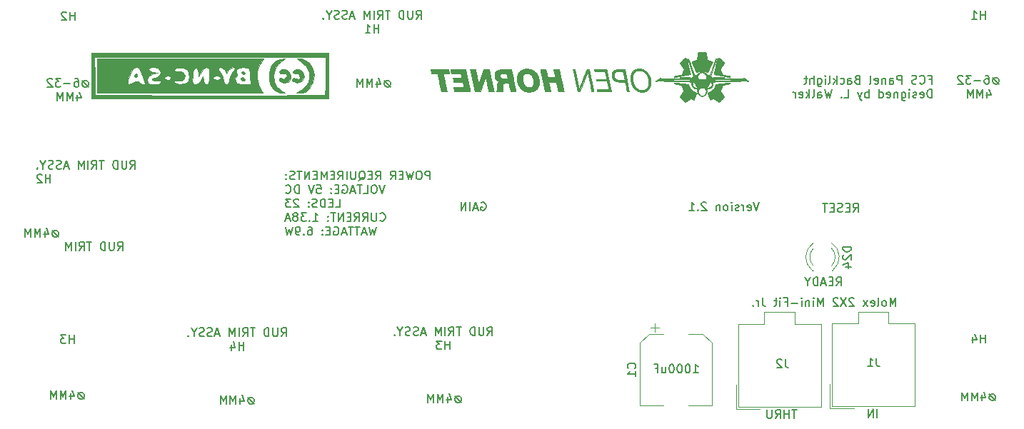
<source format=gbr>
%TF.GenerationSoftware,KiCad,Pcbnew,(5.1.12-1-10_14)*%
%TF.CreationDate,2021-11-25T17:24:51+11:00*%
%TF.ProjectId,FCS Panel PCB V2,46435320-5061-46e6-956c-205043422056,rev?*%
%TF.SameCoordinates,Original*%
%TF.FileFunction,Legend,Bot*%
%TF.FilePolarity,Positive*%
%FSLAX46Y46*%
G04 Gerber Fmt 4.6, Leading zero omitted, Abs format (unit mm)*
G04 Created by KiCad (PCBNEW (5.1.12-1-10_14)) date 2021-11-25 17:24:51*
%MOMM*%
%LPD*%
G01*
G04 APERTURE LIST*
%ADD10C,0.150000*%
%ADD11C,0.120000*%
%ADD12C,0.010000*%
G04 APERTURE END LIST*
D10*
X164313809Y-90612380D02*
X164885238Y-90612380D01*
X164599523Y-90612380D02*
X164599523Y-89612380D01*
X164694761Y-89755238D01*
X164790000Y-89850476D01*
X164885238Y-89898095D01*
X163694761Y-89612380D02*
X163599523Y-89612380D01*
X163504285Y-89660000D01*
X163456666Y-89707619D01*
X163409047Y-89802857D01*
X163361428Y-89993333D01*
X163361428Y-90231428D01*
X163409047Y-90421904D01*
X163456666Y-90517142D01*
X163504285Y-90564761D01*
X163599523Y-90612380D01*
X163694761Y-90612380D01*
X163790000Y-90564761D01*
X163837619Y-90517142D01*
X163885238Y-90421904D01*
X163932857Y-90231428D01*
X163932857Y-89993333D01*
X163885238Y-89802857D01*
X163837619Y-89707619D01*
X163790000Y-89660000D01*
X163694761Y-89612380D01*
X162742380Y-89612380D02*
X162647142Y-89612380D01*
X162551904Y-89660000D01*
X162504285Y-89707619D01*
X162456666Y-89802857D01*
X162409047Y-89993333D01*
X162409047Y-90231428D01*
X162456666Y-90421904D01*
X162504285Y-90517142D01*
X162551904Y-90564761D01*
X162647142Y-90612380D01*
X162742380Y-90612380D01*
X162837619Y-90564761D01*
X162885238Y-90517142D01*
X162932857Y-90421904D01*
X162980476Y-90231428D01*
X162980476Y-89993333D01*
X162932857Y-89802857D01*
X162885238Y-89707619D01*
X162837619Y-89660000D01*
X162742380Y-89612380D01*
X161790000Y-89612380D02*
X161694761Y-89612380D01*
X161599523Y-89660000D01*
X161551904Y-89707619D01*
X161504285Y-89802857D01*
X161456666Y-89993333D01*
X161456666Y-90231428D01*
X161504285Y-90421904D01*
X161551904Y-90517142D01*
X161599523Y-90564761D01*
X161694761Y-90612380D01*
X161790000Y-90612380D01*
X161885238Y-90564761D01*
X161932857Y-90517142D01*
X161980476Y-90421904D01*
X162028095Y-90231428D01*
X162028095Y-89993333D01*
X161980476Y-89802857D01*
X161932857Y-89707619D01*
X161885238Y-89660000D01*
X161790000Y-89612380D01*
X160599523Y-89945714D02*
X160599523Y-90612380D01*
X161028095Y-89945714D02*
X161028095Y-90469523D01*
X160980476Y-90564761D01*
X160885238Y-90612380D01*
X160742380Y-90612380D01*
X160647142Y-90564761D01*
X160599523Y-90517142D01*
X159790000Y-90088571D02*
X160123333Y-90088571D01*
X160123333Y-90612380D02*
X160123333Y-89612380D01*
X159647142Y-89612380D01*
X181271040Y-80287120D02*
X181604373Y-79810930D01*
X181842468Y-80287120D02*
X181842468Y-79287120D01*
X181461516Y-79287120D01*
X181366278Y-79334740D01*
X181318659Y-79382359D01*
X181271040Y-79477597D01*
X181271040Y-79620454D01*
X181318659Y-79715692D01*
X181366278Y-79763311D01*
X181461516Y-79810930D01*
X181842468Y-79810930D01*
X180842468Y-79763311D02*
X180509135Y-79763311D01*
X180366278Y-80287120D02*
X180842468Y-80287120D01*
X180842468Y-79287120D01*
X180366278Y-79287120D01*
X179985325Y-80001406D02*
X179509135Y-80001406D01*
X180080563Y-80287120D02*
X179747230Y-79287120D01*
X179413897Y-80287120D01*
X179080563Y-80287120D02*
X179080563Y-79287120D01*
X178842468Y-79287120D01*
X178699611Y-79334740D01*
X178604373Y-79429978D01*
X178556754Y-79525216D01*
X178509135Y-79715692D01*
X178509135Y-79858549D01*
X178556754Y-80049025D01*
X178604373Y-80144263D01*
X178699611Y-80239501D01*
X178842468Y-80287120D01*
X179080563Y-80287120D01*
X177890087Y-79810930D02*
X177890087Y-80287120D01*
X178223420Y-79287120D02*
X177890087Y-79810930D01*
X177556754Y-79287120D01*
X128155485Y-55926076D02*
X127965009Y-55926076D01*
X127774533Y-56021314D01*
X127679295Y-56211790D01*
X127679295Y-56402266D01*
X127774533Y-56592742D01*
X127965009Y-56687980D01*
X128155485Y-56687980D01*
X128345961Y-56592742D01*
X128441200Y-56402266D01*
X128441200Y-56211790D01*
X128345961Y-56021314D01*
X128155485Y-55926076D01*
X127679295Y-55926076D02*
X128441200Y-56687980D01*
X126774533Y-56021314D02*
X126774533Y-56687980D01*
X127012628Y-55640361D02*
X127250723Y-56354647D01*
X126631676Y-56354647D01*
X126250723Y-56687980D02*
X126250723Y-55687980D01*
X125917390Y-56402266D01*
X125584057Y-55687980D01*
X125584057Y-56687980D01*
X125107866Y-56687980D02*
X125107866Y-55687980D01*
X124774533Y-56402266D01*
X124441200Y-55687980D01*
X124441200Y-56687980D01*
X111950285Y-93518076D02*
X111759809Y-93518076D01*
X111569333Y-93613314D01*
X111474095Y-93803790D01*
X111474095Y-93994266D01*
X111569333Y-94184742D01*
X111759809Y-94279980D01*
X111950285Y-94279980D01*
X112140761Y-94184742D01*
X112236000Y-93994266D01*
X112236000Y-93803790D01*
X112140761Y-93613314D01*
X111950285Y-93518076D01*
X111474095Y-93518076D02*
X112236000Y-94279980D01*
X110569333Y-93613314D02*
X110569333Y-94279980D01*
X110807428Y-93232361D02*
X111045523Y-93946647D01*
X110426476Y-93946647D01*
X110045523Y-94279980D02*
X110045523Y-93279980D01*
X109712190Y-93994266D01*
X109378857Y-93279980D01*
X109378857Y-94279980D01*
X108902666Y-94279980D02*
X108902666Y-93279980D01*
X108569333Y-93994266D01*
X108236000Y-93279980D01*
X108236000Y-94279980D01*
X136537485Y-93365676D02*
X136347009Y-93365676D01*
X136156533Y-93460914D01*
X136061295Y-93651390D01*
X136061295Y-93841866D01*
X136156533Y-94032342D01*
X136347009Y-94127580D01*
X136537485Y-94127580D01*
X136727961Y-94032342D01*
X136823200Y-93841866D01*
X136823200Y-93651390D01*
X136727961Y-93460914D01*
X136537485Y-93365676D01*
X136061295Y-93365676D02*
X136823200Y-94127580D01*
X135156533Y-93460914D02*
X135156533Y-94127580D01*
X135394628Y-93079961D02*
X135632723Y-93794247D01*
X135013676Y-93794247D01*
X134632723Y-94127580D02*
X134632723Y-93127580D01*
X134299390Y-93841866D01*
X133966057Y-93127580D01*
X133966057Y-94127580D01*
X133489866Y-94127580D02*
X133489866Y-93127580D01*
X133156533Y-93841866D01*
X132823200Y-93127580D01*
X132823200Y-94127580D01*
X88785485Y-73716236D02*
X88595009Y-73716236D01*
X88404533Y-73811474D01*
X88309295Y-74001950D01*
X88309295Y-74192426D01*
X88404533Y-74382902D01*
X88595009Y-74478140D01*
X88785485Y-74478140D01*
X88975961Y-74382902D01*
X89071200Y-74192426D01*
X89071200Y-74001950D01*
X88975961Y-73811474D01*
X88785485Y-73716236D01*
X88309295Y-73716236D02*
X89071200Y-74478140D01*
X87404533Y-73811474D02*
X87404533Y-74478140D01*
X87642628Y-73430521D02*
X87880723Y-74144807D01*
X87261676Y-74144807D01*
X86880723Y-74478140D02*
X86880723Y-73478140D01*
X86547390Y-74192426D01*
X86214057Y-73478140D01*
X86214057Y-74478140D01*
X85737866Y-74478140D02*
X85737866Y-73478140D01*
X85404533Y-74192426D01*
X85071200Y-73478140D01*
X85071200Y-74478140D01*
X115450285Y-86292180D02*
X115783619Y-85815990D01*
X116021714Y-86292180D02*
X116021714Y-85292180D01*
X115640761Y-85292180D01*
X115545523Y-85339800D01*
X115497904Y-85387419D01*
X115450285Y-85482657D01*
X115450285Y-85625514D01*
X115497904Y-85720752D01*
X115545523Y-85768371D01*
X115640761Y-85815990D01*
X116021714Y-85815990D01*
X115021714Y-85292180D02*
X115021714Y-86101704D01*
X114974095Y-86196942D01*
X114926476Y-86244561D01*
X114831238Y-86292180D01*
X114640761Y-86292180D01*
X114545523Y-86244561D01*
X114497904Y-86196942D01*
X114450285Y-86101704D01*
X114450285Y-85292180D01*
X113974095Y-86292180D02*
X113974095Y-85292180D01*
X113736000Y-85292180D01*
X113593142Y-85339800D01*
X113497904Y-85435038D01*
X113450285Y-85530276D01*
X113402666Y-85720752D01*
X113402666Y-85863609D01*
X113450285Y-86054085D01*
X113497904Y-86149323D01*
X113593142Y-86244561D01*
X113736000Y-86292180D01*
X113974095Y-86292180D01*
X112355047Y-85292180D02*
X111783619Y-85292180D01*
X112069333Y-86292180D02*
X112069333Y-85292180D01*
X110878857Y-86292180D02*
X111212190Y-85815990D01*
X111450285Y-86292180D02*
X111450285Y-85292180D01*
X111069333Y-85292180D01*
X110974095Y-85339800D01*
X110926476Y-85387419D01*
X110878857Y-85482657D01*
X110878857Y-85625514D01*
X110926476Y-85720752D01*
X110974095Y-85768371D01*
X111069333Y-85815990D01*
X111450285Y-85815990D01*
X110450285Y-86292180D02*
X110450285Y-85292180D01*
X109974095Y-86292180D02*
X109974095Y-85292180D01*
X109640761Y-86006466D01*
X109307428Y-85292180D01*
X109307428Y-86292180D01*
X108116952Y-86006466D02*
X107640761Y-86006466D01*
X108212190Y-86292180D02*
X107878857Y-85292180D01*
X107545523Y-86292180D01*
X107259809Y-86244561D02*
X107116952Y-86292180D01*
X106878857Y-86292180D01*
X106783619Y-86244561D01*
X106736000Y-86196942D01*
X106688380Y-86101704D01*
X106688380Y-86006466D01*
X106736000Y-85911228D01*
X106783619Y-85863609D01*
X106878857Y-85815990D01*
X107069333Y-85768371D01*
X107164571Y-85720752D01*
X107212190Y-85673133D01*
X107259809Y-85577895D01*
X107259809Y-85482657D01*
X107212190Y-85387419D01*
X107164571Y-85339800D01*
X107069333Y-85292180D01*
X106831238Y-85292180D01*
X106688380Y-85339800D01*
X106307428Y-86244561D02*
X106164571Y-86292180D01*
X105926476Y-86292180D01*
X105831238Y-86244561D01*
X105783619Y-86196942D01*
X105736000Y-86101704D01*
X105736000Y-86006466D01*
X105783619Y-85911228D01*
X105831238Y-85863609D01*
X105926476Y-85815990D01*
X106116952Y-85768371D01*
X106212190Y-85720752D01*
X106259809Y-85673133D01*
X106307428Y-85577895D01*
X106307428Y-85482657D01*
X106259809Y-85387419D01*
X106212190Y-85339800D01*
X106116952Y-85292180D01*
X105878857Y-85292180D01*
X105736000Y-85339800D01*
X105116952Y-85815990D02*
X105116952Y-86292180D01*
X105450285Y-85292180D02*
X105116952Y-85815990D01*
X104783619Y-85292180D01*
X104450285Y-86196942D02*
X104402666Y-86244561D01*
X104450285Y-86292180D01*
X104497904Y-86244561D01*
X104450285Y-86196942D01*
X104450285Y-86292180D01*
X110997904Y-87942180D02*
X110997904Y-86942180D01*
X110997904Y-87418371D02*
X110426476Y-87418371D01*
X110426476Y-87942180D02*
X110426476Y-86942180D01*
X109521714Y-87275514D02*
X109521714Y-87942180D01*
X109759809Y-86894561D02*
X109997904Y-87608847D01*
X109378857Y-87608847D01*
X139885085Y-86190580D02*
X140218419Y-85714390D01*
X140456514Y-86190580D02*
X140456514Y-85190580D01*
X140075561Y-85190580D01*
X139980323Y-85238200D01*
X139932704Y-85285819D01*
X139885085Y-85381057D01*
X139885085Y-85523914D01*
X139932704Y-85619152D01*
X139980323Y-85666771D01*
X140075561Y-85714390D01*
X140456514Y-85714390D01*
X139456514Y-85190580D02*
X139456514Y-86000104D01*
X139408895Y-86095342D01*
X139361276Y-86142961D01*
X139266038Y-86190580D01*
X139075561Y-86190580D01*
X138980323Y-86142961D01*
X138932704Y-86095342D01*
X138885085Y-86000104D01*
X138885085Y-85190580D01*
X138408895Y-86190580D02*
X138408895Y-85190580D01*
X138170800Y-85190580D01*
X138027942Y-85238200D01*
X137932704Y-85333438D01*
X137885085Y-85428676D01*
X137837466Y-85619152D01*
X137837466Y-85762009D01*
X137885085Y-85952485D01*
X137932704Y-86047723D01*
X138027942Y-86142961D01*
X138170800Y-86190580D01*
X138408895Y-86190580D01*
X136789847Y-85190580D02*
X136218419Y-85190580D01*
X136504133Y-86190580D02*
X136504133Y-85190580D01*
X135313657Y-86190580D02*
X135646990Y-85714390D01*
X135885085Y-86190580D02*
X135885085Y-85190580D01*
X135504133Y-85190580D01*
X135408895Y-85238200D01*
X135361276Y-85285819D01*
X135313657Y-85381057D01*
X135313657Y-85523914D01*
X135361276Y-85619152D01*
X135408895Y-85666771D01*
X135504133Y-85714390D01*
X135885085Y-85714390D01*
X134885085Y-86190580D02*
X134885085Y-85190580D01*
X134408895Y-86190580D02*
X134408895Y-85190580D01*
X134075561Y-85904866D01*
X133742228Y-85190580D01*
X133742228Y-86190580D01*
X132551752Y-85904866D02*
X132075561Y-85904866D01*
X132646990Y-86190580D02*
X132313657Y-85190580D01*
X131980323Y-86190580D01*
X131694609Y-86142961D02*
X131551752Y-86190580D01*
X131313657Y-86190580D01*
X131218419Y-86142961D01*
X131170800Y-86095342D01*
X131123180Y-86000104D01*
X131123180Y-85904866D01*
X131170800Y-85809628D01*
X131218419Y-85762009D01*
X131313657Y-85714390D01*
X131504133Y-85666771D01*
X131599371Y-85619152D01*
X131646990Y-85571533D01*
X131694609Y-85476295D01*
X131694609Y-85381057D01*
X131646990Y-85285819D01*
X131599371Y-85238200D01*
X131504133Y-85190580D01*
X131266038Y-85190580D01*
X131123180Y-85238200D01*
X130742228Y-86142961D02*
X130599371Y-86190580D01*
X130361276Y-86190580D01*
X130266038Y-86142961D01*
X130218419Y-86095342D01*
X130170800Y-86000104D01*
X130170800Y-85904866D01*
X130218419Y-85809628D01*
X130266038Y-85762009D01*
X130361276Y-85714390D01*
X130551752Y-85666771D01*
X130646990Y-85619152D01*
X130694609Y-85571533D01*
X130742228Y-85476295D01*
X130742228Y-85381057D01*
X130694609Y-85285819D01*
X130646990Y-85238200D01*
X130551752Y-85190580D01*
X130313657Y-85190580D01*
X130170800Y-85238200D01*
X129551752Y-85714390D02*
X129551752Y-86190580D01*
X129885085Y-85190580D02*
X129551752Y-85714390D01*
X129218419Y-85190580D01*
X128885085Y-86095342D02*
X128837466Y-86142961D01*
X128885085Y-86190580D01*
X128932704Y-86142961D01*
X128885085Y-86095342D01*
X128885085Y-86190580D01*
X135432704Y-87840580D02*
X135432704Y-86840580D01*
X135432704Y-87316771D02*
X134861276Y-87316771D01*
X134861276Y-87840580D02*
X134861276Y-86840580D01*
X134480323Y-86840580D02*
X133861276Y-86840580D01*
X134194609Y-87221533D01*
X134051752Y-87221533D01*
X133956514Y-87269152D01*
X133908895Y-87316771D01*
X133861276Y-87412009D01*
X133861276Y-87650104D01*
X133908895Y-87745342D01*
X133956514Y-87792961D01*
X134051752Y-87840580D01*
X134337466Y-87840580D01*
X134432704Y-87792961D01*
X134480323Y-87745342D01*
X97543195Y-66429380D02*
X97876528Y-65953190D01*
X98114623Y-66429380D02*
X98114623Y-65429380D01*
X97733671Y-65429380D01*
X97638433Y-65477000D01*
X97590814Y-65524619D01*
X97543195Y-65619857D01*
X97543195Y-65762714D01*
X97590814Y-65857952D01*
X97638433Y-65905571D01*
X97733671Y-65953190D01*
X98114623Y-65953190D01*
X97114623Y-65429380D02*
X97114623Y-66238904D01*
X97067004Y-66334142D01*
X97019385Y-66381761D01*
X96924147Y-66429380D01*
X96733671Y-66429380D01*
X96638433Y-66381761D01*
X96590814Y-66334142D01*
X96543195Y-66238904D01*
X96543195Y-65429380D01*
X96067004Y-66429380D02*
X96067004Y-65429380D01*
X95828909Y-65429380D01*
X95686052Y-65477000D01*
X95590814Y-65572238D01*
X95543195Y-65667476D01*
X95495576Y-65857952D01*
X95495576Y-66000809D01*
X95543195Y-66191285D01*
X95590814Y-66286523D01*
X95686052Y-66381761D01*
X95828909Y-66429380D01*
X96067004Y-66429380D01*
X94447957Y-65429380D02*
X93876528Y-65429380D01*
X94162242Y-66429380D02*
X94162242Y-65429380D01*
X92971766Y-66429380D02*
X93305100Y-65953190D01*
X93543195Y-66429380D02*
X93543195Y-65429380D01*
X93162242Y-65429380D01*
X93067004Y-65477000D01*
X93019385Y-65524619D01*
X92971766Y-65619857D01*
X92971766Y-65762714D01*
X93019385Y-65857952D01*
X93067004Y-65905571D01*
X93162242Y-65953190D01*
X93543195Y-65953190D01*
X92543195Y-66429380D02*
X92543195Y-65429380D01*
X92067004Y-66429380D02*
X92067004Y-65429380D01*
X91733671Y-66143666D01*
X91400338Y-65429380D01*
X91400338Y-66429380D01*
X90209861Y-66143666D02*
X89733671Y-66143666D01*
X90305100Y-66429380D02*
X89971766Y-65429380D01*
X89638433Y-66429380D01*
X89352719Y-66381761D02*
X89209861Y-66429380D01*
X88971766Y-66429380D01*
X88876528Y-66381761D01*
X88828909Y-66334142D01*
X88781290Y-66238904D01*
X88781290Y-66143666D01*
X88828909Y-66048428D01*
X88876528Y-66000809D01*
X88971766Y-65953190D01*
X89162242Y-65905571D01*
X89257480Y-65857952D01*
X89305100Y-65810333D01*
X89352719Y-65715095D01*
X89352719Y-65619857D01*
X89305100Y-65524619D01*
X89257480Y-65477000D01*
X89162242Y-65429380D01*
X88924147Y-65429380D01*
X88781290Y-65477000D01*
X88400338Y-66381761D02*
X88257480Y-66429380D01*
X88019385Y-66429380D01*
X87924147Y-66381761D01*
X87876528Y-66334142D01*
X87828909Y-66238904D01*
X87828909Y-66143666D01*
X87876528Y-66048428D01*
X87924147Y-66000809D01*
X88019385Y-65953190D01*
X88209861Y-65905571D01*
X88305100Y-65857952D01*
X88352719Y-65810333D01*
X88400338Y-65715095D01*
X88400338Y-65619857D01*
X88352719Y-65524619D01*
X88305100Y-65477000D01*
X88209861Y-65429380D01*
X87971766Y-65429380D01*
X87828909Y-65477000D01*
X87209861Y-65953190D02*
X87209861Y-66429380D01*
X87543195Y-65429380D02*
X87209861Y-65953190D01*
X86876528Y-65429380D01*
X86543195Y-66334142D02*
X86495576Y-66381761D01*
X86543195Y-66429380D01*
X86590814Y-66381761D01*
X86543195Y-66334142D01*
X86543195Y-66429380D01*
X88067004Y-68079380D02*
X88067004Y-67079380D01*
X88067004Y-67555571D02*
X87495576Y-67555571D01*
X87495576Y-68079380D02*
X87495576Y-67079380D01*
X87067004Y-67174619D02*
X87019385Y-67127000D01*
X86924147Y-67079380D01*
X86686052Y-67079380D01*
X86590814Y-67127000D01*
X86543195Y-67174619D01*
X86495576Y-67269857D01*
X86495576Y-67365095D01*
X86543195Y-67507952D01*
X87114623Y-68079380D01*
X86495576Y-68079380D01*
X131452285Y-48649380D02*
X131785619Y-48173190D01*
X132023714Y-48649380D02*
X132023714Y-47649380D01*
X131642761Y-47649380D01*
X131547523Y-47697000D01*
X131499904Y-47744619D01*
X131452285Y-47839857D01*
X131452285Y-47982714D01*
X131499904Y-48077952D01*
X131547523Y-48125571D01*
X131642761Y-48173190D01*
X132023714Y-48173190D01*
X131023714Y-47649380D02*
X131023714Y-48458904D01*
X130976095Y-48554142D01*
X130928476Y-48601761D01*
X130833238Y-48649380D01*
X130642761Y-48649380D01*
X130547523Y-48601761D01*
X130499904Y-48554142D01*
X130452285Y-48458904D01*
X130452285Y-47649380D01*
X129976095Y-48649380D02*
X129976095Y-47649380D01*
X129738000Y-47649380D01*
X129595142Y-47697000D01*
X129499904Y-47792238D01*
X129452285Y-47887476D01*
X129404666Y-48077952D01*
X129404666Y-48220809D01*
X129452285Y-48411285D01*
X129499904Y-48506523D01*
X129595142Y-48601761D01*
X129738000Y-48649380D01*
X129976095Y-48649380D01*
X128357047Y-47649380D02*
X127785619Y-47649380D01*
X128071333Y-48649380D02*
X128071333Y-47649380D01*
X126880857Y-48649380D02*
X127214190Y-48173190D01*
X127452285Y-48649380D02*
X127452285Y-47649380D01*
X127071333Y-47649380D01*
X126976095Y-47697000D01*
X126928476Y-47744619D01*
X126880857Y-47839857D01*
X126880857Y-47982714D01*
X126928476Y-48077952D01*
X126976095Y-48125571D01*
X127071333Y-48173190D01*
X127452285Y-48173190D01*
X126452285Y-48649380D02*
X126452285Y-47649380D01*
X125976095Y-48649380D02*
X125976095Y-47649380D01*
X125642761Y-48363666D01*
X125309428Y-47649380D01*
X125309428Y-48649380D01*
X124118952Y-48363666D02*
X123642761Y-48363666D01*
X124214190Y-48649380D02*
X123880857Y-47649380D01*
X123547523Y-48649380D01*
X123261809Y-48601761D02*
X123118952Y-48649380D01*
X122880857Y-48649380D01*
X122785619Y-48601761D01*
X122738000Y-48554142D01*
X122690380Y-48458904D01*
X122690380Y-48363666D01*
X122738000Y-48268428D01*
X122785619Y-48220809D01*
X122880857Y-48173190D01*
X123071333Y-48125571D01*
X123166571Y-48077952D01*
X123214190Y-48030333D01*
X123261809Y-47935095D01*
X123261809Y-47839857D01*
X123214190Y-47744619D01*
X123166571Y-47697000D01*
X123071333Y-47649380D01*
X122833238Y-47649380D01*
X122690380Y-47697000D01*
X122309428Y-48601761D02*
X122166571Y-48649380D01*
X121928476Y-48649380D01*
X121833238Y-48601761D01*
X121785619Y-48554142D01*
X121738000Y-48458904D01*
X121738000Y-48363666D01*
X121785619Y-48268428D01*
X121833238Y-48220809D01*
X121928476Y-48173190D01*
X122118952Y-48125571D01*
X122214190Y-48077952D01*
X122261809Y-48030333D01*
X122309428Y-47935095D01*
X122309428Y-47839857D01*
X122261809Y-47744619D01*
X122214190Y-47697000D01*
X122118952Y-47649380D01*
X121880857Y-47649380D01*
X121738000Y-47697000D01*
X121118952Y-48173190D02*
X121118952Y-48649380D01*
X121452285Y-47649380D02*
X121118952Y-48173190D01*
X120785619Y-47649380D01*
X120452285Y-48554142D02*
X120404666Y-48601761D01*
X120452285Y-48649380D01*
X120499904Y-48601761D01*
X120452285Y-48554142D01*
X120452285Y-48649380D01*
X126999904Y-50299380D02*
X126999904Y-49299380D01*
X126999904Y-49775571D02*
X126428476Y-49775571D01*
X126428476Y-50299380D02*
X126428476Y-49299380D01*
X125428476Y-50299380D02*
X125999904Y-50299380D01*
X125714190Y-50299380D02*
X125714190Y-49299380D01*
X125809428Y-49442238D01*
X125904666Y-49537476D01*
X125999904Y-49585095D01*
X91833485Y-92959276D02*
X91643009Y-92959276D01*
X91452533Y-93054514D01*
X91357295Y-93244990D01*
X91357295Y-93435466D01*
X91452533Y-93625942D01*
X91643009Y-93721180D01*
X91833485Y-93721180D01*
X92023961Y-93625942D01*
X92119200Y-93435466D01*
X92119200Y-93244990D01*
X92023961Y-93054514D01*
X91833485Y-92959276D01*
X91357295Y-92959276D02*
X92119200Y-93721180D01*
X90452533Y-93054514D02*
X90452533Y-93721180D01*
X90690628Y-92673561D02*
X90928723Y-93387847D01*
X90309676Y-93387847D01*
X89928723Y-93721180D02*
X89928723Y-92721180D01*
X89595390Y-93435466D01*
X89262057Y-92721180D01*
X89262057Y-93721180D01*
X88785866Y-93721180D02*
X88785866Y-92721180D01*
X88452533Y-93435466D01*
X88119200Y-92721180D01*
X88119200Y-93721180D01*
X199885085Y-93162476D02*
X199694609Y-93162476D01*
X199504133Y-93257714D01*
X199408895Y-93448190D01*
X199408895Y-93638666D01*
X199504133Y-93829142D01*
X199694609Y-93924380D01*
X199885085Y-93924380D01*
X200075561Y-93829142D01*
X200170800Y-93638666D01*
X200170800Y-93448190D01*
X200075561Y-93257714D01*
X199885085Y-93162476D01*
X199408895Y-93162476D02*
X200170800Y-93924380D01*
X198504133Y-93257714D02*
X198504133Y-93924380D01*
X198742228Y-92876761D02*
X198980323Y-93591047D01*
X198361276Y-93591047D01*
X197980323Y-93924380D02*
X197980323Y-92924380D01*
X197646990Y-93638666D01*
X197313657Y-92924380D01*
X197313657Y-93924380D01*
X196837466Y-93924380D02*
X196837466Y-92924380D01*
X196504133Y-93638666D01*
X196170800Y-92924380D01*
X196170800Y-93924380D01*
X198932704Y-87066380D02*
X198932704Y-86066380D01*
X198932704Y-86542571D02*
X198361276Y-86542571D01*
X198361276Y-87066380D02*
X198361276Y-86066380D01*
X197456514Y-86399714D02*
X197456514Y-87066380D01*
X197694609Y-86018761D02*
X197932704Y-86733047D01*
X197313657Y-86733047D01*
X90881104Y-87117180D02*
X90881104Y-86117180D01*
X90881104Y-86593371D02*
X90309676Y-86593371D01*
X90309676Y-87117180D02*
X90309676Y-86117180D01*
X89928723Y-86117180D02*
X89309676Y-86117180D01*
X89643009Y-86498133D01*
X89500152Y-86498133D01*
X89404914Y-86545752D01*
X89357295Y-86593371D01*
X89309676Y-86688609D01*
X89309676Y-86926704D01*
X89357295Y-87021942D01*
X89404914Y-87069561D01*
X89500152Y-87117180D01*
X89785866Y-87117180D01*
X89881104Y-87069561D01*
X89928723Y-87021942D01*
X133077674Y-67683100D02*
X133077674Y-66683100D01*
X132696721Y-66683100D01*
X132601483Y-66730720D01*
X132553864Y-66778339D01*
X132506245Y-66873577D01*
X132506245Y-67016434D01*
X132553864Y-67111672D01*
X132601483Y-67159291D01*
X132696721Y-67206910D01*
X133077674Y-67206910D01*
X131887198Y-66683100D02*
X131696721Y-66683100D01*
X131601483Y-66730720D01*
X131506245Y-66825958D01*
X131458626Y-67016434D01*
X131458626Y-67349767D01*
X131506245Y-67540243D01*
X131601483Y-67635481D01*
X131696721Y-67683100D01*
X131887198Y-67683100D01*
X131982436Y-67635481D01*
X132077674Y-67540243D01*
X132125293Y-67349767D01*
X132125293Y-67016434D01*
X132077674Y-66825958D01*
X131982436Y-66730720D01*
X131887198Y-66683100D01*
X131125293Y-66683100D02*
X130887198Y-67683100D01*
X130696721Y-66968815D01*
X130506245Y-67683100D01*
X130268150Y-66683100D01*
X129887198Y-67159291D02*
X129553864Y-67159291D01*
X129411007Y-67683100D02*
X129887198Y-67683100D01*
X129887198Y-66683100D01*
X129411007Y-66683100D01*
X128411007Y-67683100D02*
X128744340Y-67206910D01*
X128982436Y-67683100D02*
X128982436Y-66683100D01*
X128601483Y-66683100D01*
X128506245Y-66730720D01*
X128458626Y-66778339D01*
X128411007Y-66873577D01*
X128411007Y-67016434D01*
X128458626Y-67111672D01*
X128506245Y-67159291D01*
X128601483Y-67206910D01*
X128982436Y-67206910D01*
X126649102Y-67683100D02*
X126982436Y-67206910D01*
X127220531Y-67683100D02*
X127220531Y-66683100D01*
X126839579Y-66683100D01*
X126744340Y-66730720D01*
X126696721Y-66778339D01*
X126649102Y-66873577D01*
X126649102Y-67016434D01*
X126696721Y-67111672D01*
X126744340Y-67159291D01*
X126839579Y-67206910D01*
X127220531Y-67206910D01*
X126220531Y-67159291D02*
X125887198Y-67159291D01*
X125744340Y-67683100D02*
X126220531Y-67683100D01*
X126220531Y-66683100D01*
X125744340Y-66683100D01*
X124649102Y-67778339D02*
X124744340Y-67730720D01*
X124839579Y-67635481D01*
X124982436Y-67492624D01*
X125077674Y-67445005D01*
X125172912Y-67445005D01*
X125125293Y-67683100D02*
X125220531Y-67635481D01*
X125315769Y-67540243D01*
X125363388Y-67349767D01*
X125363388Y-67016434D01*
X125315769Y-66825958D01*
X125220531Y-66730720D01*
X125125293Y-66683100D01*
X124934817Y-66683100D01*
X124839579Y-66730720D01*
X124744340Y-66825958D01*
X124696721Y-67016434D01*
X124696721Y-67349767D01*
X124744340Y-67540243D01*
X124839579Y-67635481D01*
X124934817Y-67683100D01*
X125125293Y-67683100D01*
X124268150Y-66683100D02*
X124268150Y-67492624D01*
X124220531Y-67587862D01*
X124172912Y-67635481D01*
X124077674Y-67683100D01*
X123887198Y-67683100D01*
X123791960Y-67635481D01*
X123744340Y-67587862D01*
X123696721Y-67492624D01*
X123696721Y-66683100D01*
X123220531Y-67683100D02*
X123220531Y-66683100D01*
X122172912Y-67683100D02*
X122506245Y-67206910D01*
X122744340Y-67683100D02*
X122744340Y-66683100D01*
X122363388Y-66683100D01*
X122268150Y-66730720D01*
X122220531Y-66778339D01*
X122172912Y-66873577D01*
X122172912Y-67016434D01*
X122220531Y-67111672D01*
X122268150Y-67159291D01*
X122363388Y-67206910D01*
X122744340Y-67206910D01*
X121744340Y-67159291D02*
X121411007Y-67159291D01*
X121268150Y-67683100D02*
X121744340Y-67683100D01*
X121744340Y-66683100D01*
X121268150Y-66683100D01*
X120839579Y-67683100D02*
X120839579Y-66683100D01*
X120506245Y-67397386D01*
X120172912Y-66683100D01*
X120172912Y-67683100D01*
X119696721Y-67159291D02*
X119363388Y-67159291D01*
X119220531Y-67683100D02*
X119696721Y-67683100D01*
X119696721Y-66683100D01*
X119220531Y-66683100D01*
X118791960Y-67683100D02*
X118791960Y-66683100D01*
X118220531Y-67683100D01*
X118220531Y-66683100D01*
X117887198Y-66683100D02*
X117315769Y-66683100D01*
X117601483Y-67683100D02*
X117601483Y-66683100D01*
X117030055Y-67635481D02*
X116887198Y-67683100D01*
X116649102Y-67683100D01*
X116553864Y-67635481D01*
X116506245Y-67587862D01*
X116458626Y-67492624D01*
X116458626Y-67397386D01*
X116506245Y-67302148D01*
X116553864Y-67254529D01*
X116649102Y-67206910D01*
X116839579Y-67159291D01*
X116934817Y-67111672D01*
X116982436Y-67064053D01*
X117030055Y-66968815D01*
X117030055Y-66873577D01*
X116982436Y-66778339D01*
X116934817Y-66730720D01*
X116839579Y-66683100D01*
X116601483Y-66683100D01*
X116458626Y-66730720D01*
X116030055Y-67587862D02*
X115982436Y-67635481D01*
X116030055Y-67683100D01*
X116077674Y-67635481D01*
X116030055Y-67587862D01*
X116030055Y-67683100D01*
X116030055Y-67064053D02*
X115982436Y-67111672D01*
X116030055Y-67159291D01*
X116077674Y-67111672D01*
X116030055Y-67064053D01*
X116030055Y-67159291D01*
X127744340Y-68333100D02*
X127411007Y-69333100D01*
X127077674Y-68333100D01*
X126553864Y-68333100D02*
X126363388Y-68333100D01*
X126268150Y-68380720D01*
X126172912Y-68475958D01*
X126125293Y-68666434D01*
X126125293Y-68999767D01*
X126172912Y-69190243D01*
X126268150Y-69285481D01*
X126363388Y-69333100D01*
X126553864Y-69333100D01*
X126649102Y-69285481D01*
X126744340Y-69190243D01*
X126791960Y-68999767D01*
X126791960Y-68666434D01*
X126744340Y-68475958D01*
X126649102Y-68380720D01*
X126553864Y-68333100D01*
X125220531Y-69333100D02*
X125696721Y-69333100D01*
X125696721Y-68333100D01*
X125030055Y-68333100D02*
X124458626Y-68333100D01*
X124744340Y-69333100D02*
X124744340Y-68333100D01*
X124172912Y-69047386D02*
X123696721Y-69047386D01*
X124268150Y-69333100D02*
X123934817Y-68333100D01*
X123601483Y-69333100D01*
X122744340Y-68380720D02*
X122839579Y-68333100D01*
X122982436Y-68333100D01*
X123125293Y-68380720D01*
X123220531Y-68475958D01*
X123268150Y-68571196D01*
X123315769Y-68761672D01*
X123315769Y-68904529D01*
X123268150Y-69095005D01*
X123220531Y-69190243D01*
X123125293Y-69285481D01*
X122982436Y-69333100D01*
X122887198Y-69333100D01*
X122744340Y-69285481D01*
X122696721Y-69237862D01*
X122696721Y-68904529D01*
X122887198Y-68904529D01*
X122268150Y-68809291D02*
X121934817Y-68809291D01*
X121791960Y-69333100D02*
X122268150Y-69333100D01*
X122268150Y-68333100D01*
X121791960Y-68333100D01*
X121363388Y-69237862D02*
X121315769Y-69285481D01*
X121363388Y-69333100D01*
X121411007Y-69285481D01*
X121363388Y-69237862D01*
X121363388Y-69333100D01*
X121363388Y-68714053D02*
X121315769Y-68761672D01*
X121363388Y-68809291D01*
X121411007Y-68761672D01*
X121363388Y-68714053D01*
X121363388Y-68809291D01*
X119649102Y-68333100D02*
X120125293Y-68333100D01*
X120172912Y-68809291D01*
X120125293Y-68761672D01*
X120030055Y-68714053D01*
X119791960Y-68714053D01*
X119696721Y-68761672D01*
X119649102Y-68809291D01*
X119601483Y-68904529D01*
X119601483Y-69142624D01*
X119649102Y-69237862D01*
X119696721Y-69285481D01*
X119791960Y-69333100D01*
X120030055Y-69333100D01*
X120125293Y-69285481D01*
X120172912Y-69237862D01*
X119315769Y-68333100D02*
X118982436Y-69333100D01*
X118649102Y-68333100D01*
X117553864Y-69333100D02*
X117553864Y-68333100D01*
X117315769Y-68333100D01*
X117172912Y-68380720D01*
X117077674Y-68475958D01*
X117030055Y-68571196D01*
X116982436Y-68761672D01*
X116982436Y-68904529D01*
X117030055Y-69095005D01*
X117077674Y-69190243D01*
X117172912Y-69285481D01*
X117315769Y-69333100D01*
X117553864Y-69333100D01*
X115982436Y-69237862D02*
X116030055Y-69285481D01*
X116172912Y-69333100D01*
X116268150Y-69333100D01*
X116411007Y-69285481D01*
X116506245Y-69190243D01*
X116553864Y-69095005D01*
X116601483Y-68904529D01*
X116601483Y-68761672D01*
X116553864Y-68571196D01*
X116506245Y-68475958D01*
X116411007Y-68380720D01*
X116268150Y-68333100D01*
X116172912Y-68333100D01*
X116030055Y-68380720D01*
X115982436Y-68428339D01*
X121887198Y-70983100D02*
X122363388Y-70983100D01*
X122363388Y-69983100D01*
X121553864Y-70459291D02*
X121220531Y-70459291D01*
X121077674Y-70983100D02*
X121553864Y-70983100D01*
X121553864Y-69983100D01*
X121077674Y-69983100D01*
X120649102Y-70983100D02*
X120649102Y-69983100D01*
X120411007Y-69983100D01*
X120268150Y-70030720D01*
X120172912Y-70125958D01*
X120125293Y-70221196D01*
X120077674Y-70411672D01*
X120077674Y-70554529D01*
X120125293Y-70745005D01*
X120172912Y-70840243D01*
X120268150Y-70935481D01*
X120411007Y-70983100D01*
X120649102Y-70983100D01*
X119696721Y-70935481D02*
X119553864Y-70983100D01*
X119315769Y-70983100D01*
X119220531Y-70935481D01*
X119172912Y-70887862D01*
X119125293Y-70792624D01*
X119125293Y-70697386D01*
X119172912Y-70602148D01*
X119220531Y-70554529D01*
X119315769Y-70506910D01*
X119506245Y-70459291D01*
X119601483Y-70411672D01*
X119649102Y-70364053D01*
X119696721Y-70268815D01*
X119696721Y-70173577D01*
X119649102Y-70078339D01*
X119601483Y-70030720D01*
X119506245Y-69983100D01*
X119268150Y-69983100D01*
X119125293Y-70030720D01*
X118696721Y-70887862D02*
X118649102Y-70935481D01*
X118696721Y-70983100D01*
X118744340Y-70935481D01*
X118696721Y-70887862D01*
X118696721Y-70983100D01*
X118696721Y-70364053D02*
X118649102Y-70411672D01*
X118696721Y-70459291D01*
X118744340Y-70411672D01*
X118696721Y-70364053D01*
X118696721Y-70459291D01*
X117506245Y-70078339D02*
X117458626Y-70030720D01*
X117363388Y-69983100D01*
X117125293Y-69983100D01*
X117030055Y-70030720D01*
X116982436Y-70078339D01*
X116934817Y-70173577D01*
X116934817Y-70268815D01*
X116982436Y-70411672D01*
X117553864Y-70983100D01*
X116934817Y-70983100D01*
X116601483Y-69983100D02*
X115982436Y-69983100D01*
X116315769Y-70364053D01*
X116172912Y-70364053D01*
X116077674Y-70411672D01*
X116030055Y-70459291D01*
X115982436Y-70554529D01*
X115982436Y-70792624D01*
X116030055Y-70887862D01*
X116077674Y-70935481D01*
X116172912Y-70983100D01*
X116458626Y-70983100D01*
X116553864Y-70935481D01*
X116601483Y-70887862D01*
X127172912Y-72537862D02*
X127220531Y-72585481D01*
X127363388Y-72633100D01*
X127458626Y-72633100D01*
X127601483Y-72585481D01*
X127696721Y-72490243D01*
X127744340Y-72395005D01*
X127791960Y-72204529D01*
X127791960Y-72061672D01*
X127744340Y-71871196D01*
X127696721Y-71775958D01*
X127601483Y-71680720D01*
X127458626Y-71633100D01*
X127363388Y-71633100D01*
X127220531Y-71680720D01*
X127172912Y-71728339D01*
X126744340Y-71633100D02*
X126744340Y-72442624D01*
X126696721Y-72537862D01*
X126649102Y-72585481D01*
X126553864Y-72633100D01*
X126363388Y-72633100D01*
X126268150Y-72585481D01*
X126220531Y-72537862D01*
X126172912Y-72442624D01*
X126172912Y-71633100D01*
X125125293Y-72633100D02*
X125458626Y-72156910D01*
X125696721Y-72633100D02*
X125696721Y-71633100D01*
X125315769Y-71633100D01*
X125220531Y-71680720D01*
X125172912Y-71728339D01*
X125125293Y-71823577D01*
X125125293Y-71966434D01*
X125172912Y-72061672D01*
X125220531Y-72109291D01*
X125315769Y-72156910D01*
X125696721Y-72156910D01*
X124125293Y-72633100D02*
X124458626Y-72156910D01*
X124696721Y-72633100D02*
X124696721Y-71633100D01*
X124315769Y-71633100D01*
X124220531Y-71680720D01*
X124172912Y-71728339D01*
X124125293Y-71823577D01*
X124125293Y-71966434D01*
X124172912Y-72061672D01*
X124220531Y-72109291D01*
X124315769Y-72156910D01*
X124696721Y-72156910D01*
X123696721Y-72109291D02*
X123363388Y-72109291D01*
X123220531Y-72633100D02*
X123696721Y-72633100D01*
X123696721Y-71633100D01*
X123220531Y-71633100D01*
X122791960Y-72633100D02*
X122791960Y-71633100D01*
X122220531Y-72633100D01*
X122220531Y-71633100D01*
X121887198Y-71633100D02*
X121315769Y-71633100D01*
X121601483Y-72633100D02*
X121601483Y-71633100D01*
X120982436Y-72537862D02*
X120934817Y-72585481D01*
X120982436Y-72633100D01*
X121030055Y-72585481D01*
X120982436Y-72537862D01*
X120982436Y-72633100D01*
X120982436Y-72014053D02*
X120934817Y-72061672D01*
X120982436Y-72109291D01*
X121030055Y-72061672D01*
X120982436Y-72014053D01*
X120982436Y-72109291D01*
X119220531Y-72633100D02*
X119791960Y-72633100D01*
X119506245Y-72633100D02*
X119506245Y-71633100D01*
X119601483Y-71775958D01*
X119696721Y-71871196D01*
X119791960Y-71918815D01*
X118791960Y-72537862D02*
X118744340Y-72585481D01*
X118791960Y-72633100D01*
X118839579Y-72585481D01*
X118791960Y-72537862D01*
X118791960Y-72633100D01*
X118411007Y-71633100D02*
X117791960Y-71633100D01*
X118125293Y-72014053D01*
X117982436Y-72014053D01*
X117887198Y-72061672D01*
X117839579Y-72109291D01*
X117791960Y-72204529D01*
X117791960Y-72442624D01*
X117839579Y-72537862D01*
X117887198Y-72585481D01*
X117982436Y-72633100D01*
X118268150Y-72633100D01*
X118363388Y-72585481D01*
X118411007Y-72537862D01*
X117220531Y-72061672D02*
X117315769Y-72014053D01*
X117363388Y-71966434D01*
X117411007Y-71871196D01*
X117411007Y-71823577D01*
X117363388Y-71728339D01*
X117315769Y-71680720D01*
X117220531Y-71633100D01*
X117030055Y-71633100D01*
X116934817Y-71680720D01*
X116887198Y-71728339D01*
X116839579Y-71823577D01*
X116839579Y-71871196D01*
X116887198Y-71966434D01*
X116934817Y-72014053D01*
X117030055Y-72061672D01*
X117220531Y-72061672D01*
X117315769Y-72109291D01*
X117363388Y-72156910D01*
X117411007Y-72252148D01*
X117411007Y-72442624D01*
X117363388Y-72537862D01*
X117315769Y-72585481D01*
X117220531Y-72633100D01*
X117030055Y-72633100D01*
X116934817Y-72585481D01*
X116887198Y-72537862D01*
X116839579Y-72442624D01*
X116839579Y-72252148D01*
X116887198Y-72156910D01*
X116934817Y-72109291D01*
X117030055Y-72061672D01*
X116458626Y-72347386D02*
X115982436Y-72347386D01*
X116553864Y-72633100D02*
X116220531Y-71633100D01*
X115887198Y-72633100D01*
X126696721Y-73283100D02*
X126458626Y-74283100D01*
X126268150Y-73568815D01*
X126077674Y-74283100D01*
X125839579Y-73283100D01*
X125506245Y-73997386D02*
X125030055Y-73997386D01*
X125601483Y-74283100D02*
X125268150Y-73283100D01*
X124934817Y-74283100D01*
X124744340Y-73283100D02*
X124172912Y-73283100D01*
X124458626Y-74283100D02*
X124458626Y-73283100D01*
X123982436Y-73283100D02*
X123411007Y-73283100D01*
X123696721Y-74283100D02*
X123696721Y-73283100D01*
X123125293Y-73997386D02*
X122649102Y-73997386D01*
X123220531Y-74283100D02*
X122887198Y-73283100D01*
X122553864Y-74283100D01*
X121696721Y-73330720D02*
X121791960Y-73283100D01*
X121934817Y-73283100D01*
X122077674Y-73330720D01*
X122172912Y-73425958D01*
X122220531Y-73521196D01*
X122268150Y-73711672D01*
X122268150Y-73854529D01*
X122220531Y-74045005D01*
X122172912Y-74140243D01*
X122077674Y-74235481D01*
X121934817Y-74283100D01*
X121839579Y-74283100D01*
X121696721Y-74235481D01*
X121649102Y-74187862D01*
X121649102Y-73854529D01*
X121839579Y-73854529D01*
X121220531Y-73759291D02*
X120887198Y-73759291D01*
X120744340Y-74283100D02*
X121220531Y-74283100D01*
X121220531Y-73283100D01*
X120744340Y-73283100D01*
X120315769Y-74187862D02*
X120268150Y-74235481D01*
X120315769Y-74283100D01*
X120363388Y-74235481D01*
X120315769Y-74187862D01*
X120315769Y-74283100D01*
X120315769Y-73664053D02*
X120268150Y-73711672D01*
X120315769Y-73759291D01*
X120363388Y-73711672D01*
X120315769Y-73664053D01*
X120315769Y-73759291D01*
X118649102Y-73283100D02*
X118839579Y-73283100D01*
X118934817Y-73330720D01*
X118982436Y-73378339D01*
X119077674Y-73521196D01*
X119125293Y-73711672D01*
X119125293Y-74092624D01*
X119077674Y-74187862D01*
X119030055Y-74235481D01*
X118934817Y-74283100D01*
X118744340Y-74283100D01*
X118649102Y-74235481D01*
X118601483Y-74187862D01*
X118553864Y-74092624D01*
X118553864Y-73854529D01*
X118601483Y-73759291D01*
X118649102Y-73711672D01*
X118744340Y-73664053D01*
X118934817Y-73664053D01*
X119030055Y-73711672D01*
X119077674Y-73759291D01*
X119125293Y-73854529D01*
X118125293Y-74187862D02*
X118077674Y-74235481D01*
X118125293Y-74283100D01*
X118172912Y-74235481D01*
X118125293Y-74187862D01*
X118125293Y-74283100D01*
X117601483Y-74283100D02*
X117411007Y-74283100D01*
X117315769Y-74235481D01*
X117268150Y-74187862D01*
X117172912Y-74045005D01*
X117125293Y-73854529D01*
X117125293Y-73473577D01*
X117172912Y-73378339D01*
X117220531Y-73330720D01*
X117315769Y-73283100D01*
X117506245Y-73283100D01*
X117601483Y-73330720D01*
X117649102Y-73378339D01*
X117696721Y-73473577D01*
X117696721Y-73711672D01*
X117649102Y-73806910D01*
X117601483Y-73854529D01*
X117506245Y-73902148D01*
X117315769Y-73902148D01*
X117220531Y-73854529D01*
X117172912Y-73806910D01*
X117125293Y-73711672D01*
X116791960Y-73283100D02*
X116553864Y-74283100D01*
X116363388Y-73568815D01*
X116172912Y-74283100D01*
X115934817Y-73283100D01*
X96054514Y-76093580D02*
X96387847Y-75617390D01*
X96625942Y-76093580D02*
X96625942Y-75093580D01*
X96244990Y-75093580D01*
X96149752Y-75141200D01*
X96102133Y-75188819D01*
X96054514Y-75284057D01*
X96054514Y-75426914D01*
X96102133Y-75522152D01*
X96149752Y-75569771D01*
X96244990Y-75617390D01*
X96625942Y-75617390D01*
X95625942Y-75093580D02*
X95625942Y-75903104D01*
X95578323Y-75998342D01*
X95530704Y-76045961D01*
X95435466Y-76093580D01*
X95244990Y-76093580D01*
X95149752Y-76045961D01*
X95102133Y-75998342D01*
X95054514Y-75903104D01*
X95054514Y-75093580D01*
X94578323Y-76093580D02*
X94578323Y-75093580D01*
X94340228Y-75093580D01*
X94197371Y-75141200D01*
X94102133Y-75236438D01*
X94054514Y-75331676D01*
X94006895Y-75522152D01*
X94006895Y-75665009D01*
X94054514Y-75855485D01*
X94102133Y-75950723D01*
X94197371Y-76045961D01*
X94340228Y-76093580D01*
X94578323Y-76093580D01*
X92959276Y-75093580D02*
X92387847Y-75093580D01*
X92673561Y-76093580D02*
X92673561Y-75093580D01*
X91483085Y-76093580D02*
X91816419Y-75617390D01*
X92054514Y-76093580D02*
X92054514Y-75093580D01*
X91673561Y-75093580D01*
X91578323Y-75141200D01*
X91530704Y-75188819D01*
X91483085Y-75284057D01*
X91483085Y-75426914D01*
X91530704Y-75522152D01*
X91578323Y-75569771D01*
X91673561Y-75617390D01*
X92054514Y-75617390D01*
X91054514Y-76093580D02*
X91054514Y-75093580D01*
X90578323Y-76093580D02*
X90578323Y-75093580D01*
X90244990Y-75807866D01*
X89911657Y-75093580D01*
X89911657Y-76093580D01*
X139155371Y-70416800D02*
X139250609Y-70369180D01*
X139393466Y-70369180D01*
X139536323Y-70416800D01*
X139631561Y-70512038D01*
X139679180Y-70607276D01*
X139726800Y-70797752D01*
X139726800Y-70940609D01*
X139679180Y-71131085D01*
X139631561Y-71226323D01*
X139536323Y-71321561D01*
X139393466Y-71369180D01*
X139298228Y-71369180D01*
X139155371Y-71321561D01*
X139107752Y-71273942D01*
X139107752Y-70940609D01*
X139298228Y-70940609D01*
X138726800Y-71083466D02*
X138250609Y-71083466D01*
X138822038Y-71369180D02*
X138488704Y-70369180D01*
X138155371Y-71369180D01*
X137822038Y-71369180D02*
X137822038Y-70369180D01*
X137345847Y-71369180D02*
X137345847Y-70369180D01*
X136774419Y-71369180D01*
X136774419Y-70369180D01*
X183265580Y-71521580D02*
X183598914Y-71045390D01*
X183837009Y-71521580D02*
X183837009Y-70521580D01*
X183456057Y-70521580D01*
X183360819Y-70569200D01*
X183313200Y-70616819D01*
X183265580Y-70712057D01*
X183265580Y-70854914D01*
X183313200Y-70950152D01*
X183360819Y-70997771D01*
X183456057Y-71045390D01*
X183837009Y-71045390D01*
X182837009Y-70997771D02*
X182503676Y-70997771D01*
X182360819Y-71521580D02*
X182837009Y-71521580D01*
X182837009Y-70521580D01*
X182360819Y-70521580D01*
X181979866Y-71473961D02*
X181837009Y-71521580D01*
X181598914Y-71521580D01*
X181503676Y-71473961D01*
X181456057Y-71426342D01*
X181408438Y-71331104D01*
X181408438Y-71235866D01*
X181456057Y-71140628D01*
X181503676Y-71093009D01*
X181598914Y-71045390D01*
X181789390Y-70997771D01*
X181884628Y-70950152D01*
X181932247Y-70902533D01*
X181979866Y-70807295D01*
X181979866Y-70712057D01*
X181932247Y-70616819D01*
X181884628Y-70569200D01*
X181789390Y-70521580D01*
X181551295Y-70521580D01*
X181408438Y-70569200D01*
X180979866Y-70997771D02*
X180646533Y-70997771D01*
X180503676Y-71521580D02*
X180979866Y-71521580D01*
X180979866Y-70521580D01*
X180503676Y-70521580D01*
X180217961Y-70521580D02*
X179646533Y-70521580D01*
X179932247Y-71521580D02*
X179932247Y-70521580D01*
X172135276Y-70369180D02*
X171801942Y-71369180D01*
X171468609Y-70369180D01*
X170754323Y-71321561D02*
X170849561Y-71369180D01*
X171040038Y-71369180D01*
X171135276Y-71321561D01*
X171182895Y-71226323D01*
X171182895Y-70845371D01*
X171135276Y-70750133D01*
X171040038Y-70702514D01*
X170849561Y-70702514D01*
X170754323Y-70750133D01*
X170706704Y-70845371D01*
X170706704Y-70940609D01*
X171182895Y-71035847D01*
X170278133Y-71369180D02*
X170278133Y-70702514D01*
X170278133Y-70892990D02*
X170230514Y-70797752D01*
X170182895Y-70750133D01*
X170087657Y-70702514D01*
X169992419Y-70702514D01*
X169706704Y-71321561D02*
X169611466Y-71369180D01*
X169420990Y-71369180D01*
X169325752Y-71321561D01*
X169278133Y-71226323D01*
X169278133Y-71178704D01*
X169325752Y-71083466D01*
X169420990Y-71035847D01*
X169563847Y-71035847D01*
X169659085Y-70988228D01*
X169706704Y-70892990D01*
X169706704Y-70845371D01*
X169659085Y-70750133D01*
X169563847Y-70702514D01*
X169420990Y-70702514D01*
X169325752Y-70750133D01*
X168849561Y-71369180D02*
X168849561Y-70702514D01*
X168849561Y-70369180D02*
X168897180Y-70416800D01*
X168849561Y-70464419D01*
X168801942Y-70416800D01*
X168849561Y-70369180D01*
X168849561Y-70464419D01*
X168230514Y-71369180D02*
X168325752Y-71321561D01*
X168373371Y-71273942D01*
X168420990Y-71178704D01*
X168420990Y-70892990D01*
X168373371Y-70797752D01*
X168325752Y-70750133D01*
X168230514Y-70702514D01*
X168087657Y-70702514D01*
X167992419Y-70750133D01*
X167944800Y-70797752D01*
X167897180Y-70892990D01*
X167897180Y-71178704D01*
X167944800Y-71273942D01*
X167992419Y-71321561D01*
X168087657Y-71369180D01*
X168230514Y-71369180D01*
X167468609Y-70702514D02*
X167468609Y-71369180D01*
X167468609Y-70797752D02*
X167420990Y-70750133D01*
X167325752Y-70702514D01*
X167182895Y-70702514D01*
X167087657Y-70750133D01*
X167040038Y-70845371D01*
X167040038Y-71369180D01*
X165849561Y-70464419D02*
X165801942Y-70416800D01*
X165706704Y-70369180D01*
X165468609Y-70369180D01*
X165373371Y-70416800D01*
X165325752Y-70464419D01*
X165278133Y-70559657D01*
X165278133Y-70654895D01*
X165325752Y-70797752D01*
X165897180Y-71369180D01*
X165278133Y-71369180D01*
X164849561Y-71273942D02*
X164801942Y-71321561D01*
X164849561Y-71369180D01*
X164897180Y-71321561D01*
X164849561Y-71273942D01*
X164849561Y-71369180D01*
X163849561Y-71369180D02*
X164420990Y-71369180D01*
X164135276Y-71369180D02*
X164135276Y-70369180D01*
X164230514Y-70512038D01*
X164325752Y-70607276D01*
X164420990Y-70654895D01*
X192249151Y-55826851D02*
X192582484Y-55826851D01*
X192582484Y-56350660D02*
X192582484Y-55350660D01*
X192106294Y-55350660D01*
X191153913Y-56255422D02*
X191201532Y-56303041D01*
X191344389Y-56350660D01*
X191439627Y-56350660D01*
X191582484Y-56303041D01*
X191677722Y-56207803D01*
X191725341Y-56112565D01*
X191772960Y-55922089D01*
X191772960Y-55779232D01*
X191725341Y-55588756D01*
X191677722Y-55493518D01*
X191582484Y-55398280D01*
X191439627Y-55350660D01*
X191344389Y-55350660D01*
X191201532Y-55398280D01*
X191153913Y-55445899D01*
X190772960Y-56303041D02*
X190630103Y-56350660D01*
X190392008Y-56350660D01*
X190296770Y-56303041D01*
X190249151Y-56255422D01*
X190201532Y-56160184D01*
X190201532Y-56064946D01*
X190249151Y-55969708D01*
X190296770Y-55922089D01*
X190392008Y-55874470D01*
X190582484Y-55826851D01*
X190677722Y-55779232D01*
X190725341Y-55731613D01*
X190772960Y-55636375D01*
X190772960Y-55541137D01*
X190725341Y-55445899D01*
X190677722Y-55398280D01*
X190582484Y-55350660D01*
X190344389Y-55350660D01*
X190201532Y-55398280D01*
X189011056Y-56350660D02*
X189011056Y-55350660D01*
X188630103Y-55350660D01*
X188534865Y-55398280D01*
X188487246Y-55445899D01*
X188439627Y-55541137D01*
X188439627Y-55683994D01*
X188487246Y-55779232D01*
X188534865Y-55826851D01*
X188630103Y-55874470D01*
X189011056Y-55874470D01*
X187582484Y-56350660D02*
X187582484Y-55826851D01*
X187630103Y-55731613D01*
X187725341Y-55683994D01*
X187915818Y-55683994D01*
X188011056Y-55731613D01*
X187582484Y-56303041D02*
X187677722Y-56350660D01*
X187915818Y-56350660D01*
X188011056Y-56303041D01*
X188058675Y-56207803D01*
X188058675Y-56112565D01*
X188011056Y-56017327D01*
X187915818Y-55969708D01*
X187677722Y-55969708D01*
X187582484Y-55922089D01*
X187106294Y-55683994D02*
X187106294Y-56350660D01*
X187106294Y-55779232D02*
X187058675Y-55731613D01*
X186963437Y-55683994D01*
X186820580Y-55683994D01*
X186725341Y-55731613D01*
X186677722Y-55826851D01*
X186677722Y-56350660D01*
X185820580Y-56303041D02*
X185915818Y-56350660D01*
X186106294Y-56350660D01*
X186201532Y-56303041D01*
X186249151Y-56207803D01*
X186249151Y-55826851D01*
X186201532Y-55731613D01*
X186106294Y-55683994D01*
X185915818Y-55683994D01*
X185820580Y-55731613D01*
X185772960Y-55826851D01*
X185772960Y-55922089D01*
X186249151Y-56017327D01*
X185201532Y-56350660D02*
X185296770Y-56303041D01*
X185344389Y-56207803D01*
X185344389Y-55350660D01*
X183725341Y-55826851D02*
X183582484Y-55874470D01*
X183534865Y-55922089D01*
X183487246Y-56017327D01*
X183487246Y-56160184D01*
X183534865Y-56255422D01*
X183582484Y-56303041D01*
X183677722Y-56350660D01*
X184058675Y-56350660D01*
X184058675Y-55350660D01*
X183725341Y-55350660D01*
X183630103Y-55398280D01*
X183582484Y-55445899D01*
X183534865Y-55541137D01*
X183534865Y-55636375D01*
X183582484Y-55731613D01*
X183630103Y-55779232D01*
X183725341Y-55826851D01*
X184058675Y-55826851D01*
X182630103Y-56350660D02*
X182630103Y-55826851D01*
X182677722Y-55731613D01*
X182772960Y-55683994D01*
X182963437Y-55683994D01*
X183058675Y-55731613D01*
X182630103Y-56303041D02*
X182725341Y-56350660D01*
X182963437Y-56350660D01*
X183058675Y-56303041D01*
X183106294Y-56207803D01*
X183106294Y-56112565D01*
X183058675Y-56017327D01*
X182963437Y-55969708D01*
X182725341Y-55969708D01*
X182630103Y-55922089D01*
X181725341Y-56303041D02*
X181820580Y-56350660D01*
X182011056Y-56350660D01*
X182106294Y-56303041D01*
X182153913Y-56255422D01*
X182201532Y-56160184D01*
X182201532Y-55874470D01*
X182153913Y-55779232D01*
X182106294Y-55731613D01*
X182011056Y-55683994D01*
X181820580Y-55683994D01*
X181725341Y-55731613D01*
X181296770Y-56350660D02*
X181296770Y-55350660D01*
X181201532Y-55969708D02*
X180915818Y-56350660D01*
X180915818Y-55683994D02*
X181296770Y-56064946D01*
X180344389Y-56350660D02*
X180439627Y-56303041D01*
X180487246Y-56207803D01*
X180487246Y-55350660D01*
X179963437Y-56350660D02*
X179963437Y-55683994D01*
X179963437Y-55350660D02*
X180011056Y-55398280D01*
X179963437Y-55445899D01*
X179915818Y-55398280D01*
X179963437Y-55350660D01*
X179963437Y-55445899D01*
X179058675Y-55683994D02*
X179058675Y-56493518D01*
X179106294Y-56588756D01*
X179153913Y-56636375D01*
X179249151Y-56683994D01*
X179392008Y-56683994D01*
X179487246Y-56636375D01*
X179058675Y-56303041D02*
X179153913Y-56350660D01*
X179344389Y-56350660D01*
X179439627Y-56303041D01*
X179487246Y-56255422D01*
X179534865Y-56160184D01*
X179534865Y-55874470D01*
X179487246Y-55779232D01*
X179439627Y-55731613D01*
X179344389Y-55683994D01*
X179153913Y-55683994D01*
X179058675Y-55731613D01*
X178582484Y-56350660D02*
X178582484Y-55350660D01*
X178153913Y-56350660D02*
X178153913Y-55826851D01*
X178201532Y-55731613D01*
X178296770Y-55683994D01*
X178439627Y-55683994D01*
X178534865Y-55731613D01*
X178582484Y-55779232D01*
X177820580Y-55683994D02*
X177439627Y-55683994D01*
X177677722Y-55350660D02*
X177677722Y-56207803D01*
X177630103Y-56303041D01*
X177534865Y-56350660D01*
X177439627Y-56350660D01*
X192582484Y-58000660D02*
X192582484Y-57000660D01*
X192344389Y-57000660D01*
X192201532Y-57048280D01*
X192106294Y-57143518D01*
X192058675Y-57238756D01*
X192011056Y-57429232D01*
X192011056Y-57572089D01*
X192058675Y-57762565D01*
X192106294Y-57857803D01*
X192201532Y-57953041D01*
X192344389Y-58000660D01*
X192582484Y-58000660D01*
X191201532Y-57953041D02*
X191296770Y-58000660D01*
X191487246Y-58000660D01*
X191582484Y-57953041D01*
X191630103Y-57857803D01*
X191630103Y-57476851D01*
X191582484Y-57381613D01*
X191487246Y-57333994D01*
X191296770Y-57333994D01*
X191201532Y-57381613D01*
X191153913Y-57476851D01*
X191153913Y-57572089D01*
X191630103Y-57667327D01*
X190772960Y-57953041D02*
X190677722Y-58000660D01*
X190487246Y-58000660D01*
X190392008Y-57953041D01*
X190344389Y-57857803D01*
X190344389Y-57810184D01*
X190392008Y-57714946D01*
X190487246Y-57667327D01*
X190630103Y-57667327D01*
X190725341Y-57619708D01*
X190772960Y-57524470D01*
X190772960Y-57476851D01*
X190725341Y-57381613D01*
X190630103Y-57333994D01*
X190487246Y-57333994D01*
X190392008Y-57381613D01*
X189915818Y-58000660D02*
X189915818Y-57333994D01*
X189915818Y-57000660D02*
X189963437Y-57048280D01*
X189915818Y-57095899D01*
X189868199Y-57048280D01*
X189915818Y-57000660D01*
X189915818Y-57095899D01*
X189011056Y-57333994D02*
X189011056Y-58143518D01*
X189058675Y-58238756D01*
X189106294Y-58286375D01*
X189201532Y-58333994D01*
X189344389Y-58333994D01*
X189439627Y-58286375D01*
X189011056Y-57953041D02*
X189106294Y-58000660D01*
X189296770Y-58000660D01*
X189392008Y-57953041D01*
X189439627Y-57905422D01*
X189487246Y-57810184D01*
X189487246Y-57524470D01*
X189439627Y-57429232D01*
X189392008Y-57381613D01*
X189296770Y-57333994D01*
X189106294Y-57333994D01*
X189011056Y-57381613D01*
X188534865Y-57333994D02*
X188534865Y-58000660D01*
X188534865Y-57429232D02*
X188487246Y-57381613D01*
X188392008Y-57333994D01*
X188249151Y-57333994D01*
X188153913Y-57381613D01*
X188106294Y-57476851D01*
X188106294Y-58000660D01*
X187249151Y-57953041D02*
X187344389Y-58000660D01*
X187534865Y-58000660D01*
X187630103Y-57953041D01*
X187677722Y-57857803D01*
X187677722Y-57476851D01*
X187630103Y-57381613D01*
X187534865Y-57333994D01*
X187344389Y-57333994D01*
X187249151Y-57381613D01*
X187201532Y-57476851D01*
X187201532Y-57572089D01*
X187677722Y-57667327D01*
X186344389Y-58000660D02*
X186344389Y-57000660D01*
X186344389Y-57953041D02*
X186439627Y-58000660D01*
X186630103Y-58000660D01*
X186725341Y-57953041D01*
X186772960Y-57905422D01*
X186820580Y-57810184D01*
X186820580Y-57524470D01*
X186772960Y-57429232D01*
X186725341Y-57381613D01*
X186630103Y-57333994D01*
X186439627Y-57333994D01*
X186344389Y-57381613D01*
X185106294Y-58000660D02*
X185106294Y-57000660D01*
X185106294Y-57381613D02*
X185011056Y-57333994D01*
X184820580Y-57333994D01*
X184725341Y-57381613D01*
X184677722Y-57429232D01*
X184630103Y-57524470D01*
X184630103Y-57810184D01*
X184677722Y-57905422D01*
X184725341Y-57953041D01*
X184820580Y-58000660D01*
X185011056Y-58000660D01*
X185106294Y-57953041D01*
X184296770Y-57333994D02*
X184058675Y-58000660D01*
X183820580Y-57333994D02*
X184058675Y-58000660D01*
X184153913Y-58238756D01*
X184201532Y-58286375D01*
X184296770Y-58333994D01*
X182201532Y-58000660D02*
X182677722Y-58000660D01*
X182677722Y-57000660D01*
X181868199Y-57905422D02*
X181820580Y-57953041D01*
X181868199Y-58000660D01*
X181915818Y-57953041D01*
X181868199Y-57905422D01*
X181868199Y-58000660D01*
X180725341Y-57000660D02*
X180487246Y-58000660D01*
X180296770Y-57286375D01*
X180106294Y-58000660D01*
X179868199Y-57000660D01*
X179058675Y-58000660D02*
X179058675Y-57476851D01*
X179106294Y-57381613D01*
X179201532Y-57333994D01*
X179392008Y-57333994D01*
X179487246Y-57381613D01*
X179058675Y-57953041D02*
X179153913Y-58000660D01*
X179392008Y-58000660D01*
X179487246Y-57953041D01*
X179534865Y-57857803D01*
X179534865Y-57762565D01*
X179487246Y-57667327D01*
X179392008Y-57619708D01*
X179153913Y-57619708D01*
X179058675Y-57572089D01*
X178439627Y-58000660D02*
X178534865Y-57953041D01*
X178582484Y-57857803D01*
X178582484Y-57000660D01*
X178058675Y-58000660D02*
X178058675Y-57000660D01*
X177963437Y-57619708D02*
X177677722Y-58000660D01*
X177677722Y-57333994D02*
X178058675Y-57714946D01*
X176868199Y-57953041D02*
X176963437Y-58000660D01*
X177153913Y-58000660D01*
X177249151Y-57953041D01*
X177296770Y-57857803D01*
X177296770Y-57476851D01*
X177249151Y-57381613D01*
X177153913Y-57333994D01*
X176963437Y-57333994D01*
X176868199Y-57381613D01*
X176820580Y-57476851D01*
X176820580Y-57572089D01*
X177296770Y-57667327D01*
X176392008Y-58000660D02*
X176392008Y-57333994D01*
X176392008Y-57524470D02*
X176344389Y-57429232D01*
X176296770Y-57381613D01*
X176201532Y-57333994D01*
X176106294Y-57333994D01*
X188309780Y-82722980D02*
X188309780Y-81722980D01*
X187976447Y-82437266D01*
X187643114Y-81722980D01*
X187643114Y-82722980D01*
X187024066Y-82722980D02*
X187119304Y-82675361D01*
X187166923Y-82627742D01*
X187214542Y-82532504D01*
X187214542Y-82246790D01*
X187166923Y-82151552D01*
X187119304Y-82103933D01*
X187024066Y-82056314D01*
X186881209Y-82056314D01*
X186785971Y-82103933D01*
X186738352Y-82151552D01*
X186690733Y-82246790D01*
X186690733Y-82532504D01*
X186738352Y-82627742D01*
X186785971Y-82675361D01*
X186881209Y-82722980D01*
X187024066Y-82722980D01*
X186119304Y-82722980D02*
X186214542Y-82675361D01*
X186262161Y-82580123D01*
X186262161Y-81722980D01*
X185357400Y-82675361D02*
X185452638Y-82722980D01*
X185643114Y-82722980D01*
X185738352Y-82675361D01*
X185785971Y-82580123D01*
X185785971Y-82199171D01*
X185738352Y-82103933D01*
X185643114Y-82056314D01*
X185452638Y-82056314D01*
X185357400Y-82103933D01*
X185309780Y-82199171D01*
X185309780Y-82294409D01*
X185785971Y-82389647D01*
X184976447Y-82722980D02*
X184452638Y-82056314D01*
X184976447Y-82056314D02*
X184452638Y-82722980D01*
X183357400Y-81818219D02*
X183309780Y-81770600D01*
X183214542Y-81722980D01*
X182976447Y-81722980D01*
X182881209Y-81770600D01*
X182833590Y-81818219D01*
X182785971Y-81913457D01*
X182785971Y-82008695D01*
X182833590Y-82151552D01*
X183405019Y-82722980D01*
X182785971Y-82722980D01*
X182452638Y-81722980D02*
X181785971Y-82722980D01*
X181785971Y-81722980D02*
X182452638Y-82722980D01*
X181452638Y-81818219D02*
X181405019Y-81770600D01*
X181309780Y-81722980D01*
X181071685Y-81722980D01*
X180976447Y-81770600D01*
X180928828Y-81818219D01*
X180881209Y-81913457D01*
X180881209Y-82008695D01*
X180928828Y-82151552D01*
X181500257Y-82722980D01*
X180881209Y-82722980D01*
X179690733Y-82722980D02*
X179690733Y-81722980D01*
X179357400Y-82437266D01*
X179024066Y-81722980D01*
X179024066Y-82722980D01*
X178547876Y-82722980D02*
X178547876Y-82056314D01*
X178547876Y-81722980D02*
X178595495Y-81770600D01*
X178547876Y-81818219D01*
X178500257Y-81770600D01*
X178547876Y-81722980D01*
X178547876Y-81818219D01*
X178071685Y-82056314D02*
X178071685Y-82722980D01*
X178071685Y-82151552D02*
X178024066Y-82103933D01*
X177928828Y-82056314D01*
X177785971Y-82056314D01*
X177690733Y-82103933D01*
X177643114Y-82199171D01*
X177643114Y-82722980D01*
X177166923Y-82722980D02*
X177166923Y-82056314D01*
X177166923Y-81722980D02*
X177214542Y-81770600D01*
X177166923Y-81818219D01*
X177119304Y-81770600D01*
X177166923Y-81722980D01*
X177166923Y-81818219D01*
X176690733Y-82342028D02*
X175928828Y-82342028D01*
X175119304Y-82199171D02*
X175452638Y-82199171D01*
X175452638Y-82722980D02*
X175452638Y-81722980D01*
X174976447Y-81722980D01*
X174595495Y-82722980D02*
X174595495Y-82056314D01*
X174595495Y-81722980D02*
X174643114Y-81770600D01*
X174595495Y-81818219D01*
X174547876Y-81770600D01*
X174595495Y-81722980D01*
X174595495Y-81818219D01*
X174262161Y-82056314D02*
X173881209Y-82056314D01*
X174119304Y-81722980D02*
X174119304Y-82580123D01*
X174071685Y-82675361D01*
X173976447Y-82722980D01*
X173881209Y-82722980D01*
X172500257Y-81722980D02*
X172500257Y-82437266D01*
X172547876Y-82580123D01*
X172643114Y-82675361D01*
X172785971Y-82722980D01*
X172881209Y-82722980D01*
X172024066Y-82722980D02*
X172024066Y-82056314D01*
X172024066Y-82246790D02*
X171976447Y-82151552D01*
X171928828Y-82103933D01*
X171833590Y-82056314D01*
X171738352Y-82056314D01*
X171405019Y-82627742D02*
X171357400Y-82675361D01*
X171405019Y-82722980D01*
X171452638Y-82675361D01*
X171405019Y-82627742D01*
X171405019Y-82722980D01*
X176580253Y-94994480D02*
X176008824Y-94994480D01*
X176294539Y-95994480D02*
X176294539Y-94994480D01*
X175675491Y-95994480D02*
X175675491Y-94994480D01*
X175675491Y-95470671D02*
X175104062Y-95470671D01*
X175104062Y-95994480D02*
X175104062Y-94994480D01*
X174056443Y-95994480D02*
X174389777Y-95518290D01*
X174627872Y-95994480D02*
X174627872Y-94994480D01*
X174246920Y-94994480D01*
X174151681Y-95042100D01*
X174104062Y-95089719D01*
X174056443Y-95184957D01*
X174056443Y-95327814D01*
X174104062Y-95423052D01*
X174151681Y-95470671D01*
X174246920Y-95518290D01*
X174627872Y-95518290D01*
X173627872Y-94994480D02*
X173627872Y-95804004D01*
X173580253Y-95899242D01*
X173532634Y-95946861D01*
X173437396Y-95994480D01*
X173246920Y-95994480D01*
X173151681Y-95946861D01*
X173104062Y-95899242D01*
X173056443Y-95804004D01*
X173056443Y-94994480D01*
X186093669Y-95910660D02*
X186093669Y-94910660D01*
X185617479Y-95910660D02*
X185617479Y-94910660D01*
X185046050Y-95910660D01*
X185046050Y-94910660D01*
D11*
%TO.C,J2*%
X174524000Y-94648400D02*
X169614000Y-94648400D01*
X169614000Y-94648400D02*
X169614000Y-84828400D01*
X169614000Y-84828400D02*
X172714000Y-84828400D01*
X172714000Y-84828400D02*
X172714000Y-83428400D01*
X172714000Y-83428400D02*
X174524000Y-83428400D01*
X174524000Y-94648400D02*
X179434000Y-94648400D01*
X179434000Y-94648400D02*
X179434000Y-84828400D01*
X179434000Y-84828400D02*
X176334000Y-84828400D01*
X176334000Y-84828400D02*
X176334000Y-83428400D01*
X176334000Y-83428400D02*
X174524000Y-83428400D01*
X172224000Y-94888400D02*
X169374000Y-94888400D01*
X169374000Y-94888400D02*
X169374000Y-92038400D01*
%TO.C,J1*%
X185647000Y-94577200D02*
X180737000Y-94577200D01*
X180737000Y-94577200D02*
X180737000Y-84757200D01*
X180737000Y-84757200D02*
X183837000Y-84757200D01*
X183837000Y-84757200D02*
X183837000Y-83357200D01*
X183837000Y-83357200D02*
X185647000Y-83357200D01*
X185647000Y-94577200D02*
X190557000Y-94577200D01*
X190557000Y-94577200D02*
X190557000Y-84757200D01*
X190557000Y-84757200D02*
X187457000Y-84757200D01*
X187457000Y-84757200D02*
X187457000Y-83357200D01*
X187457000Y-83357200D02*
X185647000Y-83357200D01*
X183347000Y-94817200D02*
X180497000Y-94817200D01*
X180497000Y-94817200D02*
X180497000Y-91967200D01*
D12*
%TO.C,G\u002A\u002A\u002A*%
G36*
X98176248Y-55134922D02*
G01*
X98014453Y-55349974D01*
X98008036Y-55397168D01*
X98136339Y-55550922D01*
X98176248Y-55555452D01*
X98323873Y-55418534D01*
X98344460Y-55293207D01*
X98262913Y-55119098D01*
X98176248Y-55134922D01*
G37*
X98176248Y-55134922D02*
X98014453Y-55349974D01*
X98008036Y-55397168D01*
X98136339Y-55550922D01*
X98176248Y-55555452D01*
X98323873Y-55418534D01*
X98344460Y-55293207D01*
X98262913Y-55119098D01*
X98176248Y-55134922D01*
G36*
X110692212Y-54964152D02*
G01*
X110708036Y-55050816D01*
X110923088Y-55212612D01*
X110970282Y-55219028D01*
X111124036Y-55090726D01*
X111128566Y-55050816D01*
X110991648Y-54903191D01*
X110866321Y-54882604D01*
X110692212Y-54964152D01*
G37*
X110692212Y-54964152D02*
X110708036Y-55050816D01*
X110923088Y-55212612D01*
X110970282Y-55219028D01*
X111124036Y-55090726D01*
X111128566Y-55050816D01*
X110991648Y-54903191D01*
X110866321Y-54882604D01*
X110692212Y-54964152D01*
G36*
X110666047Y-55653257D02*
G01*
X110662479Y-55755204D01*
X110829908Y-55977339D01*
X111031471Y-56005582D01*
X111128566Y-55821788D01*
X110993130Y-55590068D01*
X110862231Y-55555452D01*
X110666047Y-55653257D01*
G37*
X110666047Y-55653257D02*
X110662479Y-55755204D01*
X110829908Y-55977339D01*
X111031471Y-56005582D01*
X111128566Y-55821788D01*
X110993130Y-55590068D01*
X110862231Y-55555452D01*
X110666047Y-55653257D01*
G36*
X115551021Y-54597951D02*
G01*
X115354367Y-54698162D01*
X115203403Y-54906152D01*
X115309710Y-55078602D01*
X115600327Y-55115732D01*
X115651471Y-55104476D01*
X115987834Y-55130994D01*
X116118243Y-55357322D01*
X115998875Y-55649001D01*
X115756291Y-55800791D01*
X115578840Y-55717570D01*
X115346461Y-55634688D01*
X115243183Y-55734303D01*
X115240281Y-55965011D01*
X115466087Y-56137014D01*
X115813540Y-56212535D01*
X116175576Y-56153799D01*
X116278411Y-56099565D01*
X116553360Y-55743846D01*
X116574956Y-55291210D01*
X116351740Y-54891209D01*
X115939116Y-54593937D01*
X115551021Y-54597951D01*
G37*
X115551021Y-54597951D02*
X115354367Y-54698162D01*
X115203403Y-54906152D01*
X115309710Y-55078602D01*
X115600327Y-55115732D01*
X115651471Y-55104476D01*
X115987834Y-55130994D01*
X116118243Y-55357322D01*
X115998875Y-55649001D01*
X115756291Y-55800791D01*
X115578840Y-55717570D01*
X115346461Y-55634688D01*
X115243183Y-55734303D01*
X115240281Y-55965011D01*
X115466087Y-56137014D01*
X115813540Y-56212535D01*
X116175576Y-56153799D01*
X116278411Y-56099565D01*
X116553360Y-55743846D01*
X116574956Y-55291210D01*
X116351740Y-54891209D01*
X115939116Y-54593937D01*
X115551021Y-54597951D01*
G36*
X117215720Y-54635224D02*
G01*
X117089921Y-54688419D01*
X116799463Y-54899330D01*
X116788364Y-55075149D01*
X117036786Y-55127497D01*
X117182319Y-55100046D01*
X117509881Y-55135322D01*
X117617587Y-55275995D01*
X117653259Y-55634305D01*
X117466645Y-55792478D01*
X117184195Y-55723664D01*
X116887012Y-55664990D01*
X116718078Y-55783440D01*
X116761193Y-55985468D01*
X116868274Y-56076319D01*
X117366166Y-56217917D01*
X117837850Y-56044303D01*
X117929134Y-55963967D01*
X118171198Y-55531687D01*
X118086994Y-55080286D01*
X117856360Y-54797880D01*
X117544068Y-54595045D01*
X117215720Y-54635224D01*
G37*
X117215720Y-54635224D02*
X117089921Y-54688419D01*
X116799463Y-54899330D01*
X116788364Y-55075149D01*
X117036786Y-55127497D01*
X117182319Y-55100046D01*
X117509881Y-55135322D01*
X117617587Y-55275995D01*
X117653259Y-55634305D01*
X117466645Y-55792478D01*
X117184195Y-55723664D01*
X116887012Y-55664990D01*
X116718078Y-55783440D01*
X116761193Y-55985468D01*
X116868274Y-56076319D01*
X117366166Y-56217917D01*
X117837850Y-56044303D01*
X117929134Y-55963967D01*
X118171198Y-55531687D01*
X118086994Y-55080286D01*
X117856360Y-54797880D01*
X117544068Y-54595045D01*
X117215720Y-54635224D01*
G36*
X93634527Y-57405783D02*
G01*
X113269564Y-57405783D01*
X112860697Y-56606777D01*
X112790148Y-56396512D01*
X111818203Y-56396512D01*
X111150718Y-56396512D01*
X110650179Y-56371609D01*
X110266104Y-56310136D01*
X110217158Y-56294409D01*
X110007367Y-56073084D01*
X109955795Y-55744617D01*
X110089383Y-55490018D01*
X110096736Y-55485288D01*
X110179305Y-55271223D01*
X110162715Y-54978480D01*
X110168681Y-54646461D01*
X110379856Y-54504128D01*
X109947342Y-54504128D01*
X109850406Y-54712917D01*
X109621675Y-55041820D01*
X109614659Y-55050816D01*
X109373308Y-55505137D01*
X109281975Y-55933929D01*
X109213969Y-56284744D01*
X108979552Y-56395600D01*
X108941811Y-56396512D01*
X108685948Y-56306903D01*
X108602729Y-55985812D01*
X108601647Y-55933929D01*
X108528258Y-55611864D01*
X108264795Y-55611864D01*
X108149727Y-55786830D01*
X107872734Y-55871105D01*
X107526515Y-55797553D01*
X107305318Y-55609502D01*
X107300903Y-55597505D01*
X107388521Y-55437424D01*
X107750310Y-55387240D01*
X106923268Y-55387240D01*
X106910381Y-55952209D01*
X106855330Y-56257506D01*
X106733527Y-56379423D01*
X106598017Y-56396512D01*
X106324536Y-56272907D01*
X106212155Y-55933929D01*
X106151543Y-55471346D01*
X105921663Y-55933929D01*
X105599740Y-56314692D01*
X105289860Y-56396512D01*
X105064743Y-56374357D01*
X104950922Y-56254279D01*
X104919124Y-55955859D01*
X104935167Y-55518602D01*
X104567556Y-55518602D01*
X104480307Y-55968218D01*
X104273931Y-56219151D01*
X103904575Y-56333357D01*
X103442278Y-56350424D01*
X103020823Y-56280556D01*
X102773996Y-56133958D01*
X102759509Y-56103643D01*
X102767405Y-56083799D01*
X101211386Y-56083799D01*
X101091922Y-56284370D01*
X100835591Y-56372788D01*
X100412372Y-56395032D01*
X99969913Y-56357597D01*
X99698761Y-56279357D01*
X99262182Y-56279357D01*
X99207451Y-56379777D01*
X99031467Y-56396503D01*
X99014853Y-56396512D01*
X98742850Y-56325606D01*
X98680884Y-56228300D01*
X98546045Y-56088945D01*
X98223047Y-56074895D01*
X97834170Y-56181803D01*
X97676980Y-56263985D01*
X97363513Y-56393563D01*
X97237734Y-56266814D01*
X97297969Y-55874669D01*
X97500947Y-55309179D01*
X97784988Y-54715427D01*
X98039976Y-54422482D01*
X98185858Y-54377969D01*
X98379890Y-54391319D01*
X98522902Y-54476015D01*
X98662788Y-54699021D01*
X98847445Y-55127303D01*
X99004151Y-55522072D01*
X99194727Y-56018902D01*
X99262182Y-56279357D01*
X99698761Y-56279357D01*
X99655863Y-56266979D01*
X99600141Y-56218739D01*
X99527513Y-55825886D01*
X99717009Y-55440655D01*
X100108346Y-55166778D01*
X100234662Y-55126869D01*
X100783533Y-54991783D01*
X100236844Y-54926536D01*
X99809750Y-54800388D01*
X99678335Y-54613191D01*
X99839444Y-54445590D01*
X100258301Y-54377969D01*
X100776093Y-54481633D01*
X101086123Y-54737767D01*
X101171344Y-55064086D01*
X101014710Y-55378302D01*
X100599174Y-55598130D01*
X100515089Y-55617552D01*
X100178886Y-55739910D01*
X100113735Y-55896709D01*
X100115551Y-55899748D01*
X100350741Y-56000304D01*
X100715441Y-55972465D01*
X101085792Y-55953905D01*
X101211386Y-56083799D01*
X102767405Y-56083799D01*
X102813089Y-55968993D01*
X103135979Y-55984169D01*
X103176458Y-55991984D01*
X103655759Y-55969055D01*
X103953939Y-55722774D01*
X103964408Y-55639558D01*
X102381546Y-55639558D01*
X102235319Y-55842491D01*
X101961017Y-55891876D01*
X101622794Y-55804140D01*
X101540487Y-55639558D01*
X101686714Y-55436625D01*
X101961017Y-55387240D01*
X102299239Y-55474976D01*
X102381546Y-55639558D01*
X103964408Y-55639558D01*
X104005159Y-55315647D01*
X103982122Y-55227100D01*
X103806595Y-54977979D01*
X103433333Y-54886498D01*
X103281359Y-54882604D01*
X102860771Y-54833318D01*
X102755652Y-54683728D01*
X102758960Y-54672340D01*
X102976127Y-54483366D01*
X103378469Y-54408991D01*
X103833974Y-54451682D01*
X104210631Y-54613904D01*
X104247612Y-54644526D01*
X104489228Y-55031773D01*
X104567556Y-55518602D01*
X104935167Y-55518602D01*
X104938384Y-55430928D01*
X104992785Y-54848953D01*
X105094057Y-54532839D01*
X105264995Y-54412884D01*
X105271788Y-54411520D01*
X105483871Y-54465591D01*
X105591597Y-54774084D01*
X105608629Y-54914522D01*
X105662512Y-55471346D01*
X105960786Y-54924657D01*
X106271276Y-54524431D01*
X106591164Y-54377969D01*
X106776802Y-54415972D01*
X106877114Y-54581118D01*
X106917340Y-54950114D01*
X106923268Y-55387240D01*
X107750310Y-55387240D01*
X108157979Y-55445877D01*
X108264795Y-55611864D01*
X108528258Y-55611864D01*
X108494175Y-55462296D01*
X108268964Y-55050816D01*
X107998606Y-54655935D01*
X107971581Y-54446562D01*
X108185243Y-54378694D01*
X108228501Y-54377969D01*
X108539939Y-54509345D01*
X108746247Y-54733103D01*
X108968032Y-55088238D01*
X109216778Y-54733103D01*
X109471732Y-54489726D01*
X109746634Y-54374224D01*
X109927203Y-54422414D01*
X109947342Y-54504128D01*
X110379856Y-54504128D01*
X110413973Y-54481133D01*
X110504588Y-54455888D01*
X111001002Y-54393736D01*
X111321722Y-54406080D01*
X111548277Y-54472552D01*
X111675387Y-54646757D01*
X111739987Y-55013427D01*
X111767755Y-55429293D01*
X111818203Y-56396512D01*
X112790148Y-56396512D01*
X112564226Y-55723174D01*
X112596486Y-54849914D01*
X112958940Y-53954479D01*
X112981714Y-53915386D01*
X113303975Y-53368697D01*
X93634527Y-53368697D01*
X93634527Y-57405783D01*
G37*
X93634527Y-57405783D02*
X113269564Y-57405783D01*
X112860697Y-56606777D01*
X112790148Y-56396512D01*
X111818203Y-56396512D01*
X111150718Y-56396512D01*
X110650179Y-56371609D01*
X110266104Y-56310136D01*
X110217158Y-56294409D01*
X110007367Y-56073084D01*
X109955795Y-55744617D01*
X110089383Y-55490018D01*
X110096736Y-55485288D01*
X110179305Y-55271223D01*
X110162715Y-54978480D01*
X110168681Y-54646461D01*
X110379856Y-54504128D01*
X109947342Y-54504128D01*
X109850406Y-54712917D01*
X109621675Y-55041820D01*
X109614659Y-55050816D01*
X109373308Y-55505137D01*
X109281975Y-55933929D01*
X109213969Y-56284744D01*
X108979552Y-56395600D01*
X108941811Y-56396512D01*
X108685948Y-56306903D01*
X108602729Y-55985812D01*
X108601647Y-55933929D01*
X108528258Y-55611864D01*
X108264795Y-55611864D01*
X108149727Y-55786830D01*
X107872734Y-55871105D01*
X107526515Y-55797553D01*
X107305318Y-55609502D01*
X107300903Y-55597505D01*
X107388521Y-55437424D01*
X107750310Y-55387240D01*
X106923268Y-55387240D01*
X106910381Y-55952209D01*
X106855330Y-56257506D01*
X106733527Y-56379423D01*
X106598017Y-56396512D01*
X106324536Y-56272907D01*
X106212155Y-55933929D01*
X106151543Y-55471346D01*
X105921663Y-55933929D01*
X105599740Y-56314692D01*
X105289860Y-56396512D01*
X105064743Y-56374357D01*
X104950922Y-56254279D01*
X104919124Y-55955859D01*
X104935167Y-55518602D01*
X104567556Y-55518602D01*
X104480307Y-55968218D01*
X104273931Y-56219151D01*
X103904575Y-56333357D01*
X103442278Y-56350424D01*
X103020823Y-56280556D01*
X102773996Y-56133958D01*
X102759509Y-56103643D01*
X102767405Y-56083799D01*
X101211386Y-56083799D01*
X101091922Y-56284370D01*
X100835591Y-56372788D01*
X100412372Y-56395032D01*
X99969913Y-56357597D01*
X99698761Y-56279357D01*
X99262182Y-56279357D01*
X99207451Y-56379777D01*
X99031467Y-56396503D01*
X99014853Y-56396512D01*
X98742850Y-56325606D01*
X98680884Y-56228300D01*
X98546045Y-56088945D01*
X98223047Y-56074895D01*
X97834170Y-56181803D01*
X97676980Y-56263985D01*
X97363513Y-56393563D01*
X97237734Y-56266814D01*
X97297969Y-55874669D01*
X97500947Y-55309179D01*
X97784988Y-54715427D01*
X98039976Y-54422482D01*
X98185858Y-54377969D01*
X98379890Y-54391319D01*
X98522902Y-54476015D01*
X98662788Y-54699021D01*
X98847445Y-55127303D01*
X99004151Y-55522072D01*
X99194727Y-56018902D01*
X99262182Y-56279357D01*
X99698761Y-56279357D01*
X99655863Y-56266979D01*
X99600141Y-56218739D01*
X99527513Y-55825886D01*
X99717009Y-55440655D01*
X100108346Y-55166778D01*
X100234662Y-55126869D01*
X100783533Y-54991783D01*
X100236844Y-54926536D01*
X99809750Y-54800388D01*
X99678335Y-54613191D01*
X99839444Y-54445590D01*
X100258301Y-54377969D01*
X100776093Y-54481633D01*
X101086123Y-54737767D01*
X101171344Y-55064086D01*
X101014710Y-55378302D01*
X100599174Y-55598130D01*
X100515089Y-55617552D01*
X100178886Y-55739910D01*
X100113735Y-55896709D01*
X100115551Y-55899748D01*
X100350741Y-56000304D01*
X100715441Y-55972465D01*
X101085792Y-55953905D01*
X101211386Y-56083799D01*
X102767405Y-56083799D01*
X102813089Y-55968993D01*
X103135979Y-55984169D01*
X103176458Y-55991984D01*
X103655759Y-55969055D01*
X103953939Y-55722774D01*
X103964408Y-55639558D01*
X102381546Y-55639558D01*
X102235319Y-55842491D01*
X101961017Y-55891876D01*
X101622794Y-55804140D01*
X101540487Y-55639558D01*
X101686714Y-55436625D01*
X101961017Y-55387240D01*
X102299239Y-55474976D01*
X102381546Y-55639558D01*
X103964408Y-55639558D01*
X104005159Y-55315647D01*
X103982122Y-55227100D01*
X103806595Y-54977979D01*
X103433333Y-54886498D01*
X103281359Y-54882604D01*
X102860771Y-54833318D01*
X102755652Y-54683728D01*
X102758960Y-54672340D01*
X102976127Y-54483366D01*
X103378469Y-54408991D01*
X103833974Y-54451682D01*
X104210631Y-54613904D01*
X104247612Y-54644526D01*
X104489228Y-55031773D01*
X104567556Y-55518602D01*
X104935167Y-55518602D01*
X104938384Y-55430928D01*
X104992785Y-54848953D01*
X105094057Y-54532839D01*
X105264995Y-54412884D01*
X105271788Y-54411520D01*
X105483871Y-54465591D01*
X105591597Y-54774084D01*
X105608629Y-54914522D01*
X105662512Y-55471346D01*
X105960786Y-54924657D01*
X106271276Y-54524431D01*
X106591164Y-54377969D01*
X106776802Y-54415972D01*
X106877114Y-54581118D01*
X106917340Y-54950114D01*
X106923268Y-55387240D01*
X107750310Y-55387240D01*
X108157979Y-55445877D01*
X108264795Y-55611864D01*
X108528258Y-55611864D01*
X108494175Y-55462296D01*
X108268964Y-55050816D01*
X107998606Y-54655935D01*
X107971581Y-54446562D01*
X108185243Y-54378694D01*
X108228501Y-54377969D01*
X108539939Y-54509345D01*
X108746247Y-54733103D01*
X108968032Y-55088238D01*
X109216778Y-54733103D01*
X109471732Y-54489726D01*
X109746634Y-54374224D01*
X109927203Y-54422414D01*
X109947342Y-54504128D01*
X110379856Y-54504128D01*
X110413973Y-54481133D01*
X110504588Y-54455888D01*
X111001002Y-54393736D01*
X111321722Y-54406080D01*
X111548277Y-54472552D01*
X111675387Y-54646757D01*
X111739987Y-55013427D01*
X111767755Y-55429293D01*
X111818203Y-56396512D01*
X112790148Y-56396512D01*
X112564226Y-55723174D01*
X112596486Y-54849914D01*
X112958940Y-53954479D01*
X112981714Y-53915386D01*
X113303975Y-53368697D01*
X93634527Y-53368697D01*
X93634527Y-57405783D01*
G36*
X115339234Y-53407290D02*
G01*
X114774556Y-53595140D01*
X114361944Y-54011284D01*
X114101399Y-54584577D01*
X113992919Y-55243871D01*
X114036505Y-55918020D01*
X114232156Y-56535876D01*
X114579874Y-57026293D01*
X115079658Y-57318123D01*
X115339234Y-57364685D01*
X115922606Y-57407693D01*
X115462138Y-57150156D01*
X114906137Y-56667643D01*
X114590430Y-56029567D01*
X114514598Y-55315392D01*
X114678218Y-54604582D01*
X115080872Y-53976601D01*
X115480680Y-53643982D01*
X115922606Y-53361777D01*
X115339234Y-53407290D01*
G37*
X115339234Y-53407290D02*
X114774556Y-53595140D01*
X114361944Y-54011284D01*
X114101399Y-54584577D01*
X113992919Y-55243871D01*
X114036505Y-55918020D01*
X114232156Y-56535876D01*
X114579874Y-57026293D01*
X115079658Y-57318123D01*
X115339234Y-57364685D01*
X115922606Y-57407693D01*
X115462138Y-57150156D01*
X114906137Y-56667643D01*
X114590430Y-56029567D01*
X114514598Y-55315392D01*
X114678218Y-54604582D01*
X115080872Y-53976601D01*
X115480680Y-53643982D01*
X115922606Y-53361777D01*
X115339234Y-53407290D01*
G36*
X117874220Y-53752658D02*
G01*
X118448337Y-54313238D01*
X118749597Y-55002353D01*
X118753969Y-55746890D01*
X118645253Y-56098458D01*
X118309062Y-56628112D01*
X117850829Y-57048915D01*
X117825112Y-57065047D01*
X117268301Y-57404526D01*
X117800037Y-57405154D01*
X118305019Y-57291586D01*
X118750181Y-56908528D01*
X118753005Y-56905177D01*
X119204157Y-56135521D01*
X119336023Y-55315273D01*
X119148602Y-54499846D01*
X118753005Y-53869303D01*
X118294415Y-53477981D01*
X117817214Y-53368697D01*
X117302656Y-53368697D01*
X117874220Y-53752658D01*
G37*
X117874220Y-53752658D02*
X118448337Y-54313238D01*
X118749597Y-55002353D01*
X118753969Y-55746890D01*
X118645253Y-56098458D01*
X118309062Y-56628112D01*
X117850829Y-57048915D01*
X117825112Y-57065047D01*
X117268301Y-57404526D01*
X117800037Y-57405154D01*
X118305019Y-57291586D01*
X118750181Y-56908528D01*
X118753005Y-56905177D01*
X119204157Y-56135521D01*
X119336023Y-55315273D01*
X119148602Y-54499846D01*
X118753005Y-53869303D01*
X118294415Y-53477981D01*
X117817214Y-53368697D01*
X117302656Y-53368697D01*
X117874220Y-53752658D01*
G36*
X92961679Y-58078631D02*
G01*
X121053070Y-58078631D01*
X121053070Y-53200485D01*
X120716646Y-53200485D01*
X120716646Y-55359205D01*
X120708286Y-56179825D01*
X120685442Y-56875321D01*
X120651465Y-57378367D01*
X120609709Y-57621641D01*
X120603516Y-57631054D01*
X120421620Y-57648099D01*
X119928673Y-57663318D01*
X119150041Y-57676581D01*
X118111092Y-57687758D01*
X116837194Y-57696720D01*
X115353715Y-57703336D01*
X113686022Y-57707476D01*
X111859482Y-57709009D01*
X109899464Y-57707807D01*
X107831335Y-57703738D01*
X106936297Y-57701143D01*
X93382209Y-57658101D01*
X93335273Y-55429293D01*
X93288338Y-53200485D01*
X120716646Y-53200485D01*
X121053070Y-53200485D01*
X121053070Y-52695850D01*
X92961679Y-52695850D01*
X92961679Y-58078631D01*
G37*
X92961679Y-58078631D02*
X121053070Y-58078631D01*
X121053070Y-53200485D01*
X120716646Y-53200485D01*
X120716646Y-55359205D01*
X120708286Y-56179825D01*
X120685442Y-56875321D01*
X120651465Y-57378367D01*
X120609709Y-57621641D01*
X120603516Y-57631054D01*
X120421620Y-57648099D01*
X119928673Y-57663318D01*
X119150041Y-57676581D01*
X118111092Y-57687758D01*
X116837194Y-57696720D01*
X115353715Y-57703336D01*
X113686022Y-57707476D01*
X111859482Y-57709009D01*
X109899464Y-57707807D01*
X107831335Y-57703738D01*
X106936297Y-57701143D01*
X93382209Y-57658101D01*
X93335273Y-55429293D01*
X93288338Y-53200485D01*
X120716646Y-53200485D01*
X121053070Y-53200485D01*
X121053070Y-52695850D01*
X92961679Y-52695850D01*
X92961679Y-58078631D01*
G36*
X168625170Y-56192889D02*
G01*
X168612357Y-56194258D01*
X168592126Y-56196473D01*
X168564974Y-56199475D01*
X168531397Y-56203209D01*
X168491894Y-56207619D01*
X168446960Y-56212649D01*
X168397093Y-56218242D01*
X168342791Y-56224342D01*
X168284549Y-56230893D01*
X168222866Y-56237838D01*
X168158238Y-56245122D01*
X168091162Y-56252688D01*
X168022135Y-56260480D01*
X167951655Y-56268441D01*
X167880219Y-56276516D01*
X167808322Y-56284648D01*
X167736464Y-56292781D01*
X167665140Y-56300859D01*
X167594848Y-56308825D01*
X167526084Y-56316624D01*
X167459347Y-56324198D01*
X167395132Y-56331493D01*
X167333937Y-56338451D01*
X167276259Y-56345016D01*
X167222595Y-56351133D01*
X167173442Y-56356744D01*
X167129298Y-56361794D01*
X167090658Y-56366226D01*
X167058021Y-56369985D01*
X167031884Y-56373013D01*
X167012742Y-56375256D01*
X167001094Y-56376655D01*
X166998038Y-56377049D01*
X166986477Y-56379507D01*
X166980689Y-56383870D01*
X166978100Y-56391478D01*
X166975853Y-56397891D01*
X166970462Y-56411118D01*
X166962320Y-56430283D01*
X166951822Y-56454510D01*
X166939362Y-56482920D01*
X166925334Y-56514637D01*
X166910132Y-56548785D01*
X166894150Y-56584486D01*
X166877783Y-56620864D01*
X166861425Y-56657041D01*
X166845471Y-56692142D01*
X166830313Y-56725288D01*
X166816347Y-56755603D01*
X166803967Y-56782210D01*
X166793567Y-56804233D01*
X166785541Y-56820794D01*
X166781607Y-56828552D01*
X166760736Y-56863887D01*
X166734121Y-56902051D01*
X166703199Y-56941390D01*
X166669410Y-56980250D01*
X166634193Y-57016979D01*
X166598985Y-57049922D01*
X166565226Y-57077428D01*
X166564733Y-57077794D01*
X166557115Y-57082866D01*
X166542894Y-57091753D01*
X166522793Y-57104028D01*
X166497538Y-57119265D01*
X166467854Y-57137039D01*
X166434465Y-57156924D01*
X166398097Y-57178495D01*
X166359474Y-57201325D01*
X166319321Y-57224989D01*
X166278363Y-57249061D01*
X166237324Y-57273116D01*
X166196930Y-57296728D01*
X166157906Y-57319470D01*
X166120975Y-57340918D01*
X166086864Y-57360645D01*
X166056296Y-57378226D01*
X166029998Y-57393235D01*
X166008692Y-57405246D01*
X165993106Y-57413834D01*
X165987827Y-57416637D01*
X165968959Y-57426436D01*
X166129248Y-57813786D01*
X166157706Y-57882414D01*
X166183820Y-57945089D01*
X166207501Y-58001609D01*
X166228662Y-58051768D01*
X166247216Y-58095362D01*
X166263074Y-58132187D01*
X166276150Y-58162040D01*
X166286355Y-58184715D01*
X166293602Y-58200009D01*
X166297805Y-58207717D01*
X166298487Y-58208545D01*
X166309367Y-58214262D01*
X166318296Y-58215953D01*
X166324324Y-58214006D01*
X166336940Y-58208449D01*
X166355288Y-58199707D01*
X166378513Y-58188206D01*
X166405758Y-58174372D01*
X166436169Y-58158630D01*
X166468891Y-58141407D01*
X166479957Y-58135520D01*
X166519194Y-58114645D01*
X166551752Y-58097502D01*
X166578390Y-58083781D01*
X166599868Y-58073168D01*
X166616946Y-58065353D01*
X166630384Y-58060026D01*
X166640940Y-58056874D01*
X166649376Y-58055586D01*
X166656450Y-58055851D01*
X166662922Y-58057359D01*
X166667116Y-58058838D01*
X166671960Y-58061734D01*
X166683277Y-58069091D01*
X166700565Y-58080571D01*
X166723324Y-58095833D01*
X166751052Y-58114539D01*
X166783249Y-58136348D01*
X166819413Y-58160921D01*
X166859044Y-58187919D01*
X166901640Y-58217002D01*
X166946700Y-58247830D01*
X166993723Y-58280065D01*
X167004466Y-58287438D01*
X167060622Y-58325983D01*
X167110232Y-58360005D01*
X167153734Y-58389770D01*
X167191564Y-58415541D01*
X167224159Y-58437586D01*
X167251957Y-58456168D01*
X167275394Y-58471553D01*
X167294907Y-58484006D01*
X167310934Y-58493793D01*
X167323910Y-58501178D01*
X167334274Y-58506428D01*
X167342463Y-58509806D01*
X167348912Y-58511579D01*
X167354060Y-58512011D01*
X167358343Y-58511368D01*
X167362198Y-58509915D01*
X167366063Y-58507917D01*
X167366950Y-58507435D01*
X167371489Y-58503618D01*
X167381483Y-58494284D01*
X167396432Y-58479932D01*
X167415838Y-58461060D01*
X167439204Y-58438167D01*
X167466030Y-58411751D01*
X167495819Y-58382310D01*
X167528072Y-58350342D01*
X167562290Y-58316347D01*
X167597975Y-58280821D01*
X167634630Y-58244264D01*
X167671755Y-58207173D01*
X167708853Y-58170048D01*
X167745424Y-58133385D01*
X167780971Y-58097685D01*
X167814995Y-58063444D01*
X167846999Y-58031162D01*
X167876482Y-58001336D01*
X167902948Y-57974465D01*
X167925898Y-57951047D01*
X167944834Y-57931580D01*
X167959256Y-57916564D01*
X167968668Y-57906495D01*
X167972570Y-57901873D01*
X167972589Y-57901838D01*
X167976765Y-57892589D01*
X167978574Y-57883674D01*
X167977585Y-57873923D01*
X167973361Y-57862165D01*
X167965469Y-57847229D01*
X167953474Y-57827945D01*
X167936943Y-57803142D01*
X167934820Y-57800013D01*
X167925183Y-57785868D01*
X167911245Y-57765465D01*
X167893499Y-57739527D01*
X167872440Y-57708775D01*
X167848561Y-57673928D01*
X167822356Y-57635707D01*
X167794321Y-57594835D01*
X167764948Y-57552031D01*
X167734733Y-57508016D01*
X167707779Y-57468770D01*
X167678398Y-57425929D01*
X167650324Y-57384864D01*
X167623942Y-57346147D01*
X167599636Y-57310346D01*
X167577790Y-57278032D01*
X167558789Y-57249776D01*
X167543017Y-57226147D01*
X167530859Y-57207715D01*
X167522699Y-57195051D01*
X167518921Y-57188725D01*
X167518793Y-57188447D01*
X167514691Y-57175356D01*
X167513000Y-57163167D01*
X167514564Y-57157059D01*
X167519064Y-57143845D01*
X167526209Y-57124250D01*
X167535710Y-57098995D01*
X167547277Y-57068804D01*
X167560619Y-57034399D01*
X167575446Y-56996503D01*
X167591470Y-56955840D01*
X167608399Y-56913132D01*
X167625944Y-56869102D01*
X167643815Y-56824473D01*
X167661721Y-56779969D01*
X167679374Y-56736311D01*
X167696482Y-56694223D01*
X167712756Y-56654429D01*
X167727907Y-56617650D01*
X167741643Y-56584610D01*
X167753676Y-56556031D01*
X167763714Y-56532637D01*
X167771469Y-56515151D01*
X167776650Y-56504295D01*
X167778561Y-56501063D01*
X167787322Y-56491815D01*
X167795157Y-56485363D01*
X167796112Y-56484798D01*
X167801197Y-56483505D01*
X167814028Y-56480789D01*
X167834025Y-56476762D01*
X167860606Y-56471534D01*
X167893193Y-56465217D01*
X167931203Y-56457923D01*
X167974057Y-56449762D01*
X168021175Y-56440846D01*
X168071975Y-56431285D01*
X168125878Y-56421192D01*
X168182303Y-56410677D01*
X168205231Y-56406418D01*
X168278505Y-56392782D01*
X168343735Y-56380561D01*
X168401214Y-56369696D01*
X168451234Y-56360128D01*
X168494089Y-56351799D01*
X168530072Y-56344651D01*
X168559475Y-56338625D01*
X168582593Y-56333662D01*
X168599718Y-56329705D01*
X168611143Y-56326695D01*
X168617162Y-56324574D01*
X168617900Y-56324144D01*
X168626200Y-56317041D01*
X168632033Y-56308683D01*
X168635813Y-56297502D01*
X168637954Y-56281932D01*
X168638870Y-56260406D01*
X168639004Y-56244278D01*
X168638963Y-56222600D01*
X168638617Y-56207994D01*
X168637726Y-56199067D01*
X168636051Y-56194426D01*
X168633350Y-56192675D01*
X168630067Y-56192419D01*
X168625170Y-56192889D01*
G37*
X168625170Y-56192889D02*
X168612357Y-56194258D01*
X168592126Y-56196473D01*
X168564974Y-56199475D01*
X168531397Y-56203209D01*
X168491894Y-56207619D01*
X168446960Y-56212649D01*
X168397093Y-56218242D01*
X168342791Y-56224342D01*
X168284549Y-56230893D01*
X168222866Y-56237838D01*
X168158238Y-56245122D01*
X168091162Y-56252688D01*
X168022135Y-56260480D01*
X167951655Y-56268441D01*
X167880219Y-56276516D01*
X167808322Y-56284648D01*
X167736464Y-56292781D01*
X167665140Y-56300859D01*
X167594848Y-56308825D01*
X167526084Y-56316624D01*
X167459347Y-56324198D01*
X167395132Y-56331493D01*
X167333937Y-56338451D01*
X167276259Y-56345016D01*
X167222595Y-56351133D01*
X167173442Y-56356744D01*
X167129298Y-56361794D01*
X167090658Y-56366226D01*
X167058021Y-56369985D01*
X167031884Y-56373013D01*
X167012742Y-56375256D01*
X167001094Y-56376655D01*
X166998038Y-56377049D01*
X166986477Y-56379507D01*
X166980689Y-56383870D01*
X166978100Y-56391478D01*
X166975853Y-56397891D01*
X166970462Y-56411118D01*
X166962320Y-56430283D01*
X166951822Y-56454510D01*
X166939362Y-56482920D01*
X166925334Y-56514637D01*
X166910132Y-56548785D01*
X166894150Y-56584486D01*
X166877783Y-56620864D01*
X166861425Y-56657041D01*
X166845471Y-56692142D01*
X166830313Y-56725288D01*
X166816347Y-56755603D01*
X166803967Y-56782210D01*
X166793567Y-56804233D01*
X166785541Y-56820794D01*
X166781607Y-56828552D01*
X166760736Y-56863887D01*
X166734121Y-56902051D01*
X166703199Y-56941390D01*
X166669410Y-56980250D01*
X166634193Y-57016979D01*
X166598985Y-57049922D01*
X166565226Y-57077428D01*
X166564733Y-57077794D01*
X166557115Y-57082866D01*
X166542894Y-57091753D01*
X166522793Y-57104028D01*
X166497538Y-57119265D01*
X166467854Y-57137039D01*
X166434465Y-57156924D01*
X166398097Y-57178495D01*
X166359474Y-57201325D01*
X166319321Y-57224989D01*
X166278363Y-57249061D01*
X166237324Y-57273116D01*
X166196930Y-57296728D01*
X166157906Y-57319470D01*
X166120975Y-57340918D01*
X166086864Y-57360645D01*
X166056296Y-57378226D01*
X166029998Y-57393235D01*
X166008692Y-57405246D01*
X165993106Y-57413834D01*
X165987827Y-57416637D01*
X165968959Y-57426436D01*
X166129248Y-57813786D01*
X166157706Y-57882414D01*
X166183820Y-57945089D01*
X166207501Y-58001609D01*
X166228662Y-58051768D01*
X166247216Y-58095362D01*
X166263074Y-58132187D01*
X166276150Y-58162040D01*
X166286355Y-58184715D01*
X166293602Y-58200009D01*
X166297805Y-58207717D01*
X166298487Y-58208545D01*
X166309367Y-58214262D01*
X166318296Y-58215953D01*
X166324324Y-58214006D01*
X166336940Y-58208449D01*
X166355288Y-58199707D01*
X166378513Y-58188206D01*
X166405758Y-58174372D01*
X166436169Y-58158630D01*
X166468891Y-58141407D01*
X166479957Y-58135520D01*
X166519194Y-58114645D01*
X166551752Y-58097502D01*
X166578390Y-58083781D01*
X166599868Y-58073168D01*
X166616946Y-58065353D01*
X166630384Y-58060026D01*
X166640940Y-58056874D01*
X166649376Y-58055586D01*
X166656450Y-58055851D01*
X166662922Y-58057359D01*
X166667116Y-58058838D01*
X166671960Y-58061734D01*
X166683277Y-58069091D01*
X166700565Y-58080571D01*
X166723324Y-58095833D01*
X166751052Y-58114539D01*
X166783249Y-58136348D01*
X166819413Y-58160921D01*
X166859044Y-58187919D01*
X166901640Y-58217002D01*
X166946700Y-58247830D01*
X166993723Y-58280065D01*
X167004466Y-58287438D01*
X167060622Y-58325983D01*
X167110232Y-58360005D01*
X167153734Y-58389770D01*
X167191564Y-58415541D01*
X167224159Y-58437586D01*
X167251957Y-58456168D01*
X167275394Y-58471553D01*
X167294907Y-58484006D01*
X167310934Y-58493793D01*
X167323910Y-58501178D01*
X167334274Y-58506428D01*
X167342463Y-58509806D01*
X167348912Y-58511579D01*
X167354060Y-58512011D01*
X167358343Y-58511368D01*
X167362198Y-58509915D01*
X167366063Y-58507917D01*
X167366950Y-58507435D01*
X167371489Y-58503618D01*
X167381483Y-58494284D01*
X167396432Y-58479932D01*
X167415838Y-58461060D01*
X167439204Y-58438167D01*
X167466030Y-58411751D01*
X167495819Y-58382310D01*
X167528072Y-58350342D01*
X167562290Y-58316347D01*
X167597975Y-58280821D01*
X167634630Y-58244264D01*
X167671755Y-58207173D01*
X167708853Y-58170048D01*
X167745424Y-58133385D01*
X167780971Y-58097685D01*
X167814995Y-58063444D01*
X167846999Y-58031162D01*
X167876482Y-58001336D01*
X167902948Y-57974465D01*
X167925898Y-57951047D01*
X167944834Y-57931580D01*
X167959256Y-57916564D01*
X167968668Y-57906495D01*
X167972570Y-57901873D01*
X167972589Y-57901838D01*
X167976765Y-57892589D01*
X167978574Y-57883674D01*
X167977585Y-57873923D01*
X167973361Y-57862165D01*
X167965469Y-57847229D01*
X167953474Y-57827945D01*
X167936943Y-57803142D01*
X167934820Y-57800013D01*
X167925183Y-57785868D01*
X167911245Y-57765465D01*
X167893499Y-57739527D01*
X167872440Y-57708775D01*
X167848561Y-57673928D01*
X167822356Y-57635707D01*
X167794321Y-57594835D01*
X167764948Y-57552031D01*
X167734733Y-57508016D01*
X167707779Y-57468770D01*
X167678398Y-57425929D01*
X167650324Y-57384864D01*
X167623942Y-57346147D01*
X167599636Y-57310346D01*
X167577790Y-57278032D01*
X167558789Y-57249776D01*
X167543017Y-57226147D01*
X167530859Y-57207715D01*
X167522699Y-57195051D01*
X167518921Y-57188725D01*
X167518793Y-57188447D01*
X167514691Y-57175356D01*
X167513000Y-57163167D01*
X167514564Y-57157059D01*
X167519064Y-57143845D01*
X167526209Y-57124250D01*
X167535710Y-57098995D01*
X167547277Y-57068804D01*
X167560619Y-57034399D01*
X167575446Y-56996503D01*
X167591470Y-56955840D01*
X167608399Y-56913132D01*
X167625944Y-56869102D01*
X167643815Y-56824473D01*
X167661721Y-56779969D01*
X167679374Y-56736311D01*
X167696482Y-56694223D01*
X167712756Y-56654429D01*
X167727907Y-56617650D01*
X167741643Y-56584610D01*
X167753676Y-56556031D01*
X167763714Y-56532637D01*
X167771469Y-56515151D01*
X167776650Y-56504295D01*
X167778561Y-56501063D01*
X167787322Y-56491815D01*
X167795157Y-56485363D01*
X167796112Y-56484798D01*
X167801197Y-56483505D01*
X167814028Y-56480789D01*
X167834025Y-56476762D01*
X167860606Y-56471534D01*
X167893193Y-56465217D01*
X167931203Y-56457923D01*
X167974057Y-56449762D01*
X168021175Y-56440846D01*
X168071975Y-56431285D01*
X168125878Y-56421192D01*
X168182303Y-56410677D01*
X168205231Y-56406418D01*
X168278505Y-56392782D01*
X168343735Y-56380561D01*
X168401214Y-56369696D01*
X168451234Y-56360128D01*
X168494089Y-56351799D01*
X168530072Y-56344651D01*
X168559475Y-56338625D01*
X168582593Y-56333662D01*
X168599718Y-56329705D01*
X168611143Y-56326695D01*
X168617162Y-56324574D01*
X168617900Y-56324144D01*
X168626200Y-56317041D01*
X168632033Y-56308683D01*
X168635813Y-56297502D01*
X168637954Y-56281932D01*
X168638870Y-56260406D01*
X168639004Y-56244278D01*
X168638963Y-56222600D01*
X168638617Y-56207994D01*
X168637726Y-56199067D01*
X168636051Y-56194426D01*
X168633350Y-56192675D01*
X168630067Y-56192419D01*
X168625170Y-56192889D01*
G36*
X162045003Y-56192691D02*
G01*
X162042167Y-56194466D01*
X162040473Y-56199183D01*
X162039626Y-56208281D01*
X162039333Y-56223201D01*
X162039300Y-56241239D01*
X162039996Y-56269879D01*
X162042301Y-56291399D01*
X162046541Y-56307046D01*
X162053042Y-56318069D01*
X162061171Y-56325118D01*
X162066760Y-56326832D01*
X162080150Y-56329960D01*
X162100812Y-56334396D01*
X162128219Y-56340038D01*
X162161841Y-56346781D01*
X162201150Y-56354522D01*
X162245617Y-56363155D01*
X162294714Y-56372578D01*
X162347913Y-56382687D01*
X162404685Y-56393377D01*
X162464500Y-56404544D01*
X162472832Y-56406092D01*
X162530065Y-56416746D01*
X162585001Y-56427019D01*
X162637059Y-56436802D01*
X162685660Y-56445982D01*
X162730223Y-56454449D01*
X162770169Y-56462091D01*
X162804917Y-56468797D01*
X162833887Y-56474456D01*
X162856499Y-56478958D01*
X162872173Y-56482190D01*
X162880328Y-56484041D01*
X162881349Y-56484367D01*
X162885639Y-56486995D01*
X162889846Y-56490431D01*
X162894202Y-56495187D01*
X162898938Y-56501772D01*
X162904284Y-56510697D01*
X162910473Y-56522473D01*
X162917734Y-56537611D01*
X162926299Y-56556620D01*
X162936399Y-56580011D01*
X162948265Y-56608296D01*
X162962128Y-56641984D01*
X162978219Y-56681586D01*
X162996769Y-56727613D01*
X163018008Y-56780575D01*
X163038022Y-56830607D01*
X163064290Y-56896485D01*
X163087366Y-56954719D01*
X163107318Y-57005481D01*
X163124210Y-57048943D01*
X163138107Y-57085276D01*
X163149075Y-57114651D01*
X163157179Y-57137242D01*
X163162484Y-57153218D01*
X163165057Y-57162753D01*
X163165340Y-57165040D01*
X163163624Y-57179239D01*
X163159499Y-57192033D01*
X163159200Y-57192624D01*
X163155936Y-57197800D01*
X163148231Y-57209432D01*
X163136438Y-57226999D01*
X163120911Y-57249983D01*
X163102006Y-57277860D01*
X163080075Y-57310111D01*
X163055472Y-57346215D01*
X163028553Y-57385651D01*
X162999671Y-57427899D01*
X162969180Y-57472437D01*
X162940443Y-57514358D01*
X162908601Y-57560781D01*
X162877889Y-57605560D01*
X162848677Y-57648152D01*
X162821337Y-57688018D01*
X162796240Y-57724616D01*
X162773755Y-57757406D01*
X162754255Y-57785847D01*
X162738109Y-57809398D01*
X162725690Y-57827519D01*
X162717366Y-57839668D01*
X162713750Y-57844953D01*
X162703133Y-57864285D01*
X162699700Y-57880904D01*
X162699898Y-57883583D01*
X162700719Y-57886604D01*
X162702504Y-57890323D01*
X162705592Y-57895098D01*
X162710325Y-57901285D01*
X162717041Y-57909243D01*
X162726082Y-57919327D01*
X162737787Y-57931896D01*
X162752498Y-57947307D01*
X162770553Y-57965916D01*
X162792294Y-57988082D01*
X162818061Y-58014161D01*
X162848193Y-58044510D01*
X162883032Y-58079487D01*
X162922917Y-58119450D01*
X162968189Y-58164754D01*
X163007707Y-58204279D01*
X163058602Y-58255235D01*
X163103818Y-58300571D01*
X163143738Y-58340579D01*
X163178746Y-58375550D01*
X163209224Y-58405773D01*
X163235557Y-58431541D01*
X163258127Y-58453143D01*
X163277318Y-58470871D01*
X163293514Y-58485016D01*
X163307096Y-58495868D01*
X163318450Y-58503718D01*
X163327959Y-58508857D01*
X163336005Y-58511575D01*
X163342972Y-58512165D01*
X163349243Y-58510916D01*
X163355202Y-58508119D01*
X163361233Y-58504065D01*
X163367717Y-58499045D01*
X163375040Y-58493350D01*
X163382073Y-58488288D01*
X163390962Y-58482210D01*
X163406240Y-58471747D01*
X163427318Y-58457302D01*
X163453603Y-58439283D01*
X163484506Y-58418093D01*
X163519435Y-58394138D01*
X163557800Y-58367824D01*
X163599009Y-58339555D01*
X163642473Y-58309736D01*
X163687599Y-58278774D01*
X163713349Y-58261104D01*
X163766095Y-58224928D01*
X163812337Y-58193265D01*
X163852534Y-58165816D01*
X163887148Y-58142281D01*
X163916640Y-58122361D01*
X163941469Y-58105757D01*
X163962098Y-58092169D01*
X163978987Y-58081298D01*
X163992597Y-58072846D01*
X164003389Y-58066511D01*
X164011823Y-58061995D01*
X164018361Y-58058999D01*
X164023463Y-58057224D01*
X164027590Y-58056369D01*
X164028732Y-58056245D01*
X164033892Y-58056015D01*
X164039332Y-58056475D01*
X164045819Y-58057981D01*
X164054121Y-58060890D01*
X164065002Y-58065555D01*
X164079231Y-58072334D01*
X164097575Y-58081582D01*
X164120800Y-58093653D01*
X164149672Y-58108904D01*
X164184959Y-58127691D01*
X164199146Y-58135263D01*
X164240494Y-58157174D01*
X164276481Y-58175899D01*
X164306742Y-58191261D01*
X164330916Y-58203080D01*
X164348640Y-58211177D01*
X164359553Y-58215372D01*
X164362450Y-58215953D01*
X164375610Y-58212336D01*
X164383277Y-58206428D01*
X164385894Y-58201457D01*
X164391506Y-58189203D01*
X164399884Y-58170212D01*
X164410799Y-58145030D01*
X164424023Y-58114203D01*
X164439325Y-58078276D01*
X164456478Y-58037795D01*
X164475251Y-57993307D01*
X164495417Y-57945356D01*
X164516745Y-57894488D01*
X164539007Y-57841251D01*
X164561973Y-57786188D01*
X164585415Y-57729847D01*
X164609104Y-57672772D01*
X164632810Y-57615510D01*
X164656304Y-57558607D01*
X164679358Y-57502608D01*
X164701742Y-57448059D01*
X164709137Y-57429994D01*
X164707467Y-57424913D01*
X164703428Y-57422635D01*
X164697449Y-57419761D01*
X164684885Y-57412966D01*
X164666425Y-57402656D01*
X164642763Y-57389236D01*
X164614591Y-57373111D01*
X164582599Y-57354686D01*
X164547480Y-57334366D01*
X164509927Y-57312557D01*
X164470630Y-57289664D01*
X164430281Y-57266091D01*
X164389573Y-57242245D01*
X164349197Y-57218530D01*
X164309846Y-57195351D01*
X164272211Y-57173113D01*
X164236983Y-57152222D01*
X164204856Y-57133083D01*
X164176520Y-57116101D01*
X164152668Y-57101681D01*
X164133991Y-57090229D01*
X164121182Y-57082148D01*
X164115855Y-57078555D01*
X164082194Y-57051498D01*
X164046654Y-57018530D01*
X164010849Y-56981451D01*
X163976393Y-56942063D01*
X163944902Y-56902165D01*
X163917990Y-56863559D01*
X163906744Y-56845285D01*
X163901812Y-56835956D01*
X163893941Y-56819963D01*
X163883541Y-56798209D01*
X163871024Y-56771597D01*
X163856798Y-56741032D01*
X163841275Y-56707417D01*
X163824866Y-56671655D01*
X163807979Y-56634650D01*
X163791027Y-56597307D01*
X163774418Y-56560527D01*
X163758563Y-56525216D01*
X163743874Y-56492276D01*
X163730759Y-56462612D01*
X163719630Y-56437126D01*
X163710897Y-56416723D01*
X163704969Y-56402306D01*
X163702415Y-56395337D01*
X163699222Y-56385009D01*
X163697227Y-56379171D01*
X163696973Y-56378686D01*
X163692788Y-56378215D01*
X163680594Y-56376833D01*
X163660796Y-56374586D01*
X163633798Y-56371519D01*
X163600003Y-56367678D01*
X163559815Y-56363111D01*
X163513638Y-56357861D01*
X163461877Y-56351976D01*
X163404935Y-56345501D01*
X163343217Y-56338483D01*
X163277125Y-56330967D01*
X163207064Y-56322998D01*
X163133439Y-56314624D01*
X163056652Y-56305889D01*
X162977109Y-56296841D01*
X162895212Y-56287524D01*
X162877884Y-56285553D01*
X162795396Y-56276174D01*
X162715089Y-56267055D01*
X162637375Y-56258241D01*
X162562663Y-56249779D01*
X162491363Y-56241714D01*
X162423886Y-56234093D01*
X162360642Y-56226962D01*
X162302041Y-56220367D01*
X162248493Y-56214354D01*
X162200409Y-56208970D01*
X162158199Y-56204259D01*
X162122273Y-56200270D01*
X162093041Y-56197046D01*
X162070914Y-56194635D01*
X162056301Y-56193083D01*
X162049613Y-56192436D01*
X162049275Y-56192419D01*
X162045003Y-56192691D01*
G37*
X162045003Y-56192691D02*
X162042167Y-56194466D01*
X162040473Y-56199183D01*
X162039626Y-56208281D01*
X162039333Y-56223201D01*
X162039300Y-56241239D01*
X162039996Y-56269879D01*
X162042301Y-56291399D01*
X162046541Y-56307046D01*
X162053042Y-56318069D01*
X162061171Y-56325118D01*
X162066760Y-56326832D01*
X162080150Y-56329960D01*
X162100812Y-56334396D01*
X162128219Y-56340038D01*
X162161841Y-56346781D01*
X162201150Y-56354522D01*
X162245617Y-56363155D01*
X162294714Y-56372578D01*
X162347913Y-56382687D01*
X162404685Y-56393377D01*
X162464500Y-56404544D01*
X162472832Y-56406092D01*
X162530065Y-56416746D01*
X162585001Y-56427019D01*
X162637059Y-56436802D01*
X162685660Y-56445982D01*
X162730223Y-56454449D01*
X162770169Y-56462091D01*
X162804917Y-56468797D01*
X162833887Y-56474456D01*
X162856499Y-56478958D01*
X162872173Y-56482190D01*
X162880328Y-56484041D01*
X162881349Y-56484367D01*
X162885639Y-56486995D01*
X162889846Y-56490431D01*
X162894202Y-56495187D01*
X162898938Y-56501772D01*
X162904284Y-56510697D01*
X162910473Y-56522473D01*
X162917734Y-56537611D01*
X162926299Y-56556620D01*
X162936399Y-56580011D01*
X162948265Y-56608296D01*
X162962128Y-56641984D01*
X162978219Y-56681586D01*
X162996769Y-56727613D01*
X163018008Y-56780575D01*
X163038022Y-56830607D01*
X163064290Y-56896485D01*
X163087366Y-56954719D01*
X163107318Y-57005481D01*
X163124210Y-57048943D01*
X163138107Y-57085276D01*
X163149075Y-57114651D01*
X163157179Y-57137242D01*
X163162484Y-57153218D01*
X163165057Y-57162753D01*
X163165340Y-57165040D01*
X163163624Y-57179239D01*
X163159499Y-57192033D01*
X163159200Y-57192624D01*
X163155936Y-57197800D01*
X163148231Y-57209432D01*
X163136438Y-57226999D01*
X163120911Y-57249983D01*
X163102006Y-57277860D01*
X163080075Y-57310111D01*
X163055472Y-57346215D01*
X163028553Y-57385651D01*
X162999671Y-57427899D01*
X162969180Y-57472437D01*
X162940443Y-57514358D01*
X162908601Y-57560781D01*
X162877889Y-57605560D01*
X162848677Y-57648152D01*
X162821337Y-57688018D01*
X162796240Y-57724616D01*
X162773755Y-57757406D01*
X162754255Y-57785847D01*
X162738109Y-57809398D01*
X162725690Y-57827519D01*
X162717366Y-57839668D01*
X162713750Y-57844953D01*
X162703133Y-57864285D01*
X162699700Y-57880904D01*
X162699898Y-57883583D01*
X162700719Y-57886604D01*
X162702504Y-57890323D01*
X162705592Y-57895098D01*
X162710325Y-57901285D01*
X162717041Y-57909243D01*
X162726082Y-57919327D01*
X162737787Y-57931896D01*
X162752498Y-57947307D01*
X162770553Y-57965916D01*
X162792294Y-57988082D01*
X162818061Y-58014161D01*
X162848193Y-58044510D01*
X162883032Y-58079487D01*
X162922917Y-58119450D01*
X162968189Y-58164754D01*
X163007707Y-58204279D01*
X163058602Y-58255235D01*
X163103818Y-58300571D01*
X163143738Y-58340579D01*
X163178746Y-58375550D01*
X163209224Y-58405773D01*
X163235557Y-58431541D01*
X163258127Y-58453143D01*
X163277318Y-58470871D01*
X163293514Y-58485016D01*
X163307096Y-58495868D01*
X163318450Y-58503718D01*
X163327959Y-58508857D01*
X163336005Y-58511575D01*
X163342972Y-58512165D01*
X163349243Y-58510916D01*
X163355202Y-58508119D01*
X163361233Y-58504065D01*
X163367717Y-58499045D01*
X163375040Y-58493350D01*
X163382073Y-58488288D01*
X163390962Y-58482210D01*
X163406240Y-58471747D01*
X163427318Y-58457302D01*
X163453603Y-58439283D01*
X163484506Y-58418093D01*
X163519435Y-58394138D01*
X163557800Y-58367824D01*
X163599009Y-58339555D01*
X163642473Y-58309736D01*
X163687599Y-58278774D01*
X163713349Y-58261104D01*
X163766095Y-58224928D01*
X163812337Y-58193265D01*
X163852534Y-58165816D01*
X163887148Y-58142281D01*
X163916640Y-58122361D01*
X163941469Y-58105757D01*
X163962098Y-58092169D01*
X163978987Y-58081298D01*
X163992597Y-58072846D01*
X164003389Y-58066511D01*
X164011823Y-58061995D01*
X164018361Y-58058999D01*
X164023463Y-58057224D01*
X164027590Y-58056369D01*
X164028732Y-58056245D01*
X164033892Y-58056015D01*
X164039332Y-58056475D01*
X164045819Y-58057981D01*
X164054121Y-58060890D01*
X164065002Y-58065555D01*
X164079231Y-58072334D01*
X164097575Y-58081582D01*
X164120800Y-58093653D01*
X164149672Y-58108904D01*
X164184959Y-58127691D01*
X164199146Y-58135263D01*
X164240494Y-58157174D01*
X164276481Y-58175899D01*
X164306742Y-58191261D01*
X164330916Y-58203080D01*
X164348640Y-58211177D01*
X164359553Y-58215372D01*
X164362450Y-58215953D01*
X164375610Y-58212336D01*
X164383277Y-58206428D01*
X164385894Y-58201457D01*
X164391506Y-58189203D01*
X164399884Y-58170212D01*
X164410799Y-58145030D01*
X164424023Y-58114203D01*
X164439325Y-58078276D01*
X164456478Y-58037795D01*
X164475251Y-57993307D01*
X164495417Y-57945356D01*
X164516745Y-57894488D01*
X164539007Y-57841251D01*
X164561973Y-57786188D01*
X164585415Y-57729847D01*
X164609104Y-57672772D01*
X164632810Y-57615510D01*
X164656304Y-57558607D01*
X164679358Y-57502608D01*
X164701742Y-57448059D01*
X164709137Y-57429994D01*
X164707467Y-57424913D01*
X164703428Y-57422635D01*
X164697449Y-57419761D01*
X164684885Y-57412966D01*
X164666425Y-57402656D01*
X164642763Y-57389236D01*
X164614591Y-57373111D01*
X164582599Y-57354686D01*
X164547480Y-57334366D01*
X164509927Y-57312557D01*
X164470630Y-57289664D01*
X164430281Y-57266091D01*
X164389573Y-57242245D01*
X164349197Y-57218530D01*
X164309846Y-57195351D01*
X164272211Y-57173113D01*
X164236983Y-57152222D01*
X164204856Y-57133083D01*
X164176520Y-57116101D01*
X164152668Y-57101681D01*
X164133991Y-57090229D01*
X164121182Y-57082148D01*
X164115855Y-57078555D01*
X164082194Y-57051498D01*
X164046654Y-57018530D01*
X164010849Y-56981451D01*
X163976393Y-56942063D01*
X163944902Y-56902165D01*
X163917990Y-56863559D01*
X163906744Y-56845285D01*
X163901812Y-56835956D01*
X163893941Y-56819963D01*
X163883541Y-56798209D01*
X163871024Y-56771597D01*
X163856798Y-56741032D01*
X163841275Y-56707417D01*
X163824866Y-56671655D01*
X163807979Y-56634650D01*
X163791027Y-56597307D01*
X163774418Y-56560527D01*
X163758563Y-56525216D01*
X163743874Y-56492276D01*
X163730759Y-56462612D01*
X163719630Y-56437126D01*
X163710897Y-56416723D01*
X163704969Y-56402306D01*
X163702415Y-56395337D01*
X163699222Y-56385009D01*
X163697227Y-56379171D01*
X163696973Y-56378686D01*
X163692788Y-56378215D01*
X163680594Y-56376833D01*
X163660796Y-56374586D01*
X163633798Y-56371519D01*
X163600003Y-56367678D01*
X163559815Y-56363111D01*
X163513638Y-56357861D01*
X163461877Y-56351976D01*
X163404935Y-56345501D01*
X163343217Y-56338483D01*
X163277125Y-56330967D01*
X163207064Y-56322998D01*
X163133439Y-56314624D01*
X163056652Y-56305889D01*
X162977109Y-56296841D01*
X162895212Y-56287524D01*
X162877884Y-56285553D01*
X162795396Y-56276174D01*
X162715089Y-56267055D01*
X162637375Y-56258241D01*
X162562663Y-56249779D01*
X162491363Y-56241714D01*
X162423886Y-56234093D01*
X162360642Y-56226962D01*
X162302041Y-56220367D01*
X162248493Y-56214354D01*
X162200409Y-56208970D01*
X162158199Y-56204259D01*
X162122273Y-56200270D01*
X162093041Y-56197046D01*
X162070914Y-56194635D01*
X162056301Y-56193083D01*
X162049613Y-56192436D01*
X162049275Y-56192419D01*
X162045003Y-56192691D01*
G36*
X166952774Y-53361032D02*
G01*
X166946435Y-53364204D01*
X166942608Y-53371384D01*
X166942399Y-53371961D01*
X166939912Y-53378934D01*
X166934749Y-53393422D01*
X166927075Y-53414963D01*
X166917054Y-53443097D01*
X166904851Y-53477361D01*
X166890630Y-53517294D01*
X166874554Y-53562436D01*
X166856789Y-53612324D01*
X166837498Y-53666497D01*
X166816846Y-53724494D01*
X166794997Y-53785854D01*
X166772115Y-53850115D01*
X166748365Y-53916815D01*
X166723911Y-53985494D01*
X166698917Y-54055690D01*
X166673547Y-54126941D01*
X166647966Y-54198786D01*
X166622339Y-54270764D01*
X166596828Y-54342414D01*
X166571599Y-54413274D01*
X166546816Y-54482882D01*
X166522643Y-54550778D01*
X166499244Y-54616500D01*
X166476784Y-54679586D01*
X166455428Y-54739575D01*
X166435338Y-54796006D01*
X166416679Y-54848418D01*
X166399617Y-54896348D01*
X166384315Y-54939337D01*
X166370936Y-54976921D01*
X166359647Y-55008640D01*
X166357187Y-55015553D01*
X166339355Y-55065639D01*
X166322345Y-55113384D01*
X166306369Y-55158191D01*
X166291639Y-55199465D01*
X166278370Y-55236612D01*
X166266773Y-55269034D01*
X166257062Y-55296138D01*
X166249450Y-55317327D01*
X166244149Y-55332007D01*
X166241372Y-55339581D01*
X166241000Y-55340517D01*
X166236923Y-55339784D01*
X166227999Y-55336566D01*
X166225439Y-55335519D01*
X166207956Y-55329934D01*
X166183388Y-55324558D01*
X166153117Y-55319564D01*
X166118525Y-55315123D01*
X166080993Y-55311407D01*
X166041904Y-55308589D01*
X166002638Y-55306840D01*
X165993155Y-55306594D01*
X165948626Y-55305616D01*
X165928201Y-55271181D01*
X165903569Y-55232865D01*
X165875006Y-55193832D01*
X165843982Y-55155798D01*
X165811971Y-55120483D01*
X165780444Y-55089604D01*
X165752434Y-55066057D01*
X165723259Y-55046507D01*
X165687285Y-55026679D01*
X165646127Y-55007238D01*
X165601400Y-54988851D01*
X165554719Y-54972183D01*
X165507698Y-54957901D01*
X165464066Y-54947123D01*
X165430353Y-54941645D01*
X165390974Y-54938184D01*
X165348487Y-54936741D01*
X165305450Y-54937315D01*
X165264420Y-54939908D01*
X165227954Y-54944518D01*
X165214300Y-54947123D01*
X165162193Y-54960159D01*
X165110148Y-54976522D01*
X165059700Y-54995558D01*
X165012386Y-55016612D01*
X164969742Y-55039030D01*
X164933303Y-55062158D01*
X164918762Y-55073083D01*
X164888116Y-55100063D01*
X164855925Y-55132742D01*
X164823949Y-55169026D01*
X164793950Y-55206819D01*
X164767688Y-55244026D01*
X164748469Y-55275704D01*
X164732078Y-55305570D01*
X164684264Y-55306611D01*
X164628986Y-55309035D01*
X164575009Y-55313739D01*
X164524160Y-55320487D01*
X164478269Y-55329042D01*
X164444210Y-55337652D01*
X164443490Y-55337518D01*
X164442528Y-55336583D01*
X164441233Y-55334602D01*
X164439517Y-55331326D01*
X164437290Y-55326511D01*
X164434464Y-55319908D01*
X164430949Y-55311271D01*
X164426656Y-55300353D01*
X164421496Y-55286908D01*
X164415380Y-55270690D01*
X164408219Y-55251450D01*
X164399923Y-55228943D01*
X164390404Y-55202922D01*
X164379572Y-55173141D01*
X164367338Y-55139351D01*
X164353613Y-55101308D01*
X164338308Y-55058764D01*
X164321333Y-55011472D01*
X164302601Y-54959186D01*
X164282020Y-54901659D01*
X164259503Y-54838644D01*
X164234961Y-54769895D01*
X164208303Y-54695165D01*
X164179441Y-54614207D01*
X164148286Y-54526775D01*
X164114749Y-54432621D01*
X164078740Y-54331500D01*
X164040170Y-54223164D01*
X163998951Y-54107367D01*
X163954993Y-53983862D01*
X163950784Y-53972036D01*
X163733824Y-53362436D01*
X163715155Y-53361186D01*
X163702064Y-53361290D01*
X163692942Y-53364866D01*
X163684454Y-53372493D01*
X163672423Y-53385051D01*
X163982514Y-54431796D01*
X164292605Y-55478542D01*
X164281540Y-55487365D01*
X164274691Y-55491777D01*
X164261506Y-55499349D01*
X164243202Y-55509415D01*
X164220998Y-55521313D01*
X164196110Y-55534378D01*
X164181061Y-55542159D01*
X164091645Y-55588131D01*
X163788314Y-55570529D01*
X163698326Y-55565314D01*
X163616337Y-55560582D01*
X163541896Y-55556311D01*
X163474549Y-55552481D01*
X163413844Y-55549070D01*
X163359329Y-55546058D01*
X163310552Y-55543425D01*
X163267060Y-55541149D01*
X163228400Y-55539209D01*
X163194122Y-55537585D01*
X163163771Y-55536255D01*
X163136896Y-55535200D01*
X163113045Y-55534397D01*
X163091765Y-55533827D01*
X163072603Y-55533468D01*
X163055108Y-55533300D01*
X163038827Y-55533301D01*
X163023307Y-55533451D01*
X163008097Y-55533729D01*
X162996033Y-55534025D01*
X162936732Y-55535976D01*
X162884427Y-55538461D01*
X162839430Y-55541457D01*
X162802057Y-55544941D01*
X162772620Y-55548889D01*
X162757747Y-55551726D01*
X162732964Y-55560144D01*
X162713655Y-55573674D01*
X162698267Y-55593596D01*
X162691545Y-55606385D01*
X162687468Y-55614776D01*
X162684414Y-55621629D01*
X162683097Y-55627241D01*
X162684227Y-55631910D01*
X162688515Y-55635933D01*
X162696674Y-55639608D01*
X162709415Y-55643232D01*
X162727450Y-55647103D01*
X162751489Y-55651519D01*
X162782245Y-55656776D01*
X162820428Y-55663173D01*
X162831992Y-55665115D01*
X162876541Y-55672645D01*
X162913250Y-55678930D01*
X162942639Y-55684073D01*
X162965227Y-55688174D01*
X162981533Y-55691334D01*
X162992076Y-55693654D01*
X162997377Y-55695235D01*
X162997953Y-55696178D01*
X162994326Y-55696584D01*
X162993917Y-55696596D01*
X162988788Y-55696747D01*
X162975664Y-55697146D01*
X162955010Y-55697778D01*
X162927294Y-55698628D01*
X162892981Y-55699681D01*
X162852539Y-55700925D01*
X162806433Y-55702344D01*
X162755131Y-55703923D01*
X162699099Y-55705650D01*
X162638804Y-55707508D01*
X162574711Y-55709484D01*
X162507289Y-55711564D01*
X162437004Y-55713732D01*
X162364321Y-55715975D01*
X162339636Y-55716738D01*
X161693822Y-55736676D01*
X161103502Y-55714683D01*
X161032519Y-55712034D01*
X160963243Y-55709438D01*
X160896211Y-55706917D01*
X160831959Y-55704492D01*
X160771023Y-55702182D01*
X160713940Y-55700009D01*
X160661246Y-55697992D01*
X160613477Y-55696153D01*
X160571170Y-55694512D01*
X160534860Y-55693090D01*
X160505085Y-55691906D01*
X160482380Y-55690982D01*
X160467282Y-55690339D01*
X160462142Y-55690098D01*
X160411101Y-55687506D01*
X160412882Y-55675372D01*
X160412147Y-55659669D01*
X160405207Y-55648936D01*
X160392922Y-55643478D01*
X160376155Y-55643599D01*
X160355764Y-55649605D01*
X160348879Y-55652691D01*
X160342502Y-55656587D01*
X160329990Y-55664968D01*
X160312051Y-55677327D01*
X160289388Y-55693158D01*
X160262709Y-55711955D01*
X160232718Y-55733212D01*
X160200121Y-55756423D01*
X160165623Y-55781083D01*
X160129931Y-55806683D01*
X160093750Y-55832719D01*
X160057785Y-55858685D01*
X160022742Y-55884074D01*
X159989327Y-55908380D01*
X159958245Y-55931098D01*
X159930202Y-55951720D01*
X159905903Y-55969741D01*
X159886054Y-55984655D01*
X159885499Y-55985075D01*
X159864236Y-56004179D01*
X159849981Y-56024472D01*
X159842107Y-56044858D01*
X159839773Y-56060090D01*
X159842944Y-56070355D01*
X159852215Y-56076072D01*
X159868180Y-56077663D01*
X159886439Y-56076212D01*
X159893912Y-56074981D01*
X159901380Y-56072854D01*
X159909822Y-56069255D01*
X159920218Y-56063609D01*
X159933548Y-56055340D01*
X159950791Y-56043874D01*
X159972927Y-56028633D01*
X160000936Y-56009044D01*
X160001720Y-56008493D01*
X160094083Y-55943638D01*
X160178750Y-55951569D01*
X160212341Y-55954701D01*
X160252024Y-55958377D01*
X160297099Y-55962533D01*
X160346867Y-55967106D01*
X160400628Y-55972032D01*
X160457684Y-55977249D01*
X160517335Y-55982692D01*
X160578883Y-55988298D01*
X160641628Y-55994005D01*
X160704872Y-55999748D01*
X160767914Y-56005464D01*
X160830056Y-56011091D01*
X160890599Y-56016564D01*
X160948843Y-56021820D01*
X161004090Y-56026796D01*
X161055641Y-56031428D01*
X161102795Y-56035654D01*
X161144855Y-56039409D01*
X161181121Y-56042631D01*
X161210894Y-56045256D01*
X161233474Y-56047221D01*
X161245550Y-56048246D01*
X161265342Y-56049802D01*
X161285733Y-56051199D01*
X161307389Y-56052456D01*
X161330977Y-56053591D01*
X161357163Y-56054621D01*
X161386612Y-56055565D01*
X161419991Y-56056440D01*
X161457966Y-56057263D01*
X161501203Y-56058053D01*
X161550368Y-56058827D01*
X161606127Y-56059604D01*
X161669147Y-56060400D01*
X161726033Y-56061072D01*
X161775189Y-56061642D01*
X161822440Y-56062195D01*
X161868275Y-56062737D01*
X161913183Y-56063275D01*
X161957655Y-56063817D01*
X162002181Y-56064368D01*
X162047250Y-56064935D01*
X162093352Y-56065524D01*
X162140977Y-56066143D01*
X162190615Y-56066797D01*
X162242755Y-56067494D01*
X162297887Y-56068240D01*
X162356500Y-56069042D01*
X162419086Y-56069906D01*
X162486133Y-56070838D01*
X162558131Y-56071846D01*
X162635570Y-56072936D01*
X162718939Y-56074115D01*
X162808730Y-56075389D01*
X162905430Y-56076764D01*
X163009531Y-56078248D01*
X163121521Y-56079847D01*
X163142083Y-56080141D01*
X163234979Y-56081469D01*
X163319790Y-56082685D01*
X163396901Y-56083799D01*
X163466692Y-56084821D01*
X163529546Y-56085760D01*
X163585845Y-56086625D01*
X163635972Y-56087427D01*
X163680309Y-56088174D01*
X163719237Y-56088877D01*
X163753139Y-56089545D01*
X163782397Y-56090187D01*
X163807394Y-56090814D01*
X163828511Y-56091435D01*
X163846131Y-56092059D01*
X163860637Y-56092696D01*
X163872409Y-56093355D01*
X163881831Y-56094047D01*
X163889284Y-56094780D01*
X163895151Y-56095565D01*
X163899814Y-56096411D01*
X163903655Y-56097327D01*
X163907057Y-56098323D01*
X163910401Y-56099409D01*
X163910433Y-56099420D01*
X163933276Y-56105210D01*
X163962735Y-56109978D01*
X163997001Y-56113527D01*
X164034263Y-56115662D01*
X164065236Y-56116219D01*
X164086274Y-56116317D01*
X164100166Y-56116751D01*
X164108229Y-56117730D01*
X164111782Y-56119466D01*
X164112144Y-56122169D01*
X164111668Y-56123628D01*
X164103211Y-56146913D01*
X164094313Y-56173890D01*
X164085695Y-56202125D01*
X164078077Y-56229188D01*
X164072179Y-56252645D01*
X164069255Y-56266770D01*
X164066476Y-56287440D01*
X164064302Y-56312612D01*
X164063035Y-56338329D01*
X164062833Y-56351352D01*
X164063692Y-56384276D01*
X164066543Y-56414936D01*
X164071797Y-56444459D01*
X164079864Y-56473975D01*
X164091156Y-56504613D01*
X164106083Y-56537504D01*
X164125057Y-56573776D01*
X164148487Y-56614558D01*
X164173628Y-56655895D01*
X164186842Y-56674440D01*
X164205210Y-56696414D01*
X164227104Y-56720177D01*
X164250895Y-56744090D01*
X164274955Y-56766516D01*
X164297654Y-56785815D01*
X164316833Y-56799998D01*
X164372378Y-56832746D01*
X164429494Y-56858706D01*
X164487362Y-56877705D01*
X164545159Y-56889570D01*
X164602065Y-56894124D01*
X164657258Y-56891195D01*
X164704183Y-56882177D01*
X164720699Y-56877930D01*
X164734513Y-56874588D01*
X164743221Y-56872727D01*
X164744400Y-56872551D01*
X164747227Y-56873672D01*
X164749357Y-56878558D01*
X164751017Y-56888447D01*
X164752431Y-56904579D01*
X164753530Y-56922670D01*
X164755511Y-56961281D01*
X164756803Y-56993026D01*
X164757421Y-57019477D01*
X164757381Y-57042205D01*
X164756699Y-57062781D01*
X164755389Y-57082776D01*
X164755119Y-57086056D01*
X164754525Y-57125333D01*
X164758627Y-57170272D01*
X164767153Y-57219682D01*
X164779829Y-57272371D01*
X164796380Y-57327147D01*
X164816534Y-57382818D01*
X164831585Y-57419260D01*
X164856012Y-57470600D01*
X164882959Y-57517035D01*
X164913892Y-57560699D01*
X164950276Y-57603724D01*
X164979308Y-57634136D01*
X165034877Y-57685202D01*
X165091706Y-57727926D01*
X165149857Y-57762348D01*
X165209394Y-57788506D01*
X165241816Y-57799115D01*
X165271199Y-57805728D01*
X165304661Y-57810214D01*
X165339120Y-57812368D01*
X165371493Y-57811989D01*
X165396333Y-57809306D01*
X165443504Y-57797707D01*
X165493003Y-57779275D01*
X165543277Y-57754703D01*
X165592770Y-57724685D01*
X165604813Y-57716429D01*
X165629060Y-57697822D01*
X165656568Y-57674093D01*
X165685600Y-57646954D01*
X165714418Y-57618116D01*
X165741284Y-57589290D01*
X165764461Y-57562189D01*
X165774586Y-57549203D01*
X165799360Y-57512190D01*
X165823749Y-57468335D01*
X165846967Y-57419254D01*
X165868228Y-57366561D01*
X165880611Y-57331186D01*
X165893597Y-57290606D01*
X165903871Y-57255293D01*
X165911682Y-57223419D01*
X165917278Y-57193153D01*
X165917980Y-57187253D01*
X165804633Y-57187253D01*
X165803640Y-57221540D01*
X165800170Y-57255071D01*
X165793851Y-57289800D01*
X165784313Y-57327681D01*
X165771187Y-57370670D01*
X165768160Y-57379870D01*
X165743920Y-57443808D01*
X165716049Y-57500514D01*
X165684276Y-57550529D01*
X165678495Y-57558367D01*
X165639635Y-57605177D01*
X165597478Y-57647229D01*
X165552920Y-57683903D01*
X165506856Y-57714581D01*
X165460183Y-57738645D01*
X165413797Y-57755478D01*
X165382628Y-57762519D01*
X165359128Y-57765670D01*
X165338260Y-57766394D01*
X165315748Y-57764713D01*
X165302091Y-57762912D01*
X165256269Y-57752342D01*
X165209787Y-57734196D01*
X165163552Y-57709220D01*
X165118471Y-57678158D01*
X165075450Y-57641757D01*
X165035397Y-57600760D01*
X164999219Y-57555914D01*
X164967821Y-57507962D01*
X164949201Y-57473003D01*
X164924424Y-57416610D01*
X164904425Y-57360291D01*
X164889381Y-57305035D01*
X164879475Y-57251831D01*
X164874887Y-57201669D01*
X164875796Y-57155537D01*
X164882383Y-57114425D01*
X164883248Y-57111053D01*
X164895347Y-57073966D01*
X164911933Y-57035617D01*
X164932039Y-56997512D01*
X164954698Y-56961162D01*
X164978945Y-56928073D01*
X165003812Y-56899756D01*
X165028332Y-56877718D01*
X165036491Y-56871875D01*
X165078309Y-56848122D01*
X165126315Y-56827872D01*
X165178814Y-56811533D01*
X165234114Y-56799512D01*
X165290521Y-56792218D01*
X165346342Y-56790058D01*
X165372505Y-56790968D01*
X165424167Y-56796239D01*
X165475235Y-56805498D01*
X165524332Y-56818290D01*
X165570081Y-56834160D01*
X165611106Y-56852656D01*
X165646030Y-56873322D01*
X165664285Y-56887255D01*
X165687163Y-56910102D01*
X165710625Y-56939479D01*
X165733572Y-56973617D01*
X165754904Y-57010747D01*
X165773523Y-57049102D01*
X165788247Y-57086673D01*
X165795137Y-57107468D01*
X165799746Y-57123594D01*
X165802538Y-57137903D01*
X165803979Y-57153244D01*
X165804533Y-57172468D01*
X165804633Y-57187253D01*
X165917980Y-57187253D01*
X165920907Y-57162669D01*
X165922819Y-57130137D01*
X165923261Y-57093729D01*
X165922483Y-57051615D01*
X165921736Y-57028503D01*
X165921694Y-57016444D01*
X165922137Y-56999268D01*
X165922968Y-56978599D01*
X165924093Y-56956059D01*
X165925413Y-56933272D01*
X165926833Y-56911860D01*
X165928256Y-56893448D01*
X165929586Y-56879657D01*
X165930726Y-56872112D01*
X165931076Y-56871232D01*
X165935641Y-56871557D01*
X165946407Y-56873901D01*
X165961472Y-56877823D01*
X165970165Y-56880280D01*
X166021587Y-56890897D01*
X166076040Y-56894006D01*
X166132718Y-56889646D01*
X166190815Y-56877856D01*
X166223959Y-56867925D01*
X166285439Y-56843538D01*
X166341600Y-56813071D01*
X166393723Y-56775751D01*
X166430850Y-56742879D01*
X166456489Y-56717291D01*
X166477532Y-56693800D01*
X166496049Y-56669770D01*
X166514109Y-56642563D01*
X166528959Y-56617869D01*
X166551478Y-56578444D01*
X166569637Y-56544538D01*
X166583979Y-56514769D01*
X166595046Y-56487752D01*
X166603380Y-56462104D01*
X166609525Y-56436442D01*
X166611098Y-56426976D01*
X166483083Y-56426976D01*
X166476617Y-56477248D01*
X166462448Y-56526093D01*
X166440529Y-56574136D01*
X166430767Y-56591295D01*
X166412247Y-56618124D01*
X166388345Y-56646609D01*
X166361209Y-56674530D01*
X166332986Y-56699668D01*
X166307501Y-56718700D01*
X166263936Y-56744368D01*
X166217248Y-56765988D01*
X166169951Y-56782544D01*
X166124559Y-56793024D01*
X166122350Y-56793376D01*
X166098523Y-56795578D01*
X166070820Y-56795813D01*
X166042377Y-56794245D01*
X166016328Y-56791038D01*
X165997466Y-56786867D01*
X165984537Y-56782414D01*
X165968978Y-56776231D01*
X165953289Y-56769415D01*
X165939970Y-56763061D01*
X165931520Y-56758267D01*
X165930518Y-56757492D01*
X165932203Y-56754642D01*
X164744903Y-56754642D01*
X164743413Y-56759810D01*
X164737431Y-56764431D01*
X164727466Y-56769851D01*
X164691821Y-56784337D01*
X164651231Y-56792932D01*
X164606904Y-56795560D01*
X164560050Y-56792144D01*
X164514523Y-56783289D01*
X164459033Y-56764988D01*
X164405588Y-56739062D01*
X164355623Y-56706327D01*
X164310570Y-56667602D01*
X164308877Y-56665927D01*
X164271711Y-56623518D01*
X164241068Y-56577076D01*
X164217630Y-56527767D01*
X164204419Y-56486636D01*
X164199156Y-56456495D01*
X164196857Y-56421239D01*
X164197482Y-56383673D01*
X164200993Y-56346598D01*
X164206775Y-56315186D01*
X164212355Y-56294504D01*
X164219769Y-56270922D01*
X164228502Y-56245702D01*
X164238042Y-56220108D01*
X164247874Y-56195401D01*
X164257485Y-56172843D01*
X164266362Y-56153697D01*
X164273990Y-56139225D01*
X164279857Y-56130689D01*
X164282563Y-56128919D01*
X164288091Y-56130294D01*
X164299681Y-56134005D01*
X164315460Y-56139435D01*
X164328265Y-56144024D01*
X164347440Y-56150734D01*
X164372052Y-56158948D01*
X164399415Y-56167790D01*
X164426841Y-56176384D01*
X164437202Y-56179548D01*
X164504655Y-56199968D01*
X164526649Y-56298852D01*
X164537421Y-56346804D01*
X164546821Y-56387396D01*
X164555135Y-56421573D01*
X164562650Y-56450278D01*
X164569653Y-56474454D01*
X164576431Y-56495044D01*
X164583270Y-56512993D01*
X164590457Y-56529243D01*
X164598279Y-56544738D01*
X164605163Y-56557182D01*
X164625017Y-56589929D01*
X164648848Y-56625968D01*
X164674716Y-56662536D01*
X164700678Y-56696872D01*
X164720209Y-56720872D01*
X164733523Y-56736670D01*
X164741680Y-56747428D01*
X164744903Y-56754642D01*
X165932203Y-56754642D01*
X165932577Y-56754010D01*
X165939153Y-56745296D01*
X165949284Y-56732576D01*
X165962011Y-56717073D01*
X165965298Y-56713130D01*
X165990490Y-56681505D01*
X166016385Y-56646328D01*
X166041329Y-56610007D01*
X166063666Y-56574954D01*
X166081628Y-56543786D01*
X166090534Y-56525315D01*
X166099405Y-56502948D01*
X166108466Y-56475924D01*
X166117940Y-56443482D01*
X166128051Y-56404861D01*
X166139024Y-56359298D01*
X166149524Y-56313069D01*
X166155751Y-56285045D01*
X166161450Y-56259396D01*
X166166337Y-56237410D01*
X166170123Y-56220371D01*
X166172526Y-56209565D01*
X166173173Y-56206656D01*
X166177750Y-56199452D01*
X166188615Y-56195165D01*
X166191102Y-56194663D01*
X166199625Y-56192504D01*
X166214805Y-56188065D01*
X166235276Y-56181771D01*
X166259671Y-56174045D01*
X166286624Y-56165311D01*
X166301785Y-56160317D01*
X166328544Y-56151476D01*
X166352530Y-56143599D01*
X166372608Y-56137053D01*
X166387641Y-56132210D01*
X166396494Y-56129437D01*
X166398387Y-56128919D01*
X166401350Y-56132612D01*
X166406773Y-56142707D01*
X166414009Y-56157735D01*
X166422409Y-56176223D01*
X166431326Y-56196700D01*
X166440109Y-56217695D01*
X166448111Y-56237736D01*
X166454684Y-56255352D01*
X166456763Y-56261376D01*
X166473107Y-56319664D01*
X166481897Y-56374656D01*
X166483083Y-56426976D01*
X166611098Y-56426976D01*
X166614023Y-56409383D01*
X166615582Y-56397003D01*
X166617890Y-56346302D01*
X166613732Y-56291884D01*
X166603337Y-56235220D01*
X166586930Y-56177777D01*
X166577691Y-56152180D01*
X166571823Y-56136814D01*
X166567340Y-56124837D01*
X166564948Y-56118140D01*
X166564733Y-56117374D01*
X166568688Y-56116920D01*
X166579442Y-56116550D01*
X166595325Y-56116304D01*
X166613583Y-56116219D01*
X166651669Y-56115368D01*
X166688317Y-56112946D01*
X166721695Y-56109153D01*
X166749968Y-56104189D01*
X166767933Y-56099426D01*
X166770167Y-56098631D01*
X166772041Y-56097887D01*
X166773820Y-56097191D01*
X166775770Y-56096536D01*
X166778154Y-56095918D01*
X166781238Y-56095331D01*
X166785286Y-56094771D01*
X166790563Y-56094230D01*
X166797332Y-56093706D01*
X166805860Y-56093192D01*
X166816411Y-56092683D01*
X166829248Y-56092174D01*
X166844638Y-56091659D01*
X166862845Y-56091134D01*
X166884132Y-56090593D01*
X166908766Y-56090032D01*
X166937010Y-56089443D01*
X166969130Y-56088824D01*
X167005389Y-56088168D01*
X167046053Y-56087470D01*
X167091386Y-56086724D01*
X167141653Y-56085927D01*
X167197119Y-56085071D01*
X167258048Y-56084153D01*
X167324705Y-56083167D01*
X167397354Y-56082108D01*
X167476260Y-56080970D01*
X167561688Y-56079748D01*
X167653903Y-56078437D01*
X167753169Y-56077033D01*
X167859751Y-56075528D01*
X167973913Y-56073919D01*
X168095920Y-56072201D01*
X168226037Y-56070367D01*
X168272883Y-56069706D01*
X168326587Y-56068962D01*
X168387320Y-56068143D01*
X168453645Y-56067268D01*
X168524126Y-56066355D01*
X168597325Y-56065422D01*
X168671805Y-56064488D01*
X168746130Y-56063570D01*
X168818863Y-56062687D01*
X168888566Y-56061857D01*
X168952333Y-56061115D01*
X169031317Y-56060153D01*
X169102154Y-56059174D01*
X169165164Y-56058170D01*
X169220667Y-56057134D01*
X169268983Y-56056057D01*
X169310431Y-56054933D01*
X169345333Y-56053753D01*
X169374007Y-56052511D01*
X169396773Y-56051198D01*
X169407416Y-56050400D01*
X169433729Y-56048173D01*
X169466325Y-56045362D01*
X169504603Y-56042023D01*
X169547962Y-56038210D01*
X169595800Y-56033977D01*
X169647517Y-56029380D01*
X169702510Y-56024472D01*
X169760179Y-56019309D01*
X169819921Y-56013944D01*
X169881136Y-56008433D01*
X169943223Y-56002829D01*
X170005579Y-55997189D01*
X170067603Y-55991565D01*
X170128695Y-55986013D01*
X170188252Y-55980587D01*
X170245674Y-55975342D01*
X170300359Y-55970332D01*
X170351705Y-55965611D01*
X170399111Y-55961236D01*
X170441976Y-55957259D01*
X170479699Y-55953735D01*
X170511677Y-55950720D01*
X170537310Y-55948268D01*
X170555997Y-55946432D01*
X170567135Y-55945268D01*
X170569598Y-55944968D01*
X170574548Y-55944648D01*
X170579916Y-55945468D01*
X170586599Y-55947955D01*
X170595495Y-55952635D01*
X170607501Y-55960034D01*
X170623514Y-55970680D01*
X170644433Y-55985098D01*
X170671154Y-56003815D01*
X170677343Y-56008170D01*
X170705632Y-56028005D01*
X170728023Y-56043460D01*
X170745486Y-56055109D01*
X170758988Y-56063525D01*
X170769500Y-56069280D01*
X170777990Y-56072949D01*
X170785428Y-56075104D01*
X170792494Y-56076283D01*
X170813987Y-56077449D01*
X170829440Y-56074988D01*
X170838059Y-56069056D01*
X170838974Y-56067263D01*
X170839338Y-56059623D01*
X170837479Y-56047498D01*
X170835865Y-56040931D01*
X170830095Y-56026492D01*
X170820251Y-56012429D01*
X170806781Y-55998301D01*
X170798724Y-55991371D01*
X170784710Y-55980252D01*
X170765450Y-55965460D01*
X170741656Y-55947508D01*
X170714037Y-55926911D01*
X170683305Y-55904184D01*
X170650171Y-55879841D01*
X170615346Y-55854396D01*
X170583411Y-55831178D01*
X170292885Y-55831178D01*
X170288604Y-55831622D01*
X170276377Y-55832644D01*
X170256700Y-55834208D01*
X170230072Y-55836276D01*
X170196990Y-55838810D01*
X170157951Y-55841772D01*
X170113453Y-55845126D01*
X170063993Y-55848835D01*
X170010070Y-55852859D01*
X169952180Y-55857163D01*
X169890822Y-55861708D01*
X169826492Y-55866457D01*
X169759688Y-55871372D01*
X169743749Y-55872543D01*
X169195750Y-55912771D01*
X168150116Y-55922888D01*
X168054645Y-55923809D01*
X167960366Y-55924712D01*
X167867709Y-55925593D01*
X167777100Y-55926449D01*
X167688969Y-55927276D01*
X167603743Y-55928069D01*
X167521852Y-55928825D01*
X167443722Y-55929541D01*
X167369783Y-55930212D01*
X167300462Y-55930834D01*
X167236187Y-55931403D01*
X167177388Y-55931917D01*
X167124492Y-55932370D01*
X167077926Y-55932759D01*
X167038121Y-55933080D01*
X167005503Y-55933329D01*
X166980501Y-55933503D01*
X166963725Y-55933596D01*
X166822967Y-55934186D01*
X166822967Y-55893576D01*
X166821573Y-55863123D01*
X166817785Y-55830371D01*
X166814314Y-55810507D01*
X166810829Y-55792776D01*
X166808269Y-55778513D01*
X166806937Y-55769492D01*
X166806905Y-55767244D01*
X166811188Y-55767304D01*
X166823579Y-55767619D01*
X166843725Y-55768179D01*
X166871273Y-55768973D01*
X166905868Y-55769989D01*
X166947156Y-55771217D01*
X166994785Y-55772647D01*
X167048400Y-55774267D01*
X167107647Y-55776067D01*
X167172173Y-55778036D01*
X167241624Y-55780163D01*
X167315646Y-55782438D01*
X167393886Y-55784849D01*
X167475989Y-55787386D01*
X167561602Y-55790038D01*
X167650372Y-55792794D01*
X167741944Y-55795643D01*
X167835964Y-55798576D01*
X167896492Y-55800467D01*
X168984835Y-55834493D01*
X169610992Y-55811003D01*
X170237150Y-55787513D01*
X170265586Y-55808778D01*
X170278381Y-55818564D01*
X170287900Y-55826264D01*
X170292641Y-55830646D01*
X170292885Y-55831178D01*
X170583411Y-55831178D01*
X170579540Y-55828364D01*
X170543465Y-55802259D01*
X170507831Y-55776597D01*
X170473349Y-55751890D01*
X170440730Y-55728655D01*
X170410686Y-55707405D01*
X170383926Y-55688655D01*
X170361163Y-55672919D01*
X170343106Y-55660712D01*
X170330467Y-55652549D01*
X170324144Y-55649015D01*
X170305453Y-55643569D01*
X170288900Y-55642500D01*
X170276543Y-55645808D01*
X170272689Y-55648971D01*
X170268862Y-55657685D01*
X170267008Y-55669964D01*
X170266976Y-55671689D01*
X170266976Y-55687523D01*
X170216079Y-55690113D01*
X170205750Y-55690581D01*
X170187498Y-55691343D01*
X170161858Y-55692377D01*
X170129370Y-55693663D01*
X170090569Y-55695181D01*
X170045994Y-55696909D01*
X169996180Y-55698827D01*
X169941666Y-55700915D01*
X169882989Y-55703151D01*
X169820685Y-55705516D01*
X169755292Y-55707987D01*
X169687347Y-55710546D01*
X169617388Y-55713171D01*
X169576750Y-55714691D01*
X168988317Y-55736679D01*
X168334266Y-55716424D01*
X168260555Y-55714136D01*
X168189168Y-55711908D01*
X168120562Y-55709755D01*
X168055192Y-55707693D01*
X167993517Y-55705735D01*
X167935992Y-55703898D01*
X167883074Y-55702195D01*
X167835220Y-55700641D01*
X167792887Y-55699251D01*
X167756531Y-55698040D01*
X167726608Y-55697023D01*
X167703577Y-55696215D01*
X167687892Y-55695629D01*
X167680011Y-55695282D01*
X167679133Y-55695208D01*
X167682753Y-55694238D01*
X167693481Y-55692097D01*
X167710073Y-55689016D01*
X167731287Y-55685224D01*
X167755881Y-55680952D01*
X167759566Y-55680322D01*
X167810267Y-55671670D01*
X167853255Y-55664334D01*
X167889159Y-55658177D01*
X167918607Y-55653065D01*
X167942227Y-55648860D01*
X167960648Y-55645427D01*
X167974499Y-55642630D01*
X167984408Y-55640332D01*
X167991003Y-55638398D01*
X167994913Y-55636692D01*
X167996766Y-55635077D01*
X167997191Y-55633417D01*
X167996816Y-55631577D01*
X167996269Y-55629420D01*
X167996216Y-55629090D01*
X167990887Y-55611635D01*
X167980808Y-55592868D01*
X167967903Y-55575616D01*
X167954092Y-55562704D01*
X167948829Y-55559430D01*
X167935000Y-55554402D01*
X167913867Y-55549901D01*
X167885214Y-55545904D01*
X167848827Y-55542388D01*
X167804490Y-55539328D01*
X167751989Y-55536703D01*
X167730916Y-55535855D01*
X167690766Y-55534463D01*
X167655617Y-55533597D01*
X167623268Y-55533277D01*
X167591518Y-55533521D01*
X167558168Y-55534348D01*
X167521018Y-55535777D01*
X167477866Y-55537828D01*
X167472683Y-55538091D01*
X167439729Y-55539805D01*
X167399330Y-55541962D01*
X167352489Y-55544504D01*
X167300212Y-55547376D01*
X167243505Y-55550520D01*
X167183373Y-55553880D01*
X167120821Y-55557398D01*
X167056855Y-55561019D01*
X166992480Y-55564686D01*
X166928702Y-55568342D01*
X166866526Y-55571930D01*
X166806957Y-55575393D01*
X166751001Y-55578675D01*
X166708485Y-55581193D01*
X166591886Y-55588135D01*
X166498935Y-55541108D01*
X166472635Y-55527694D01*
X166448426Y-55515143D01*
X166427479Y-55504079D01*
X166410961Y-55495122D01*
X166400043Y-55488897D01*
X166396387Y-55486519D01*
X166386791Y-55478959D01*
X166388512Y-55473149D01*
X165831889Y-55473149D01*
X165831081Y-55510722D01*
X165829090Y-55550858D01*
X165826011Y-55592119D01*
X165821941Y-55633064D01*
X165816976Y-55672255D01*
X165811212Y-55708254D01*
X165804746Y-55739619D01*
X165802225Y-55749647D01*
X165792783Y-55769458D01*
X165777024Y-55785077D01*
X165757950Y-55794335D01*
X165748601Y-55796057D01*
X165732411Y-55797961D01*
X165710999Y-55799899D01*
X165685981Y-55801728D01*
X165658979Y-55803301D01*
X165656683Y-55803417D01*
X165631456Y-55804687D01*
X165602302Y-55806187D01*
X165570424Y-55807850D01*
X165537027Y-55809612D01*
X165503315Y-55811408D01*
X165470492Y-55813173D01*
X165439762Y-55814843D01*
X165412329Y-55816352D01*
X165389397Y-55817636D01*
X165372171Y-55818630D01*
X165361853Y-55819269D01*
X165360350Y-55819376D01*
X165354422Y-55819321D01*
X165340961Y-55818892D01*
X165320890Y-55818130D01*
X165295131Y-55817072D01*
X165264608Y-55815757D01*
X165230244Y-55814223D01*
X165192962Y-55812509D01*
X165171966Y-55811524D01*
X165117509Y-55808909D01*
X165070857Y-55806545D01*
X165031355Y-55804338D01*
X164998349Y-55802199D01*
X164971183Y-55800034D01*
X164949204Y-55797753D01*
X164931757Y-55795262D01*
X164918186Y-55792472D01*
X164907837Y-55789290D01*
X164900056Y-55785624D01*
X164894188Y-55781382D01*
X164889577Y-55776473D01*
X164886301Y-55771887D01*
X163872896Y-55771887D01*
X163871193Y-55782293D01*
X163867937Y-55796686D01*
X163867200Y-55799593D01*
X163863725Y-55816741D01*
X163860508Y-55839159D01*
X163857955Y-55863651D01*
X163856676Y-55882328D01*
X163854113Y-55934186D01*
X163834648Y-55934265D01*
X163828806Y-55934233D01*
X163814847Y-55934124D01*
X163793118Y-55933941D01*
X163763970Y-55933689D01*
X163727750Y-55933369D01*
X163684808Y-55932986D01*
X163635492Y-55932542D01*
X163580151Y-55932041D01*
X163519134Y-55931486D01*
X163452789Y-55930880D01*
X163381465Y-55930225D01*
X163305511Y-55929527D01*
X163225276Y-55928786D01*
X163141108Y-55928008D01*
X163053356Y-55927195D01*
X162962370Y-55926349D01*
X162868497Y-55925475D01*
X162772086Y-55924576D01*
X162673486Y-55923654D01*
X162646783Y-55923404D01*
X161478383Y-55912463D01*
X160934776Y-55872548D01*
X160867726Y-55867612D01*
X160803027Y-55862826D01*
X160741179Y-55858226D01*
X160682683Y-55853851D01*
X160628038Y-55849740D01*
X160577746Y-55845931D01*
X160532306Y-55842462D01*
X160492219Y-55839371D01*
X160457985Y-55836696D01*
X160430105Y-55834476D01*
X160409078Y-55832749D01*
X160395406Y-55831553D01*
X160389588Y-55830927D01*
X160389413Y-55830877D01*
X160391729Y-55827729D01*
X160399418Y-55820842D01*
X160411028Y-55811483D01*
X160416197Y-55807518D01*
X160430576Y-55796920D01*
X160440687Y-55790671D01*
X160448866Y-55787821D01*
X160457446Y-55787420D01*
X160464143Y-55788000D01*
X160470602Y-55788398D01*
X160485028Y-55789082D01*
X160506929Y-55790034D01*
X160535810Y-55791233D01*
X160571177Y-55792662D01*
X160612538Y-55794300D01*
X160659398Y-55796128D01*
X160711264Y-55798128D01*
X160767642Y-55800280D01*
X160828039Y-55802565D01*
X160891960Y-55804964D01*
X160958913Y-55807458D01*
X161028404Y-55810028D01*
X161089634Y-55812276D01*
X161695718Y-55834467D01*
X162782967Y-55800427D01*
X162878321Y-55797447D01*
X162971458Y-55794545D01*
X163062024Y-55791732D01*
X163149664Y-55789020D01*
X163234024Y-55786418D01*
X163314750Y-55783938D01*
X163391486Y-55781590D01*
X163463880Y-55779384D01*
X163531575Y-55777332D01*
X163594218Y-55775445D01*
X163651453Y-55773732D01*
X163702928Y-55772205D01*
X163748287Y-55770874D01*
X163787175Y-55769751D01*
X163819239Y-55768844D01*
X163844124Y-55768167D01*
X163861475Y-55767728D01*
X163870938Y-55767539D01*
X163872688Y-55767552D01*
X163872896Y-55771887D01*
X164886301Y-55771887D01*
X164885997Y-55771462D01*
X164880135Y-55758490D01*
X164874350Y-55738209D01*
X164868794Y-55711773D01*
X164863615Y-55680341D01*
X164858961Y-55645067D01*
X164854984Y-55607109D01*
X164851831Y-55567624D01*
X164849652Y-55527766D01*
X164848596Y-55488693D01*
X164848534Y-55481220D01*
X164848438Y-55452558D01*
X164848582Y-55430784D01*
X164849121Y-55414319D01*
X164850206Y-55401584D01*
X164851992Y-55391000D01*
X164854632Y-55380990D01*
X164858280Y-55369974D01*
X164859754Y-55365786D01*
X164877502Y-55322535D01*
X164900795Y-55276447D01*
X164928351Y-55229688D01*
X164958884Y-55184426D01*
X164991112Y-55142827D01*
X164993457Y-55140039D01*
X165027545Y-55105621D01*
X165069142Y-55073847D01*
X165117577Y-55045158D01*
X165172185Y-55019997D01*
X165178650Y-55017421D01*
X165234076Y-54998806D01*
X165287536Y-54987535D01*
X165339957Y-54983666D01*
X165392268Y-54987259D01*
X165445396Y-54998372D01*
X165500270Y-55017066D01*
X165553583Y-55041254D01*
X165593311Y-55062837D01*
X165626853Y-55085028D01*
X165656404Y-55109656D01*
X165684158Y-55138546D01*
X165712089Y-55173233D01*
X165741619Y-55214976D01*
X165768188Y-55257586D01*
X165791027Y-55299605D01*
X165809371Y-55339575D01*
X165822450Y-55376037D01*
X165826248Y-55390203D01*
X165829568Y-55411450D01*
X165831417Y-55439579D01*
X165831889Y-55473149D01*
X166388512Y-55473149D01*
X166694026Y-54441864D01*
X166721079Y-54350534D01*
X166747512Y-54261268D01*
X166773224Y-54174411D01*
X166798113Y-54090307D01*
X166822078Y-54009301D01*
X166845016Y-53931740D01*
X166866826Y-53857966D01*
X166887405Y-53788326D01*
X166906653Y-53723165D01*
X166924467Y-53662826D01*
X166940745Y-53607656D01*
X166955385Y-53557999D01*
X166968286Y-53514200D01*
X166979346Y-53476604D01*
X166988462Y-53445556D01*
X166995534Y-53421401D01*
X167000459Y-53404483D01*
X167003135Y-53395148D01*
X167003611Y-53393371D01*
X167002318Y-53380933D01*
X166994225Y-53370344D01*
X166980987Y-53363006D01*
X166964579Y-53360319D01*
X166952774Y-53361032D01*
G37*
X166952774Y-53361032D02*
X166946435Y-53364204D01*
X166942608Y-53371384D01*
X166942399Y-53371961D01*
X166939912Y-53378934D01*
X166934749Y-53393422D01*
X166927075Y-53414963D01*
X166917054Y-53443097D01*
X166904851Y-53477361D01*
X166890630Y-53517294D01*
X166874554Y-53562436D01*
X166856789Y-53612324D01*
X166837498Y-53666497D01*
X166816846Y-53724494D01*
X166794997Y-53785854D01*
X166772115Y-53850115D01*
X166748365Y-53916815D01*
X166723911Y-53985494D01*
X166698917Y-54055690D01*
X166673547Y-54126941D01*
X166647966Y-54198786D01*
X166622339Y-54270764D01*
X166596828Y-54342414D01*
X166571599Y-54413274D01*
X166546816Y-54482882D01*
X166522643Y-54550778D01*
X166499244Y-54616500D01*
X166476784Y-54679586D01*
X166455428Y-54739575D01*
X166435338Y-54796006D01*
X166416679Y-54848418D01*
X166399617Y-54896348D01*
X166384315Y-54939337D01*
X166370936Y-54976921D01*
X166359647Y-55008640D01*
X166357187Y-55015553D01*
X166339355Y-55065639D01*
X166322345Y-55113384D01*
X166306369Y-55158191D01*
X166291639Y-55199465D01*
X166278370Y-55236612D01*
X166266773Y-55269034D01*
X166257062Y-55296138D01*
X166249450Y-55317327D01*
X166244149Y-55332007D01*
X166241372Y-55339581D01*
X166241000Y-55340517D01*
X166236923Y-55339784D01*
X166227999Y-55336566D01*
X166225439Y-55335519D01*
X166207956Y-55329934D01*
X166183388Y-55324558D01*
X166153117Y-55319564D01*
X166118525Y-55315123D01*
X166080993Y-55311407D01*
X166041904Y-55308589D01*
X166002638Y-55306840D01*
X165993155Y-55306594D01*
X165948626Y-55305616D01*
X165928201Y-55271181D01*
X165903569Y-55232865D01*
X165875006Y-55193832D01*
X165843982Y-55155798D01*
X165811971Y-55120483D01*
X165780444Y-55089604D01*
X165752434Y-55066057D01*
X165723259Y-55046507D01*
X165687285Y-55026679D01*
X165646127Y-55007238D01*
X165601400Y-54988851D01*
X165554719Y-54972183D01*
X165507698Y-54957901D01*
X165464066Y-54947123D01*
X165430353Y-54941645D01*
X165390974Y-54938184D01*
X165348487Y-54936741D01*
X165305450Y-54937315D01*
X165264420Y-54939908D01*
X165227954Y-54944518D01*
X165214300Y-54947123D01*
X165162193Y-54960159D01*
X165110148Y-54976522D01*
X165059700Y-54995558D01*
X165012386Y-55016612D01*
X164969742Y-55039030D01*
X164933303Y-55062158D01*
X164918762Y-55073083D01*
X164888116Y-55100063D01*
X164855925Y-55132742D01*
X164823949Y-55169026D01*
X164793950Y-55206819D01*
X164767688Y-55244026D01*
X164748469Y-55275704D01*
X164732078Y-55305570D01*
X164684264Y-55306611D01*
X164628986Y-55309035D01*
X164575009Y-55313739D01*
X164524160Y-55320487D01*
X164478269Y-55329042D01*
X164444210Y-55337652D01*
X164443490Y-55337518D01*
X164442528Y-55336583D01*
X164441233Y-55334602D01*
X164439517Y-55331326D01*
X164437290Y-55326511D01*
X164434464Y-55319908D01*
X164430949Y-55311271D01*
X164426656Y-55300353D01*
X164421496Y-55286908D01*
X164415380Y-55270690D01*
X164408219Y-55251450D01*
X164399923Y-55228943D01*
X164390404Y-55202922D01*
X164379572Y-55173141D01*
X164367338Y-55139351D01*
X164353613Y-55101308D01*
X164338308Y-55058764D01*
X164321333Y-55011472D01*
X164302601Y-54959186D01*
X164282020Y-54901659D01*
X164259503Y-54838644D01*
X164234961Y-54769895D01*
X164208303Y-54695165D01*
X164179441Y-54614207D01*
X164148286Y-54526775D01*
X164114749Y-54432621D01*
X164078740Y-54331500D01*
X164040170Y-54223164D01*
X163998951Y-54107367D01*
X163954993Y-53983862D01*
X163950784Y-53972036D01*
X163733824Y-53362436D01*
X163715155Y-53361186D01*
X163702064Y-53361290D01*
X163692942Y-53364866D01*
X163684454Y-53372493D01*
X163672423Y-53385051D01*
X163982514Y-54431796D01*
X164292605Y-55478542D01*
X164281540Y-55487365D01*
X164274691Y-55491777D01*
X164261506Y-55499349D01*
X164243202Y-55509415D01*
X164220998Y-55521313D01*
X164196110Y-55534378D01*
X164181061Y-55542159D01*
X164091645Y-55588131D01*
X163788314Y-55570529D01*
X163698326Y-55565314D01*
X163616337Y-55560582D01*
X163541896Y-55556311D01*
X163474549Y-55552481D01*
X163413844Y-55549070D01*
X163359329Y-55546058D01*
X163310552Y-55543425D01*
X163267060Y-55541149D01*
X163228400Y-55539209D01*
X163194122Y-55537585D01*
X163163771Y-55536255D01*
X163136896Y-55535200D01*
X163113045Y-55534397D01*
X163091765Y-55533827D01*
X163072603Y-55533468D01*
X163055108Y-55533300D01*
X163038827Y-55533301D01*
X163023307Y-55533451D01*
X163008097Y-55533729D01*
X162996033Y-55534025D01*
X162936732Y-55535976D01*
X162884427Y-55538461D01*
X162839430Y-55541457D01*
X162802057Y-55544941D01*
X162772620Y-55548889D01*
X162757747Y-55551726D01*
X162732964Y-55560144D01*
X162713655Y-55573674D01*
X162698267Y-55593596D01*
X162691545Y-55606385D01*
X162687468Y-55614776D01*
X162684414Y-55621629D01*
X162683097Y-55627241D01*
X162684227Y-55631910D01*
X162688515Y-55635933D01*
X162696674Y-55639608D01*
X162709415Y-55643232D01*
X162727450Y-55647103D01*
X162751489Y-55651519D01*
X162782245Y-55656776D01*
X162820428Y-55663173D01*
X162831992Y-55665115D01*
X162876541Y-55672645D01*
X162913250Y-55678930D01*
X162942639Y-55684073D01*
X162965227Y-55688174D01*
X162981533Y-55691334D01*
X162992076Y-55693654D01*
X162997377Y-55695235D01*
X162997953Y-55696178D01*
X162994326Y-55696584D01*
X162993917Y-55696596D01*
X162988788Y-55696747D01*
X162975664Y-55697146D01*
X162955010Y-55697778D01*
X162927294Y-55698628D01*
X162892981Y-55699681D01*
X162852539Y-55700925D01*
X162806433Y-55702344D01*
X162755131Y-55703923D01*
X162699099Y-55705650D01*
X162638804Y-55707508D01*
X162574711Y-55709484D01*
X162507289Y-55711564D01*
X162437004Y-55713732D01*
X162364321Y-55715975D01*
X162339636Y-55716738D01*
X161693822Y-55736676D01*
X161103502Y-55714683D01*
X161032519Y-55712034D01*
X160963243Y-55709438D01*
X160896211Y-55706917D01*
X160831959Y-55704492D01*
X160771023Y-55702182D01*
X160713940Y-55700009D01*
X160661246Y-55697992D01*
X160613477Y-55696153D01*
X160571170Y-55694512D01*
X160534860Y-55693090D01*
X160505085Y-55691906D01*
X160482380Y-55690982D01*
X160467282Y-55690339D01*
X160462142Y-55690098D01*
X160411101Y-55687506D01*
X160412882Y-55675372D01*
X160412147Y-55659669D01*
X160405207Y-55648936D01*
X160392922Y-55643478D01*
X160376155Y-55643599D01*
X160355764Y-55649605D01*
X160348879Y-55652691D01*
X160342502Y-55656587D01*
X160329990Y-55664968D01*
X160312051Y-55677327D01*
X160289388Y-55693158D01*
X160262709Y-55711955D01*
X160232718Y-55733212D01*
X160200121Y-55756423D01*
X160165623Y-55781083D01*
X160129931Y-55806683D01*
X160093750Y-55832719D01*
X160057785Y-55858685D01*
X160022742Y-55884074D01*
X159989327Y-55908380D01*
X159958245Y-55931098D01*
X159930202Y-55951720D01*
X159905903Y-55969741D01*
X159886054Y-55984655D01*
X159885499Y-55985075D01*
X159864236Y-56004179D01*
X159849981Y-56024472D01*
X159842107Y-56044858D01*
X159839773Y-56060090D01*
X159842944Y-56070355D01*
X159852215Y-56076072D01*
X159868180Y-56077663D01*
X159886439Y-56076212D01*
X159893912Y-56074981D01*
X159901380Y-56072854D01*
X159909822Y-56069255D01*
X159920218Y-56063609D01*
X159933548Y-56055340D01*
X159950791Y-56043874D01*
X159972927Y-56028633D01*
X160000936Y-56009044D01*
X160001720Y-56008493D01*
X160094083Y-55943638D01*
X160178750Y-55951569D01*
X160212341Y-55954701D01*
X160252024Y-55958377D01*
X160297099Y-55962533D01*
X160346867Y-55967106D01*
X160400628Y-55972032D01*
X160457684Y-55977249D01*
X160517335Y-55982692D01*
X160578883Y-55988298D01*
X160641628Y-55994005D01*
X160704872Y-55999748D01*
X160767914Y-56005464D01*
X160830056Y-56011091D01*
X160890599Y-56016564D01*
X160948843Y-56021820D01*
X161004090Y-56026796D01*
X161055641Y-56031428D01*
X161102795Y-56035654D01*
X161144855Y-56039409D01*
X161181121Y-56042631D01*
X161210894Y-56045256D01*
X161233474Y-56047221D01*
X161245550Y-56048246D01*
X161265342Y-56049802D01*
X161285733Y-56051199D01*
X161307389Y-56052456D01*
X161330977Y-56053591D01*
X161357163Y-56054621D01*
X161386612Y-56055565D01*
X161419991Y-56056440D01*
X161457966Y-56057263D01*
X161501203Y-56058053D01*
X161550368Y-56058827D01*
X161606127Y-56059604D01*
X161669147Y-56060400D01*
X161726033Y-56061072D01*
X161775189Y-56061642D01*
X161822440Y-56062195D01*
X161868275Y-56062737D01*
X161913183Y-56063275D01*
X161957655Y-56063817D01*
X162002181Y-56064368D01*
X162047250Y-56064935D01*
X162093352Y-56065524D01*
X162140977Y-56066143D01*
X162190615Y-56066797D01*
X162242755Y-56067494D01*
X162297887Y-56068240D01*
X162356500Y-56069042D01*
X162419086Y-56069906D01*
X162486133Y-56070838D01*
X162558131Y-56071846D01*
X162635570Y-56072936D01*
X162718939Y-56074115D01*
X162808730Y-56075389D01*
X162905430Y-56076764D01*
X163009531Y-56078248D01*
X163121521Y-56079847D01*
X163142083Y-56080141D01*
X163234979Y-56081469D01*
X163319790Y-56082685D01*
X163396901Y-56083799D01*
X163466692Y-56084821D01*
X163529546Y-56085760D01*
X163585845Y-56086625D01*
X163635972Y-56087427D01*
X163680309Y-56088174D01*
X163719237Y-56088877D01*
X163753139Y-56089545D01*
X163782397Y-56090187D01*
X163807394Y-56090814D01*
X163828511Y-56091435D01*
X163846131Y-56092059D01*
X163860637Y-56092696D01*
X163872409Y-56093355D01*
X163881831Y-56094047D01*
X163889284Y-56094780D01*
X163895151Y-56095565D01*
X163899814Y-56096411D01*
X163903655Y-56097327D01*
X163907057Y-56098323D01*
X163910401Y-56099409D01*
X163910433Y-56099420D01*
X163933276Y-56105210D01*
X163962735Y-56109978D01*
X163997001Y-56113527D01*
X164034263Y-56115662D01*
X164065236Y-56116219D01*
X164086274Y-56116317D01*
X164100166Y-56116751D01*
X164108229Y-56117730D01*
X164111782Y-56119466D01*
X164112144Y-56122169D01*
X164111668Y-56123628D01*
X164103211Y-56146913D01*
X164094313Y-56173890D01*
X164085695Y-56202125D01*
X164078077Y-56229188D01*
X164072179Y-56252645D01*
X164069255Y-56266770D01*
X164066476Y-56287440D01*
X164064302Y-56312612D01*
X164063035Y-56338329D01*
X164062833Y-56351352D01*
X164063692Y-56384276D01*
X164066543Y-56414936D01*
X164071797Y-56444459D01*
X164079864Y-56473975D01*
X164091156Y-56504613D01*
X164106083Y-56537504D01*
X164125057Y-56573776D01*
X164148487Y-56614558D01*
X164173628Y-56655895D01*
X164186842Y-56674440D01*
X164205210Y-56696414D01*
X164227104Y-56720177D01*
X164250895Y-56744090D01*
X164274955Y-56766516D01*
X164297654Y-56785815D01*
X164316833Y-56799998D01*
X164372378Y-56832746D01*
X164429494Y-56858706D01*
X164487362Y-56877705D01*
X164545159Y-56889570D01*
X164602065Y-56894124D01*
X164657258Y-56891195D01*
X164704183Y-56882177D01*
X164720699Y-56877930D01*
X164734513Y-56874588D01*
X164743221Y-56872727D01*
X164744400Y-56872551D01*
X164747227Y-56873672D01*
X164749357Y-56878558D01*
X164751017Y-56888447D01*
X164752431Y-56904579D01*
X164753530Y-56922670D01*
X164755511Y-56961281D01*
X164756803Y-56993026D01*
X164757421Y-57019477D01*
X164757381Y-57042205D01*
X164756699Y-57062781D01*
X164755389Y-57082776D01*
X164755119Y-57086056D01*
X164754525Y-57125333D01*
X164758627Y-57170272D01*
X164767153Y-57219682D01*
X164779829Y-57272371D01*
X164796380Y-57327147D01*
X164816534Y-57382818D01*
X164831585Y-57419260D01*
X164856012Y-57470600D01*
X164882959Y-57517035D01*
X164913892Y-57560699D01*
X164950276Y-57603724D01*
X164979308Y-57634136D01*
X165034877Y-57685202D01*
X165091706Y-57727926D01*
X165149857Y-57762348D01*
X165209394Y-57788506D01*
X165241816Y-57799115D01*
X165271199Y-57805728D01*
X165304661Y-57810214D01*
X165339120Y-57812368D01*
X165371493Y-57811989D01*
X165396333Y-57809306D01*
X165443504Y-57797707D01*
X165493003Y-57779275D01*
X165543277Y-57754703D01*
X165592770Y-57724685D01*
X165604813Y-57716429D01*
X165629060Y-57697822D01*
X165656568Y-57674093D01*
X165685600Y-57646954D01*
X165714418Y-57618116D01*
X165741284Y-57589290D01*
X165764461Y-57562189D01*
X165774586Y-57549203D01*
X165799360Y-57512190D01*
X165823749Y-57468335D01*
X165846967Y-57419254D01*
X165868228Y-57366561D01*
X165880611Y-57331186D01*
X165893597Y-57290606D01*
X165903871Y-57255293D01*
X165911682Y-57223419D01*
X165917278Y-57193153D01*
X165917980Y-57187253D01*
X165804633Y-57187253D01*
X165803640Y-57221540D01*
X165800170Y-57255071D01*
X165793851Y-57289800D01*
X165784313Y-57327681D01*
X165771187Y-57370670D01*
X165768160Y-57379870D01*
X165743920Y-57443808D01*
X165716049Y-57500514D01*
X165684276Y-57550529D01*
X165678495Y-57558367D01*
X165639635Y-57605177D01*
X165597478Y-57647229D01*
X165552920Y-57683903D01*
X165506856Y-57714581D01*
X165460183Y-57738645D01*
X165413797Y-57755478D01*
X165382628Y-57762519D01*
X165359128Y-57765670D01*
X165338260Y-57766394D01*
X165315748Y-57764713D01*
X165302091Y-57762912D01*
X165256269Y-57752342D01*
X165209787Y-57734196D01*
X165163552Y-57709220D01*
X165118471Y-57678158D01*
X165075450Y-57641757D01*
X165035397Y-57600760D01*
X164999219Y-57555914D01*
X164967821Y-57507962D01*
X164949201Y-57473003D01*
X164924424Y-57416610D01*
X164904425Y-57360291D01*
X164889381Y-57305035D01*
X164879475Y-57251831D01*
X164874887Y-57201669D01*
X164875796Y-57155537D01*
X164882383Y-57114425D01*
X164883248Y-57111053D01*
X164895347Y-57073966D01*
X164911933Y-57035617D01*
X164932039Y-56997512D01*
X164954698Y-56961162D01*
X164978945Y-56928073D01*
X165003812Y-56899756D01*
X165028332Y-56877718D01*
X165036491Y-56871875D01*
X165078309Y-56848122D01*
X165126315Y-56827872D01*
X165178814Y-56811533D01*
X165234114Y-56799512D01*
X165290521Y-56792218D01*
X165346342Y-56790058D01*
X165372505Y-56790968D01*
X165424167Y-56796239D01*
X165475235Y-56805498D01*
X165524332Y-56818290D01*
X165570081Y-56834160D01*
X165611106Y-56852656D01*
X165646030Y-56873322D01*
X165664285Y-56887255D01*
X165687163Y-56910102D01*
X165710625Y-56939479D01*
X165733572Y-56973617D01*
X165754904Y-57010747D01*
X165773523Y-57049102D01*
X165788247Y-57086673D01*
X165795137Y-57107468D01*
X165799746Y-57123594D01*
X165802538Y-57137903D01*
X165803979Y-57153244D01*
X165804533Y-57172468D01*
X165804633Y-57187253D01*
X165917980Y-57187253D01*
X165920907Y-57162669D01*
X165922819Y-57130137D01*
X165923261Y-57093729D01*
X165922483Y-57051615D01*
X165921736Y-57028503D01*
X165921694Y-57016444D01*
X165922137Y-56999268D01*
X165922968Y-56978599D01*
X165924093Y-56956059D01*
X165925413Y-56933272D01*
X165926833Y-56911860D01*
X165928256Y-56893448D01*
X165929586Y-56879657D01*
X165930726Y-56872112D01*
X165931076Y-56871232D01*
X165935641Y-56871557D01*
X165946407Y-56873901D01*
X165961472Y-56877823D01*
X165970165Y-56880280D01*
X166021587Y-56890897D01*
X166076040Y-56894006D01*
X166132718Y-56889646D01*
X166190815Y-56877856D01*
X166223959Y-56867925D01*
X166285439Y-56843538D01*
X166341600Y-56813071D01*
X166393723Y-56775751D01*
X166430850Y-56742879D01*
X166456489Y-56717291D01*
X166477532Y-56693800D01*
X166496049Y-56669770D01*
X166514109Y-56642563D01*
X166528959Y-56617869D01*
X166551478Y-56578444D01*
X166569637Y-56544538D01*
X166583979Y-56514769D01*
X166595046Y-56487752D01*
X166603380Y-56462104D01*
X166609525Y-56436442D01*
X166611098Y-56426976D01*
X166483083Y-56426976D01*
X166476617Y-56477248D01*
X166462448Y-56526093D01*
X166440529Y-56574136D01*
X166430767Y-56591295D01*
X166412247Y-56618124D01*
X166388345Y-56646609D01*
X166361209Y-56674530D01*
X166332986Y-56699668D01*
X166307501Y-56718700D01*
X166263936Y-56744368D01*
X166217248Y-56765988D01*
X166169951Y-56782544D01*
X166124559Y-56793024D01*
X166122350Y-56793376D01*
X166098523Y-56795578D01*
X166070820Y-56795813D01*
X166042377Y-56794245D01*
X166016328Y-56791038D01*
X165997466Y-56786867D01*
X165984537Y-56782414D01*
X165968978Y-56776231D01*
X165953289Y-56769415D01*
X165939970Y-56763061D01*
X165931520Y-56758267D01*
X165930518Y-56757492D01*
X165932203Y-56754642D01*
X164744903Y-56754642D01*
X164743413Y-56759810D01*
X164737431Y-56764431D01*
X164727466Y-56769851D01*
X164691821Y-56784337D01*
X164651231Y-56792932D01*
X164606904Y-56795560D01*
X164560050Y-56792144D01*
X164514523Y-56783289D01*
X164459033Y-56764988D01*
X164405588Y-56739062D01*
X164355623Y-56706327D01*
X164310570Y-56667602D01*
X164308877Y-56665927D01*
X164271711Y-56623518D01*
X164241068Y-56577076D01*
X164217630Y-56527767D01*
X164204419Y-56486636D01*
X164199156Y-56456495D01*
X164196857Y-56421239D01*
X164197482Y-56383673D01*
X164200993Y-56346598D01*
X164206775Y-56315186D01*
X164212355Y-56294504D01*
X164219769Y-56270922D01*
X164228502Y-56245702D01*
X164238042Y-56220108D01*
X164247874Y-56195401D01*
X164257485Y-56172843D01*
X164266362Y-56153697D01*
X164273990Y-56139225D01*
X164279857Y-56130689D01*
X164282563Y-56128919D01*
X164288091Y-56130294D01*
X164299681Y-56134005D01*
X164315460Y-56139435D01*
X164328265Y-56144024D01*
X164347440Y-56150734D01*
X164372052Y-56158948D01*
X164399415Y-56167790D01*
X164426841Y-56176384D01*
X164437202Y-56179548D01*
X164504655Y-56199968D01*
X164526649Y-56298852D01*
X164537421Y-56346804D01*
X164546821Y-56387396D01*
X164555135Y-56421573D01*
X164562650Y-56450278D01*
X164569653Y-56474454D01*
X164576431Y-56495044D01*
X164583270Y-56512993D01*
X164590457Y-56529243D01*
X164598279Y-56544738D01*
X164605163Y-56557182D01*
X164625017Y-56589929D01*
X164648848Y-56625968D01*
X164674716Y-56662536D01*
X164700678Y-56696872D01*
X164720209Y-56720872D01*
X164733523Y-56736670D01*
X164741680Y-56747428D01*
X164744903Y-56754642D01*
X165932203Y-56754642D01*
X165932577Y-56754010D01*
X165939153Y-56745296D01*
X165949284Y-56732576D01*
X165962011Y-56717073D01*
X165965298Y-56713130D01*
X165990490Y-56681505D01*
X166016385Y-56646328D01*
X166041329Y-56610007D01*
X166063666Y-56574954D01*
X166081628Y-56543786D01*
X166090534Y-56525315D01*
X166099405Y-56502948D01*
X166108466Y-56475924D01*
X166117940Y-56443482D01*
X166128051Y-56404861D01*
X166139024Y-56359298D01*
X166149524Y-56313069D01*
X166155751Y-56285045D01*
X166161450Y-56259396D01*
X166166337Y-56237410D01*
X166170123Y-56220371D01*
X166172526Y-56209565D01*
X166173173Y-56206656D01*
X166177750Y-56199452D01*
X166188615Y-56195165D01*
X166191102Y-56194663D01*
X166199625Y-56192504D01*
X166214805Y-56188065D01*
X166235276Y-56181771D01*
X166259671Y-56174045D01*
X166286624Y-56165311D01*
X166301785Y-56160317D01*
X166328544Y-56151476D01*
X166352530Y-56143599D01*
X166372608Y-56137053D01*
X166387641Y-56132210D01*
X166396494Y-56129437D01*
X166398387Y-56128919D01*
X166401350Y-56132612D01*
X166406773Y-56142707D01*
X166414009Y-56157735D01*
X166422409Y-56176223D01*
X166431326Y-56196700D01*
X166440109Y-56217695D01*
X166448111Y-56237736D01*
X166454684Y-56255352D01*
X166456763Y-56261376D01*
X166473107Y-56319664D01*
X166481897Y-56374656D01*
X166483083Y-56426976D01*
X166611098Y-56426976D01*
X166614023Y-56409383D01*
X166615582Y-56397003D01*
X166617890Y-56346302D01*
X166613732Y-56291884D01*
X166603337Y-56235220D01*
X166586930Y-56177777D01*
X166577691Y-56152180D01*
X166571823Y-56136814D01*
X166567340Y-56124837D01*
X166564948Y-56118140D01*
X166564733Y-56117374D01*
X166568688Y-56116920D01*
X166579442Y-56116550D01*
X166595325Y-56116304D01*
X166613583Y-56116219D01*
X166651669Y-56115368D01*
X166688317Y-56112946D01*
X166721695Y-56109153D01*
X166749968Y-56104189D01*
X166767933Y-56099426D01*
X166770167Y-56098631D01*
X166772041Y-56097887D01*
X166773820Y-56097191D01*
X166775770Y-56096536D01*
X166778154Y-56095918D01*
X166781238Y-56095331D01*
X166785286Y-56094771D01*
X166790563Y-56094230D01*
X166797332Y-56093706D01*
X166805860Y-56093192D01*
X166816411Y-56092683D01*
X166829248Y-56092174D01*
X166844638Y-56091659D01*
X166862845Y-56091134D01*
X166884132Y-56090593D01*
X166908766Y-56090032D01*
X166937010Y-56089443D01*
X166969130Y-56088824D01*
X167005389Y-56088168D01*
X167046053Y-56087470D01*
X167091386Y-56086724D01*
X167141653Y-56085927D01*
X167197119Y-56085071D01*
X167258048Y-56084153D01*
X167324705Y-56083167D01*
X167397354Y-56082108D01*
X167476260Y-56080970D01*
X167561688Y-56079748D01*
X167653903Y-56078437D01*
X167753169Y-56077033D01*
X167859751Y-56075528D01*
X167973913Y-56073919D01*
X168095920Y-56072201D01*
X168226037Y-56070367D01*
X168272883Y-56069706D01*
X168326587Y-56068962D01*
X168387320Y-56068143D01*
X168453645Y-56067268D01*
X168524126Y-56066355D01*
X168597325Y-56065422D01*
X168671805Y-56064488D01*
X168746130Y-56063570D01*
X168818863Y-56062687D01*
X168888566Y-56061857D01*
X168952333Y-56061115D01*
X169031317Y-56060153D01*
X169102154Y-56059174D01*
X169165164Y-56058170D01*
X169220667Y-56057134D01*
X169268983Y-56056057D01*
X169310431Y-56054933D01*
X169345333Y-56053753D01*
X169374007Y-56052511D01*
X169396773Y-56051198D01*
X169407416Y-56050400D01*
X169433729Y-56048173D01*
X169466325Y-56045362D01*
X169504603Y-56042023D01*
X169547962Y-56038210D01*
X169595800Y-56033977D01*
X169647517Y-56029380D01*
X169702510Y-56024472D01*
X169760179Y-56019309D01*
X169819921Y-56013944D01*
X169881136Y-56008433D01*
X169943223Y-56002829D01*
X170005579Y-55997189D01*
X170067603Y-55991565D01*
X170128695Y-55986013D01*
X170188252Y-55980587D01*
X170245674Y-55975342D01*
X170300359Y-55970332D01*
X170351705Y-55965611D01*
X170399111Y-55961236D01*
X170441976Y-55957259D01*
X170479699Y-55953735D01*
X170511677Y-55950720D01*
X170537310Y-55948268D01*
X170555997Y-55946432D01*
X170567135Y-55945268D01*
X170569598Y-55944968D01*
X170574548Y-55944648D01*
X170579916Y-55945468D01*
X170586599Y-55947955D01*
X170595495Y-55952635D01*
X170607501Y-55960034D01*
X170623514Y-55970680D01*
X170644433Y-55985098D01*
X170671154Y-56003815D01*
X170677343Y-56008170D01*
X170705632Y-56028005D01*
X170728023Y-56043460D01*
X170745486Y-56055109D01*
X170758988Y-56063525D01*
X170769500Y-56069280D01*
X170777990Y-56072949D01*
X170785428Y-56075104D01*
X170792494Y-56076283D01*
X170813987Y-56077449D01*
X170829440Y-56074988D01*
X170838059Y-56069056D01*
X170838974Y-56067263D01*
X170839338Y-56059623D01*
X170837479Y-56047498D01*
X170835865Y-56040931D01*
X170830095Y-56026492D01*
X170820251Y-56012429D01*
X170806781Y-55998301D01*
X170798724Y-55991371D01*
X170784710Y-55980252D01*
X170765450Y-55965460D01*
X170741656Y-55947508D01*
X170714037Y-55926911D01*
X170683305Y-55904184D01*
X170650171Y-55879841D01*
X170615346Y-55854396D01*
X170583411Y-55831178D01*
X170292885Y-55831178D01*
X170288604Y-55831622D01*
X170276377Y-55832644D01*
X170256700Y-55834208D01*
X170230072Y-55836276D01*
X170196990Y-55838810D01*
X170157951Y-55841772D01*
X170113453Y-55845126D01*
X170063993Y-55848835D01*
X170010070Y-55852859D01*
X169952180Y-55857163D01*
X169890822Y-55861708D01*
X169826492Y-55866457D01*
X169759688Y-55871372D01*
X169743749Y-55872543D01*
X169195750Y-55912771D01*
X168150116Y-55922888D01*
X168054645Y-55923809D01*
X167960366Y-55924712D01*
X167867709Y-55925593D01*
X167777100Y-55926449D01*
X167688969Y-55927276D01*
X167603743Y-55928069D01*
X167521852Y-55928825D01*
X167443722Y-55929541D01*
X167369783Y-55930212D01*
X167300462Y-55930834D01*
X167236187Y-55931403D01*
X167177388Y-55931917D01*
X167124492Y-55932370D01*
X167077926Y-55932759D01*
X167038121Y-55933080D01*
X167005503Y-55933329D01*
X166980501Y-55933503D01*
X166963725Y-55933596D01*
X166822967Y-55934186D01*
X166822967Y-55893576D01*
X166821573Y-55863123D01*
X166817785Y-55830371D01*
X166814314Y-55810507D01*
X166810829Y-55792776D01*
X166808269Y-55778513D01*
X166806937Y-55769492D01*
X166806905Y-55767244D01*
X166811188Y-55767304D01*
X166823579Y-55767619D01*
X166843725Y-55768179D01*
X166871273Y-55768973D01*
X166905868Y-55769989D01*
X166947156Y-55771217D01*
X166994785Y-55772647D01*
X167048400Y-55774267D01*
X167107647Y-55776067D01*
X167172173Y-55778036D01*
X167241624Y-55780163D01*
X167315646Y-55782438D01*
X167393886Y-55784849D01*
X167475989Y-55787386D01*
X167561602Y-55790038D01*
X167650372Y-55792794D01*
X167741944Y-55795643D01*
X167835964Y-55798576D01*
X167896492Y-55800467D01*
X168984835Y-55834493D01*
X169610992Y-55811003D01*
X170237150Y-55787513D01*
X170265586Y-55808778D01*
X170278381Y-55818564D01*
X170287900Y-55826264D01*
X170292641Y-55830646D01*
X170292885Y-55831178D01*
X170583411Y-55831178D01*
X170579540Y-55828364D01*
X170543465Y-55802259D01*
X170507831Y-55776597D01*
X170473349Y-55751890D01*
X170440730Y-55728655D01*
X170410686Y-55707405D01*
X170383926Y-55688655D01*
X170361163Y-55672919D01*
X170343106Y-55660712D01*
X170330467Y-55652549D01*
X170324144Y-55649015D01*
X170305453Y-55643569D01*
X170288900Y-55642500D01*
X170276543Y-55645808D01*
X170272689Y-55648971D01*
X170268862Y-55657685D01*
X170267008Y-55669964D01*
X170266976Y-55671689D01*
X170266976Y-55687523D01*
X170216079Y-55690113D01*
X170205750Y-55690581D01*
X170187498Y-55691343D01*
X170161858Y-55692377D01*
X170129370Y-55693663D01*
X170090569Y-55695181D01*
X170045994Y-55696909D01*
X169996180Y-55698827D01*
X169941666Y-55700915D01*
X169882989Y-55703151D01*
X169820685Y-55705516D01*
X169755292Y-55707987D01*
X169687347Y-55710546D01*
X169617388Y-55713171D01*
X169576750Y-55714691D01*
X168988317Y-55736679D01*
X168334266Y-55716424D01*
X168260555Y-55714136D01*
X168189168Y-55711908D01*
X168120562Y-55709755D01*
X168055192Y-55707693D01*
X167993517Y-55705735D01*
X167935992Y-55703898D01*
X167883074Y-55702195D01*
X167835220Y-55700641D01*
X167792887Y-55699251D01*
X167756531Y-55698040D01*
X167726608Y-55697023D01*
X167703577Y-55696215D01*
X167687892Y-55695629D01*
X167680011Y-55695282D01*
X167679133Y-55695208D01*
X167682753Y-55694238D01*
X167693481Y-55692097D01*
X167710073Y-55689016D01*
X167731287Y-55685224D01*
X167755881Y-55680952D01*
X167759566Y-55680322D01*
X167810267Y-55671670D01*
X167853255Y-55664334D01*
X167889159Y-55658177D01*
X167918607Y-55653065D01*
X167942227Y-55648860D01*
X167960648Y-55645427D01*
X167974499Y-55642630D01*
X167984408Y-55640332D01*
X167991003Y-55638398D01*
X167994913Y-55636692D01*
X167996766Y-55635077D01*
X167997191Y-55633417D01*
X167996816Y-55631577D01*
X167996269Y-55629420D01*
X167996216Y-55629090D01*
X167990887Y-55611635D01*
X167980808Y-55592868D01*
X167967903Y-55575616D01*
X167954092Y-55562704D01*
X167948829Y-55559430D01*
X167935000Y-55554402D01*
X167913867Y-55549901D01*
X167885214Y-55545904D01*
X167848827Y-55542388D01*
X167804490Y-55539328D01*
X167751989Y-55536703D01*
X167730916Y-55535855D01*
X167690766Y-55534463D01*
X167655617Y-55533597D01*
X167623268Y-55533277D01*
X167591518Y-55533521D01*
X167558168Y-55534348D01*
X167521018Y-55535777D01*
X167477866Y-55537828D01*
X167472683Y-55538091D01*
X167439729Y-55539805D01*
X167399330Y-55541962D01*
X167352489Y-55544504D01*
X167300212Y-55547376D01*
X167243505Y-55550520D01*
X167183373Y-55553880D01*
X167120821Y-55557398D01*
X167056855Y-55561019D01*
X166992480Y-55564686D01*
X166928702Y-55568342D01*
X166866526Y-55571930D01*
X166806957Y-55575393D01*
X166751001Y-55578675D01*
X166708485Y-55581193D01*
X166591886Y-55588135D01*
X166498935Y-55541108D01*
X166472635Y-55527694D01*
X166448426Y-55515143D01*
X166427479Y-55504079D01*
X166410961Y-55495122D01*
X166400043Y-55488897D01*
X166396387Y-55486519D01*
X166386791Y-55478959D01*
X166388512Y-55473149D01*
X165831889Y-55473149D01*
X165831081Y-55510722D01*
X165829090Y-55550858D01*
X165826011Y-55592119D01*
X165821941Y-55633064D01*
X165816976Y-55672255D01*
X165811212Y-55708254D01*
X165804746Y-55739619D01*
X165802225Y-55749647D01*
X165792783Y-55769458D01*
X165777024Y-55785077D01*
X165757950Y-55794335D01*
X165748601Y-55796057D01*
X165732411Y-55797961D01*
X165710999Y-55799899D01*
X165685981Y-55801728D01*
X165658979Y-55803301D01*
X165656683Y-55803417D01*
X165631456Y-55804687D01*
X165602302Y-55806187D01*
X165570424Y-55807850D01*
X165537027Y-55809612D01*
X165503315Y-55811408D01*
X165470492Y-55813173D01*
X165439762Y-55814843D01*
X165412329Y-55816352D01*
X165389397Y-55817636D01*
X165372171Y-55818630D01*
X165361853Y-55819269D01*
X165360350Y-55819376D01*
X165354422Y-55819321D01*
X165340961Y-55818892D01*
X165320890Y-55818130D01*
X165295131Y-55817072D01*
X165264608Y-55815757D01*
X165230244Y-55814223D01*
X165192962Y-55812509D01*
X165171966Y-55811524D01*
X165117509Y-55808909D01*
X165070857Y-55806545D01*
X165031355Y-55804338D01*
X164998349Y-55802199D01*
X164971183Y-55800034D01*
X164949204Y-55797753D01*
X164931757Y-55795262D01*
X164918186Y-55792472D01*
X164907837Y-55789290D01*
X164900056Y-55785624D01*
X164894188Y-55781382D01*
X164889577Y-55776473D01*
X164886301Y-55771887D01*
X163872896Y-55771887D01*
X163871193Y-55782293D01*
X163867937Y-55796686D01*
X163867200Y-55799593D01*
X163863725Y-55816741D01*
X163860508Y-55839159D01*
X163857955Y-55863651D01*
X163856676Y-55882328D01*
X163854113Y-55934186D01*
X163834648Y-55934265D01*
X163828806Y-55934233D01*
X163814847Y-55934124D01*
X163793118Y-55933941D01*
X163763970Y-55933689D01*
X163727750Y-55933369D01*
X163684808Y-55932986D01*
X163635492Y-55932542D01*
X163580151Y-55932041D01*
X163519134Y-55931486D01*
X163452789Y-55930880D01*
X163381465Y-55930225D01*
X163305511Y-55929527D01*
X163225276Y-55928786D01*
X163141108Y-55928008D01*
X163053356Y-55927195D01*
X162962370Y-55926349D01*
X162868497Y-55925475D01*
X162772086Y-55924576D01*
X162673486Y-55923654D01*
X162646783Y-55923404D01*
X161478383Y-55912463D01*
X160934776Y-55872548D01*
X160867726Y-55867612D01*
X160803027Y-55862826D01*
X160741179Y-55858226D01*
X160682683Y-55853851D01*
X160628038Y-55849740D01*
X160577746Y-55845931D01*
X160532306Y-55842462D01*
X160492219Y-55839371D01*
X160457985Y-55836696D01*
X160430105Y-55834476D01*
X160409078Y-55832749D01*
X160395406Y-55831553D01*
X160389588Y-55830927D01*
X160389413Y-55830877D01*
X160391729Y-55827729D01*
X160399418Y-55820842D01*
X160411028Y-55811483D01*
X160416197Y-55807518D01*
X160430576Y-55796920D01*
X160440687Y-55790671D01*
X160448866Y-55787821D01*
X160457446Y-55787420D01*
X160464143Y-55788000D01*
X160470602Y-55788398D01*
X160485028Y-55789082D01*
X160506929Y-55790034D01*
X160535810Y-55791233D01*
X160571177Y-55792662D01*
X160612538Y-55794300D01*
X160659398Y-55796128D01*
X160711264Y-55798128D01*
X160767642Y-55800280D01*
X160828039Y-55802565D01*
X160891960Y-55804964D01*
X160958913Y-55807458D01*
X161028404Y-55810028D01*
X161089634Y-55812276D01*
X161695718Y-55834467D01*
X162782967Y-55800427D01*
X162878321Y-55797447D01*
X162971458Y-55794545D01*
X163062024Y-55791732D01*
X163149664Y-55789020D01*
X163234024Y-55786418D01*
X163314750Y-55783938D01*
X163391486Y-55781590D01*
X163463880Y-55779384D01*
X163531575Y-55777332D01*
X163594218Y-55775445D01*
X163651453Y-55773732D01*
X163702928Y-55772205D01*
X163748287Y-55770874D01*
X163787175Y-55769751D01*
X163819239Y-55768844D01*
X163844124Y-55768167D01*
X163861475Y-55767728D01*
X163870938Y-55767539D01*
X163872688Y-55767552D01*
X163872896Y-55771887D01*
X164886301Y-55771887D01*
X164885997Y-55771462D01*
X164880135Y-55758490D01*
X164874350Y-55738209D01*
X164868794Y-55711773D01*
X164863615Y-55680341D01*
X164858961Y-55645067D01*
X164854984Y-55607109D01*
X164851831Y-55567624D01*
X164849652Y-55527766D01*
X164848596Y-55488693D01*
X164848534Y-55481220D01*
X164848438Y-55452558D01*
X164848582Y-55430784D01*
X164849121Y-55414319D01*
X164850206Y-55401584D01*
X164851992Y-55391000D01*
X164854632Y-55380990D01*
X164858280Y-55369974D01*
X164859754Y-55365786D01*
X164877502Y-55322535D01*
X164900795Y-55276447D01*
X164928351Y-55229688D01*
X164958884Y-55184426D01*
X164991112Y-55142827D01*
X164993457Y-55140039D01*
X165027545Y-55105621D01*
X165069142Y-55073847D01*
X165117577Y-55045158D01*
X165172185Y-55019997D01*
X165178650Y-55017421D01*
X165234076Y-54998806D01*
X165287536Y-54987535D01*
X165339957Y-54983666D01*
X165392268Y-54987259D01*
X165445396Y-54998372D01*
X165500270Y-55017066D01*
X165553583Y-55041254D01*
X165593311Y-55062837D01*
X165626853Y-55085028D01*
X165656404Y-55109656D01*
X165684158Y-55138546D01*
X165712089Y-55173233D01*
X165741619Y-55214976D01*
X165768188Y-55257586D01*
X165791027Y-55299605D01*
X165809371Y-55339575D01*
X165822450Y-55376037D01*
X165826248Y-55390203D01*
X165829568Y-55411450D01*
X165831417Y-55439579D01*
X165831889Y-55473149D01*
X166388512Y-55473149D01*
X166694026Y-54441864D01*
X166721079Y-54350534D01*
X166747512Y-54261268D01*
X166773224Y-54174411D01*
X166798113Y-54090307D01*
X166822078Y-54009301D01*
X166845016Y-53931740D01*
X166866826Y-53857966D01*
X166887405Y-53788326D01*
X166906653Y-53723165D01*
X166924467Y-53662826D01*
X166940745Y-53607656D01*
X166955385Y-53557999D01*
X166968286Y-53514200D01*
X166979346Y-53476604D01*
X166988462Y-53445556D01*
X166995534Y-53421401D01*
X167000459Y-53404483D01*
X167003135Y-53395148D01*
X167003611Y-53393371D01*
X167002318Y-53380933D01*
X166994225Y-53370344D01*
X166980987Y-53363006D01*
X166964579Y-53360319D01*
X166952774Y-53361032D01*
G36*
X157859376Y-54539633D02*
G01*
X157826783Y-54539903D01*
X157799985Y-54540389D01*
X157777646Y-54541156D01*
X157758431Y-54542271D01*
X157741004Y-54543799D01*
X157724029Y-54545805D01*
X157706171Y-54548355D01*
X157700133Y-54549283D01*
X157611721Y-54565817D01*
X157529751Y-54586994D01*
X157453387Y-54613133D01*
X157381791Y-54644550D01*
X157314129Y-54681564D01*
X157261904Y-54715674D01*
X157241174Y-54731621D01*
X157216632Y-54752724D01*
X157189743Y-54777518D01*
X157161973Y-54804538D01*
X157134785Y-54832321D01*
X157109645Y-54859399D01*
X157088019Y-54884310D01*
X157071372Y-54905588D01*
X157069936Y-54907603D01*
X157025938Y-54975190D01*
X156988168Y-55044503D01*
X156955959Y-55117043D01*
X156928641Y-55194308D01*
X156906262Y-55274878D01*
X156888310Y-55361068D01*
X156875181Y-55453024D01*
X156866895Y-55549540D01*
X156863472Y-55649409D01*
X156864930Y-55751425D01*
X156871290Y-55854383D01*
X156882571Y-55957076D01*
X156893977Y-56031488D01*
X156918996Y-56152960D01*
X156951507Y-56270515D01*
X156991577Y-56384299D01*
X157039269Y-56494456D01*
X157094650Y-56601133D01*
X157157784Y-56704474D01*
X157228736Y-56804627D01*
X157252992Y-56835886D01*
X157273841Y-56860964D01*
X157299110Y-56889399D01*
X157327389Y-56919760D01*
X157357267Y-56950614D01*
X157387332Y-56980528D01*
X157416173Y-57008071D01*
X157442381Y-57031810D01*
X157463067Y-57049149D01*
X157543207Y-57107360D01*
X157627076Y-57157979D01*
X157714692Y-57201014D01*
X157806070Y-57236471D01*
X157901230Y-57264357D01*
X158000188Y-57284680D01*
X158077838Y-57295060D01*
X158107834Y-57297483D01*
X158143876Y-57299274D01*
X158183797Y-57300419D01*
X158225435Y-57300905D01*
X158266624Y-57300719D01*
X158305200Y-57299847D01*
X158338999Y-57298276D01*
X158358416Y-57296777D01*
X158452581Y-57284113D01*
X158541911Y-57264517D01*
X158626478Y-57237957D01*
X158706352Y-57204404D01*
X158781601Y-57163827D01*
X158852296Y-57116196D01*
X158918506Y-57061481D01*
X158934789Y-57046288D01*
X158993010Y-56984823D01*
X159045776Y-56917081D01*
X159092940Y-56843381D01*
X159134353Y-56764045D01*
X159169866Y-56679392D01*
X159199331Y-56589744D01*
X159222599Y-56495420D01*
X159239522Y-56396742D01*
X159240976Y-56385743D01*
X159251205Y-56280172D01*
X159254717Y-56189815D01*
X159007128Y-56189815D01*
X159003551Y-56274714D01*
X158996156Y-56353645D01*
X158984787Y-56427479D01*
X158969285Y-56497087D01*
X158949494Y-56563339D01*
X158925256Y-56627104D01*
X158902449Y-56677136D01*
X158862756Y-56749505D01*
X158817860Y-56815229D01*
X158767859Y-56874237D01*
X158712855Y-56926454D01*
X158652948Y-56971807D01*
X158588238Y-57010225D01*
X158518827Y-57041632D01*
X158444813Y-57065957D01*
X158366298Y-57083127D01*
X158339147Y-57087247D01*
X158309703Y-57090248D01*
X158274117Y-57092301D01*
X158234662Y-57093402D01*
X158193611Y-57093551D01*
X158153234Y-57092747D01*
X158115806Y-57090989D01*
X158083597Y-57088274D01*
X158076230Y-57087395D01*
X157994794Y-57072909D01*
X157914316Y-57050756D01*
X157836176Y-57021439D01*
X157761752Y-56985464D01*
X157704733Y-56951524D01*
X157673152Y-56930305D01*
X157644786Y-56909704D01*
X157617868Y-56888255D01*
X157590631Y-56864492D01*
X157561306Y-56836946D01*
X157532689Y-56808731D01*
X157479819Y-56753077D01*
X157432497Y-56697281D01*
X157389392Y-56639498D01*
X157349173Y-56577882D01*
X157310508Y-56510587D01*
X157291189Y-56473936D01*
X157246301Y-56378191D01*
X157208155Y-56278826D01*
X157176660Y-56175472D01*
X157151729Y-56067759D01*
X157133271Y-55955317D01*
X157121198Y-55837777D01*
X157116435Y-55750527D01*
X157114887Y-55645196D01*
X157118066Y-55546612D01*
X157126041Y-55454452D01*
X157138880Y-55368391D01*
X157156651Y-55288108D01*
X157179424Y-55213278D01*
X157207268Y-55143578D01*
X157240249Y-55078685D01*
X157268833Y-55032325D01*
X157290100Y-55003636D01*
X157316639Y-54972744D01*
X157346430Y-54941684D01*
X157377451Y-54912491D01*
X157407680Y-54887200D01*
X157427083Y-54873044D01*
X157487979Y-54836297D01*
X157552771Y-54805859D01*
X157621885Y-54781617D01*
X157695746Y-54763458D01*
X157774779Y-54751269D01*
X157859410Y-54744938D01*
X157913916Y-54743904D01*
X157994407Y-54746475D01*
X158069509Y-54754343D01*
X158140696Y-54767844D01*
X158209442Y-54787319D01*
X158277222Y-54813104D01*
X158336468Y-54840891D01*
X158402832Y-54878184D01*
X158466453Y-54921391D01*
X158528458Y-54971349D01*
X158589971Y-55028893D01*
X158591291Y-55030213D01*
X158662061Y-55107107D01*
X158726750Y-55189713D01*
X158785176Y-55277670D01*
X158837158Y-55370619D01*
X158882516Y-55468198D01*
X158921067Y-55570048D01*
X158952630Y-55675807D01*
X158977024Y-55785116D01*
X158980405Y-55803800D01*
X158988046Y-55849913D01*
X158994105Y-55892603D01*
X158998781Y-55934045D01*
X159002270Y-55976418D01*
X159004770Y-56021898D01*
X159006477Y-56072662D01*
X159007045Y-56098079D01*
X159007128Y-56189815D01*
X159254717Y-56189815D01*
X159255441Y-56171215D01*
X159253684Y-56061464D01*
X159245935Y-55953513D01*
X159240823Y-55908786D01*
X159222885Y-55796385D01*
X159198083Y-55685146D01*
X159166737Y-55575787D01*
X159129166Y-55469026D01*
X159085691Y-55365581D01*
X159036633Y-55266169D01*
X158982310Y-55171508D01*
X158923045Y-55082316D01*
X158859156Y-54999311D01*
X158810292Y-54943586D01*
X158734865Y-54867492D01*
X158657261Y-54799513D01*
X158577287Y-54739535D01*
X158494748Y-54687440D01*
X158409450Y-54643113D01*
X158321199Y-54606439D01*
X158229800Y-54577301D01*
X158172150Y-54563119D01*
X158142054Y-54556711D01*
X158115222Y-54551549D01*
X158090171Y-54547505D01*
X158065414Y-54544450D01*
X158039468Y-54542256D01*
X158010846Y-54540794D01*
X157978065Y-54539937D01*
X157939638Y-54539556D01*
X157899100Y-54539513D01*
X157859376Y-54539633D01*
G37*
X157859376Y-54539633D02*
X157826783Y-54539903D01*
X157799985Y-54540389D01*
X157777646Y-54541156D01*
X157758431Y-54542271D01*
X157741004Y-54543799D01*
X157724029Y-54545805D01*
X157706171Y-54548355D01*
X157700133Y-54549283D01*
X157611721Y-54565817D01*
X157529751Y-54586994D01*
X157453387Y-54613133D01*
X157381791Y-54644550D01*
X157314129Y-54681564D01*
X157261904Y-54715674D01*
X157241174Y-54731621D01*
X157216632Y-54752724D01*
X157189743Y-54777518D01*
X157161973Y-54804538D01*
X157134785Y-54832321D01*
X157109645Y-54859399D01*
X157088019Y-54884310D01*
X157071372Y-54905588D01*
X157069936Y-54907603D01*
X157025938Y-54975190D01*
X156988168Y-55044503D01*
X156955959Y-55117043D01*
X156928641Y-55194308D01*
X156906262Y-55274878D01*
X156888310Y-55361068D01*
X156875181Y-55453024D01*
X156866895Y-55549540D01*
X156863472Y-55649409D01*
X156864930Y-55751425D01*
X156871290Y-55854383D01*
X156882571Y-55957076D01*
X156893977Y-56031488D01*
X156918996Y-56152960D01*
X156951507Y-56270515D01*
X156991577Y-56384299D01*
X157039269Y-56494456D01*
X157094650Y-56601133D01*
X157157784Y-56704474D01*
X157228736Y-56804627D01*
X157252992Y-56835886D01*
X157273841Y-56860964D01*
X157299110Y-56889399D01*
X157327389Y-56919760D01*
X157357267Y-56950614D01*
X157387332Y-56980528D01*
X157416173Y-57008071D01*
X157442381Y-57031810D01*
X157463067Y-57049149D01*
X157543207Y-57107360D01*
X157627076Y-57157979D01*
X157714692Y-57201014D01*
X157806070Y-57236471D01*
X157901230Y-57264357D01*
X158000188Y-57284680D01*
X158077838Y-57295060D01*
X158107834Y-57297483D01*
X158143876Y-57299274D01*
X158183797Y-57300419D01*
X158225435Y-57300905D01*
X158266624Y-57300719D01*
X158305200Y-57299847D01*
X158338999Y-57298276D01*
X158358416Y-57296777D01*
X158452581Y-57284113D01*
X158541911Y-57264517D01*
X158626478Y-57237957D01*
X158706352Y-57204404D01*
X158781601Y-57163827D01*
X158852296Y-57116196D01*
X158918506Y-57061481D01*
X158934789Y-57046288D01*
X158993010Y-56984823D01*
X159045776Y-56917081D01*
X159092940Y-56843381D01*
X159134353Y-56764045D01*
X159169866Y-56679392D01*
X159199331Y-56589744D01*
X159222599Y-56495420D01*
X159239522Y-56396742D01*
X159240976Y-56385743D01*
X159251205Y-56280172D01*
X159254717Y-56189815D01*
X159007128Y-56189815D01*
X159003551Y-56274714D01*
X158996156Y-56353645D01*
X158984787Y-56427479D01*
X158969285Y-56497087D01*
X158949494Y-56563339D01*
X158925256Y-56627104D01*
X158902449Y-56677136D01*
X158862756Y-56749505D01*
X158817860Y-56815229D01*
X158767859Y-56874237D01*
X158712855Y-56926454D01*
X158652948Y-56971807D01*
X158588238Y-57010225D01*
X158518827Y-57041632D01*
X158444813Y-57065957D01*
X158366298Y-57083127D01*
X158339147Y-57087247D01*
X158309703Y-57090248D01*
X158274117Y-57092301D01*
X158234662Y-57093402D01*
X158193611Y-57093551D01*
X158153234Y-57092747D01*
X158115806Y-57090989D01*
X158083597Y-57088274D01*
X158076230Y-57087395D01*
X157994794Y-57072909D01*
X157914316Y-57050756D01*
X157836176Y-57021439D01*
X157761752Y-56985464D01*
X157704733Y-56951524D01*
X157673152Y-56930305D01*
X157644786Y-56909704D01*
X157617868Y-56888255D01*
X157590631Y-56864492D01*
X157561306Y-56836946D01*
X157532689Y-56808731D01*
X157479819Y-56753077D01*
X157432497Y-56697281D01*
X157389392Y-56639498D01*
X157349173Y-56577882D01*
X157310508Y-56510587D01*
X157291189Y-56473936D01*
X157246301Y-56378191D01*
X157208155Y-56278826D01*
X157176660Y-56175472D01*
X157151729Y-56067759D01*
X157133271Y-55955317D01*
X157121198Y-55837777D01*
X157116435Y-55750527D01*
X157114887Y-55645196D01*
X157118066Y-55546612D01*
X157126041Y-55454452D01*
X157138880Y-55368391D01*
X157156651Y-55288108D01*
X157179424Y-55213278D01*
X157207268Y-55143578D01*
X157240249Y-55078685D01*
X157268833Y-55032325D01*
X157290100Y-55003636D01*
X157316639Y-54972744D01*
X157346430Y-54941684D01*
X157377451Y-54912491D01*
X157407680Y-54887200D01*
X157427083Y-54873044D01*
X157487979Y-54836297D01*
X157552771Y-54805859D01*
X157621885Y-54781617D01*
X157695746Y-54763458D01*
X157774779Y-54751269D01*
X157859410Y-54744938D01*
X157913916Y-54743904D01*
X157994407Y-54746475D01*
X158069509Y-54754343D01*
X158140696Y-54767844D01*
X158209442Y-54787319D01*
X158277222Y-54813104D01*
X158336468Y-54840891D01*
X158402832Y-54878184D01*
X158466453Y-54921391D01*
X158528458Y-54971349D01*
X158589971Y-55028893D01*
X158591291Y-55030213D01*
X158662061Y-55107107D01*
X158726750Y-55189713D01*
X158785176Y-55277670D01*
X158837158Y-55370619D01*
X158882516Y-55468198D01*
X158921067Y-55570048D01*
X158952630Y-55675807D01*
X158977024Y-55785116D01*
X158980405Y-55803800D01*
X158988046Y-55849913D01*
X158994105Y-55892603D01*
X158998781Y-55934045D01*
X159002270Y-55976418D01*
X159004770Y-56021898D01*
X159006477Y-56072662D01*
X159007045Y-56098079D01*
X159007128Y-56189815D01*
X159254717Y-56189815D01*
X159255441Y-56171215D01*
X159253684Y-56061464D01*
X159245935Y-55953513D01*
X159240823Y-55908786D01*
X159222885Y-55796385D01*
X159198083Y-55685146D01*
X159166737Y-55575787D01*
X159129166Y-55469026D01*
X159085691Y-55365581D01*
X159036633Y-55266169D01*
X158982310Y-55171508D01*
X158923045Y-55082316D01*
X158859156Y-54999311D01*
X158810292Y-54943586D01*
X158734865Y-54867492D01*
X158657261Y-54799513D01*
X158577287Y-54739535D01*
X158494748Y-54687440D01*
X158409450Y-54643113D01*
X158321199Y-54606439D01*
X158229800Y-54577301D01*
X158172150Y-54563119D01*
X158142054Y-54556711D01*
X158115222Y-54551549D01*
X158090171Y-54547505D01*
X158065414Y-54544450D01*
X158039468Y-54542256D01*
X158010846Y-54540794D01*
X157978065Y-54539937D01*
X157939638Y-54539556D01*
X157899100Y-54539513D01*
X157859376Y-54539633D01*
G36*
X144546599Y-54548042D02*
G01*
X144499758Y-54548977D01*
X144455873Y-54550730D01*
X144416843Y-54553302D01*
X144392650Y-54555679D01*
X144288540Y-54571322D01*
X144190030Y-54593284D01*
X144097028Y-54621615D01*
X144009444Y-54656364D01*
X143927189Y-54697578D01*
X143850173Y-54745307D01*
X143778305Y-54799600D01*
X143711495Y-54860506D01*
X143649654Y-54928073D01*
X143607952Y-54981147D01*
X143559403Y-55054034D01*
X143516936Y-55132718D01*
X143480604Y-55217048D01*
X143450460Y-55306879D01*
X143426556Y-55402060D01*
X143408945Y-55502445D01*
X143401990Y-55559536D01*
X143399273Y-55592730D01*
X143397216Y-55632342D01*
X143395831Y-55676345D01*
X143395133Y-55722715D01*
X143395136Y-55769427D01*
X143395853Y-55814456D01*
X143397299Y-55855777D01*
X143399486Y-55891364D01*
X143399700Y-55893969D01*
X143413544Y-56016469D01*
X143434207Y-56134003D01*
X143461748Y-56246703D01*
X143496224Y-56354702D01*
X143537695Y-56458129D01*
X143586219Y-56557118D01*
X143641854Y-56651799D01*
X143704659Y-56742305D01*
X143774691Y-56828766D01*
X143850667Y-56909975D01*
X143928885Y-56982400D01*
X144010884Y-57047296D01*
X144096740Y-57104701D01*
X144186527Y-57154647D01*
X144280320Y-57197171D01*
X144378195Y-57232307D01*
X144480226Y-57260091D01*
X144586489Y-57280557D01*
X144666638Y-57290883D01*
X144688474Y-57292605D01*
X144717012Y-57294061D01*
X144750489Y-57295230D01*
X144787143Y-57296091D01*
X144825212Y-57296622D01*
X144862934Y-57296804D01*
X144898548Y-57296616D01*
X144930290Y-57296036D01*
X144956400Y-57295044D01*
X144966266Y-57294426D01*
X145044665Y-57286081D01*
X145124522Y-57272810D01*
X145203822Y-57255103D01*
X145280551Y-57233452D01*
X145352696Y-57208350D01*
X145400924Y-57188302D01*
X145464259Y-57156730D01*
X145527810Y-57119140D01*
X145589055Y-57077191D01*
X145645471Y-57032544D01*
X145668113Y-57012473D01*
X145734032Y-56946359D01*
X145793086Y-56875679D01*
X145845304Y-56800360D01*
X145890709Y-56720327D01*
X145929329Y-56635509D01*
X145961189Y-56545831D01*
X145986316Y-56451221D01*
X146004735Y-56351604D01*
X146016472Y-56246908D01*
X146021555Y-56137059D01*
X146021499Y-56132854D01*
X145357563Y-56132854D01*
X145356780Y-56201128D01*
X145352585Y-56264985D01*
X145344902Y-56322956D01*
X145342808Y-56334396D01*
X145327149Y-56400166D01*
X145306595Y-56459627D01*
X145280710Y-56513672D01*
X145249055Y-56563191D01*
X145211192Y-56609075D01*
X145204204Y-56616477D01*
X145162884Y-56654895D01*
X145118658Y-56686890D01*
X145070598Y-56712911D01*
X145017772Y-56733407D01*
X144959251Y-56748828D01*
X144913350Y-56757000D01*
X144905365Y-56757505D01*
X144890399Y-56757836D01*
X144869934Y-56757982D01*
X144845453Y-56757936D01*
X144818439Y-56757688D01*
X144811750Y-56757598D01*
X144778304Y-56756951D01*
X144751723Y-56756000D01*
X144730408Y-56754621D01*
X144712757Y-56752687D01*
X144697171Y-56750075D01*
X144686867Y-56747830D01*
X144616859Y-56727223D01*
X144550527Y-56699272D01*
X144487738Y-56663874D01*
X144428357Y-56620931D01*
X144372251Y-56570341D01*
X144319286Y-56512004D01*
X144269328Y-56445820D01*
X144254066Y-56423136D01*
X144206214Y-56342871D01*
X144164950Y-56258169D01*
X144130163Y-56168723D01*
X144101747Y-56074227D01*
X144079592Y-55974376D01*
X144066493Y-55891853D01*
X144063813Y-55866762D01*
X144061505Y-55835544D01*
X144059604Y-55799846D01*
X144058141Y-55761314D01*
X144057148Y-55721597D01*
X144056658Y-55682342D01*
X144056705Y-55645196D01*
X144057319Y-55611808D01*
X144058535Y-55583823D01*
X144060050Y-55565637D01*
X144071066Y-55493174D01*
X144086910Y-55427437D01*
X144107715Y-55368112D01*
X144133612Y-55314880D01*
X144164733Y-55267425D01*
X144201210Y-55225430D01*
X144201843Y-55224796D01*
X144246150Y-55186454D01*
X144296081Y-55154349D01*
X144351478Y-55128531D01*
X144412181Y-55109052D01*
X144478032Y-55095965D01*
X144548873Y-55089319D01*
X144619133Y-55088968D01*
X144687481Y-55094131D01*
X144750584Y-55105007D01*
X144809794Y-55122003D01*
X144866465Y-55145525D01*
X144921949Y-55175982D01*
X144934516Y-55183902D01*
X144989596Y-55224114D01*
X145042289Y-55271925D01*
X145092192Y-55326702D01*
X145138901Y-55387811D01*
X145182011Y-55454620D01*
X145221119Y-55526495D01*
X145255819Y-55602805D01*
X145285709Y-55682915D01*
X145310384Y-55766192D01*
X145313062Y-55776715D01*
X145328156Y-55845010D01*
X145340232Y-55916242D01*
X145349211Y-55988941D01*
X145355014Y-56061635D01*
X145357563Y-56132854D01*
X146021499Y-56132854D01*
X146020024Y-56022378D01*
X146011719Y-55901113D01*
X145996912Y-55785009D01*
X145975492Y-55673679D01*
X145947354Y-55566736D01*
X145912389Y-55463794D01*
X145870488Y-55364464D01*
X145821544Y-55268361D01*
X145798503Y-55228263D01*
X145744130Y-55143988D01*
X145683258Y-55062737D01*
X145616827Y-54985513D01*
X145545778Y-54913318D01*
X145471050Y-54847154D01*
X145393585Y-54788024D01*
X145370550Y-54772205D01*
X145291187Y-54722947D01*
X145209723Y-54680194D01*
X145125318Y-54643649D01*
X145037137Y-54613016D01*
X144944341Y-54587998D01*
X144846093Y-54568299D01*
X144758753Y-54555647D01*
X144725587Y-54552488D01*
X144685891Y-54550148D01*
X144641563Y-54548627D01*
X144594500Y-54547925D01*
X144546599Y-54548042D01*
G37*
X144546599Y-54548042D02*
X144499758Y-54548977D01*
X144455873Y-54550730D01*
X144416843Y-54553302D01*
X144392650Y-54555679D01*
X144288540Y-54571322D01*
X144190030Y-54593284D01*
X144097028Y-54621615D01*
X144009444Y-54656364D01*
X143927189Y-54697578D01*
X143850173Y-54745307D01*
X143778305Y-54799600D01*
X143711495Y-54860506D01*
X143649654Y-54928073D01*
X143607952Y-54981147D01*
X143559403Y-55054034D01*
X143516936Y-55132718D01*
X143480604Y-55217048D01*
X143450460Y-55306879D01*
X143426556Y-55402060D01*
X143408945Y-55502445D01*
X143401990Y-55559536D01*
X143399273Y-55592730D01*
X143397216Y-55632342D01*
X143395831Y-55676345D01*
X143395133Y-55722715D01*
X143395136Y-55769427D01*
X143395853Y-55814456D01*
X143397299Y-55855777D01*
X143399486Y-55891364D01*
X143399700Y-55893969D01*
X143413544Y-56016469D01*
X143434207Y-56134003D01*
X143461748Y-56246703D01*
X143496224Y-56354702D01*
X143537695Y-56458129D01*
X143586219Y-56557118D01*
X143641854Y-56651799D01*
X143704659Y-56742305D01*
X143774691Y-56828766D01*
X143850667Y-56909975D01*
X143928885Y-56982400D01*
X144010884Y-57047296D01*
X144096740Y-57104701D01*
X144186527Y-57154647D01*
X144280320Y-57197171D01*
X144378195Y-57232307D01*
X144480226Y-57260091D01*
X144586489Y-57280557D01*
X144666638Y-57290883D01*
X144688474Y-57292605D01*
X144717012Y-57294061D01*
X144750489Y-57295230D01*
X144787143Y-57296091D01*
X144825212Y-57296622D01*
X144862934Y-57296804D01*
X144898548Y-57296616D01*
X144930290Y-57296036D01*
X144956400Y-57295044D01*
X144966266Y-57294426D01*
X145044665Y-57286081D01*
X145124522Y-57272810D01*
X145203822Y-57255103D01*
X145280551Y-57233452D01*
X145352696Y-57208350D01*
X145400924Y-57188302D01*
X145464259Y-57156730D01*
X145527810Y-57119140D01*
X145589055Y-57077191D01*
X145645471Y-57032544D01*
X145668113Y-57012473D01*
X145734032Y-56946359D01*
X145793086Y-56875679D01*
X145845304Y-56800360D01*
X145890709Y-56720327D01*
X145929329Y-56635509D01*
X145961189Y-56545831D01*
X145986316Y-56451221D01*
X146004735Y-56351604D01*
X146016472Y-56246908D01*
X146021555Y-56137059D01*
X146021499Y-56132854D01*
X145357563Y-56132854D01*
X145356780Y-56201128D01*
X145352585Y-56264985D01*
X145344902Y-56322956D01*
X145342808Y-56334396D01*
X145327149Y-56400166D01*
X145306595Y-56459627D01*
X145280710Y-56513672D01*
X145249055Y-56563191D01*
X145211192Y-56609075D01*
X145204204Y-56616477D01*
X145162884Y-56654895D01*
X145118658Y-56686890D01*
X145070598Y-56712911D01*
X145017772Y-56733407D01*
X144959251Y-56748828D01*
X144913350Y-56757000D01*
X144905365Y-56757505D01*
X144890399Y-56757836D01*
X144869934Y-56757982D01*
X144845453Y-56757936D01*
X144818439Y-56757688D01*
X144811750Y-56757598D01*
X144778304Y-56756951D01*
X144751723Y-56756000D01*
X144730408Y-56754621D01*
X144712757Y-56752687D01*
X144697171Y-56750075D01*
X144686867Y-56747830D01*
X144616859Y-56727223D01*
X144550527Y-56699272D01*
X144487738Y-56663874D01*
X144428357Y-56620931D01*
X144372251Y-56570341D01*
X144319286Y-56512004D01*
X144269328Y-56445820D01*
X144254066Y-56423136D01*
X144206214Y-56342871D01*
X144164950Y-56258169D01*
X144130163Y-56168723D01*
X144101747Y-56074227D01*
X144079592Y-55974376D01*
X144066493Y-55891853D01*
X144063813Y-55866762D01*
X144061505Y-55835544D01*
X144059604Y-55799846D01*
X144058141Y-55761314D01*
X144057148Y-55721597D01*
X144056658Y-55682342D01*
X144056705Y-55645196D01*
X144057319Y-55611808D01*
X144058535Y-55583823D01*
X144060050Y-55565637D01*
X144071066Y-55493174D01*
X144086910Y-55427437D01*
X144107715Y-55368112D01*
X144133612Y-55314880D01*
X144164733Y-55267425D01*
X144201210Y-55225430D01*
X144201843Y-55224796D01*
X144246150Y-55186454D01*
X144296081Y-55154349D01*
X144351478Y-55128531D01*
X144412181Y-55109052D01*
X144478032Y-55095965D01*
X144548873Y-55089319D01*
X144619133Y-55088968D01*
X144687481Y-55094131D01*
X144750584Y-55105007D01*
X144809794Y-55122003D01*
X144866465Y-55145525D01*
X144921949Y-55175982D01*
X144934516Y-55183902D01*
X144989596Y-55224114D01*
X145042289Y-55271925D01*
X145092192Y-55326702D01*
X145138901Y-55387811D01*
X145182011Y-55454620D01*
X145221119Y-55526495D01*
X145255819Y-55602805D01*
X145285709Y-55682915D01*
X145310384Y-55766192D01*
X145313062Y-55776715D01*
X145328156Y-55845010D01*
X145340232Y-55916242D01*
X145349211Y-55988941D01*
X145355014Y-56061635D01*
X145357563Y-56132854D01*
X146021499Y-56132854D01*
X146020024Y-56022378D01*
X146011719Y-55901113D01*
X145996912Y-55785009D01*
X145975492Y-55673679D01*
X145947354Y-55566736D01*
X145912389Y-55463794D01*
X145870488Y-55364464D01*
X145821544Y-55268361D01*
X145798503Y-55228263D01*
X145744130Y-55143988D01*
X145683258Y-55062737D01*
X145616827Y-54985513D01*
X145545778Y-54913318D01*
X145471050Y-54847154D01*
X145393585Y-54788024D01*
X145370550Y-54772205D01*
X145291187Y-54722947D01*
X145209723Y-54680194D01*
X145125318Y-54643649D01*
X145037137Y-54613016D01*
X144944341Y-54587998D01*
X144846093Y-54568299D01*
X144758753Y-54555647D01*
X144725587Y-54552488D01*
X144685891Y-54550148D01*
X144641563Y-54548627D01*
X144594500Y-54547925D01*
X144546599Y-54548042D01*
G36*
X155586190Y-54613924D02*
G01*
X155535537Y-54614065D01*
X155490777Y-54614361D01*
X155451266Y-54614833D01*
X155416359Y-54615498D01*
X155385414Y-54616376D01*
X155357786Y-54617485D01*
X155332833Y-54618846D01*
X155309910Y-54620475D01*
X155288375Y-54622393D01*
X155267583Y-54624618D01*
X155246891Y-54627169D01*
X155225655Y-54630065D01*
X155221517Y-54630654D01*
X155148471Y-54643131D01*
X155082536Y-54658809D01*
X155022830Y-54678095D01*
X154968472Y-54701394D01*
X154918580Y-54729113D01*
X154872273Y-54761657D01*
X154828670Y-54799433D01*
X154806067Y-54822016D01*
X154762611Y-54873096D01*
X154726056Y-54928299D01*
X154696334Y-54987831D01*
X154673378Y-55051902D01*
X154657119Y-55120719D01*
X154647489Y-55194491D01*
X154644420Y-55273427D01*
X154645291Y-55314070D01*
X154651661Y-55402100D01*
X154663591Y-55484143D01*
X154681232Y-55560723D01*
X154704737Y-55632368D01*
X154734259Y-55699605D01*
X154769950Y-55762960D01*
X154779522Y-55777753D01*
X154800780Y-55806573D01*
X154827474Y-55837814D01*
X154857733Y-55869616D01*
X154889688Y-55900118D01*
X154921468Y-55927461D01*
X154951204Y-55949785D01*
X154955143Y-55952434D01*
X155018030Y-55989305D01*
X155087295Y-56021041D01*
X155162457Y-56047473D01*
X155243037Y-56068435D01*
X155328555Y-56083758D01*
X155331583Y-56084184D01*
X155351933Y-56086917D01*
X155371770Y-56089335D01*
X155391756Y-56091460D01*
X155412551Y-56093315D01*
X155434816Y-56094924D01*
X155459212Y-56096308D01*
X155486400Y-56097492D01*
X155517040Y-56098499D01*
X155551793Y-56099350D01*
X155591321Y-56100070D01*
X155636283Y-56100682D01*
X155687340Y-56101207D01*
X155745154Y-56101671D01*
X155810385Y-56102094D01*
X155852503Y-56102334D01*
X156216790Y-56104331D01*
X156319683Y-56642617D01*
X156332417Y-56709222D01*
X156344760Y-56773763D01*
X156356614Y-56835725D01*
X156367881Y-56894596D01*
X156378462Y-56949860D01*
X156388259Y-57001005D01*
X156397173Y-57047515D01*
X156405105Y-57088878D01*
X156411958Y-57124578D01*
X156417632Y-57154103D01*
X156422029Y-57176938D01*
X156425051Y-57192570D01*
X156426598Y-57200483D01*
X156426705Y-57201011D01*
X156430835Y-57221120D01*
X156553251Y-57221120D01*
X156590284Y-57221041D01*
X156619582Y-57220784D01*
X156641873Y-57220317D01*
X156657888Y-57219608D01*
X156668355Y-57218626D01*
X156674005Y-57217340D01*
X156675576Y-57215828D01*
X156674741Y-57211306D01*
X156672295Y-57198800D01*
X156668301Y-57178627D01*
X156662821Y-57151103D01*
X156655920Y-57116542D01*
X156647662Y-57075262D01*
X156638109Y-57027578D01*
X156627324Y-56973806D01*
X156615373Y-56914262D01*
X156602317Y-56849261D01*
X156588221Y-56779120D01*
X156573148Y-56704155D01*
X156557161Y-56624681D01*
X156540324Y-56541014D01*
X156522701Y-56453471D01*
X156504354Y-56362366D01*
X156485348Y-56268017D01*
X156465745Y-56170738D01*
X156445610Y-56070846D01*
X156425005Y-55968657D01*
X156413785Y-55913019D01*
X156407626Y-55882480D01*
X156167667Y-55882480D01*
X156163562Y-55883417D01*
X156151762Y-55884265D01*
X156133039Y-55885024D01*
X156108163Y-55885693D01*
X156077905Y-55886270D01*
X156043037Y-55886755D01*
X156004330Y-55887146D01*
X155962554Y-55887443D01*
X155918482Y-55887645D01*
X155872884Y-55887750D01*
X155826532Y-55887758D01*
X155780196Y-55887667D01*
X155734649Y-55887477D01*
X155690660Y-55887186D01*
X155649001Y-55886793D01*
X155610444Y-55886298D01*
X155575759Y-55885699D01*
X155545718Y-55884995D01*
X155521092Y-55884186D01*
X155504172Y-55883365D01*
X155427445Y-55876872D01*
X155357605Y-55867041D01*
X155293666Y-55853652D01*
X155234643Y-55836487D01*
X155179552Y-55815325D01*
X155161379Y-55807105D01*
X155105672Y-55777028D01*
X155056419Y-55742140D01*
X155013510Y-55702248D01*
X154976835Y-55657162D01*
X154946283Y-55606688D01*
X154921742Y-55550635D01*
X154903104Y-55488811D01*
X154890257Y-55421025D01*
X154883090Y-55347084D01*
X154881990Y-55322470D01*
X154881737Y-55264255D01*
X154885205Y-55212437D01*
X154892604Y-55165709D01*
X154904142Y-55122765D01*
X154920029Y-55082297D01*
X154920726Y-55080780D01*
X154945510Y-55035166D01*
X154975616Y-54994417D01*
X155011361Y-54958345D01*
X155053059Y-54926763D01*
X155101027Y-54899480D01*
X155155582Y-54876310D01*
X155217038Y-54857062D01*
X155285712Y-54841550D01*
X155335817Y-54833167D01*
X155344833Y-54832403D01*
X155361000Y-54831635D01*
X155383512Y-54830871D01*
X155411561Y-54830119D01*
X155444342Y-54829389D01*
X155481048Y-54828687D01*
X155520872Y-54828023D01*
X155563009Y-54827404D01*
X155606651Y-54826839D01*
X155650992Y-54826337D01*
X155695227Y-54825904D01*
X155738547Y-54825551D01*
X155780148Y-54825285D01*
X155819222Y-54825114D01*
X155854962Y-54825046D01*
X155886564Y-54825091D01*
X155913219Y-54825255D01*
X155934122Y-54825548D01*
X155948467Y-54825978D01*
X155955446Y-54826553D01*
X155956000Y-54826799D01*
X155956822Y-54831175D01*
X155959222Y-54843352D01*
X155963100Y-54862833D01*
X155968355Y-54889120D01*
X155974888Y-54921717D01*
X155982599Y-54960126D01*
X155991388Y-55003848D01*
X156001154Y-55052388D01*
X156011799Y-55105248D01*
X156023221Y-55161929D01*
X156035321Y-55221936D01*
X156047999Y-55284769D01*
X156061155Y-55349933D01*
X156061833Y-55353293D01*
X156075018Y-55418617D01*
X156087729Y-55481675D01*
X156099866Y-55541965D01*
X156111330Y-55598985D01*
X156122020Y-55652236D01*
X156131836Y-55701217D01*
X156140678Y-55745426D01*
X156148446Y-55784363D01*
X156155039Y-55817528D01*
X156160358Y-55844419D01*
X156164302Y-55864536D01*
X156166771Y-55877378D01*
X156167665Y-55882444D01*
X156167667Y-55882480D01*
X156407626Y-55882480D01*
X156152084Y-54615503D01*
X155779934Y-54614249D01*
X155707744Y-54614035D01*
X155643377Y-54613920D01*
X155586190Y-54613924D01*
G37*
X155586190Y-54613924D02*
X155535537Y-54614065D01*
X155490777Y-54614361D01*
X155451266Y-54614833D01*
X155416359Y-54615498D01*
X155385414Y-54616376D01*
X155357786Y-54617485D01*
X155332833Y-54618846D01*
X155309910Y-54620475D01*
X155288375Y-54622393D01*
X155267583Y-54624618D01*
X155246891Y-54627169D01*
X155225655Y-54630065D01*
X155221517Y-54630654D01*
X155148471Y-54643131D01*
X155082536Y-54658809D01*
X155022830Y-54678095D01*
X154968472Y-54701394D01*
X154918580Y-54729113D01*
X154872273Y-54761657D01*
X154828670Y-54799433D01*
X154806067Y-54822016D01*
X154762611Y-54873096D01*
X154726056Y-54928299D01*
X154696334Y-54987831D01*
X154673378Y-55051902D01*
X154657119Y-55120719D01*
X154647489Y-55194491D01*
X154644420Y-55273427D01*
X154645291Y-55314070D01*
X154651661Y-55402100D01*
X154663591Y-55484143D01*
X154681232Y-55560723D01*
X154704737Y-55632368D01*
X154734259Y-55699605D01*
X154769950Y-55762960D01*
X154779522Y-55777753D01*
X154800780Y-55806573D01*
X154827474Y-55837814D01*
X154857733Y-55869616D01*
X154889688Y-55900118D01*
X154921468Y-55927461D01*
X154951204Y-55949785D01*
X154955143Y-55952434D01*
X155018030Y-55989305D01*
X155087295Y-56021041D01*
X155162457Y-56047473D01*
X155243037Y-56068435D01*
X155328555Y-56083758D01*
X155331583Y-56084184D01*
X155351933Y-56086917D01*
X155371770Y-56089335D01*
X155391756Y-56091460D01*
X155412551Y-56093315D01*
X155434816Y-56094924D01*
X155459212Y-56096308D01*
X155486400Y-56097492D01*
X155517040Y-56098499D01*
X155551793Y-56099350D01*
X155591321Y-56100070D01*
X155636283Y-56100682D01*
X155687340Y-56101207D01*
X155745154Y-56101671D01*
X155810385Y-56102094D01*
X155852503Y-56102334D01*
X156216790Y-56104331D01*
X156319683Y-56642617D01*
X156332417Y-56709222D01*
X156344760Y-56773763D01*
X156356614Y-56835725D01*
X156367881Y-56894596D01*
X156378462Y-56949860D01*
X156388259Y-57001005D01*
X156397173Y-57047515D01*
X156405105Y-57088878D01*
X156411958Y-57124578D01*
X156417632Y-57154103D01*
X156422029Y-57176938D01*
X156425051Y-57192570D01*
X156426598Y-57200483D01*
X156426705Y-57201011D01*
X156430835Y-57221120D01*
X156553251Y-57221120D01*
X156590284Y-57221041D01*
X156619582Y-57220784D01*
X156641873Y-57220317D01*
X156657888Y-57219608D01*
X156668355Y-57218626D01*
X156674005Y-57217340D01*
X156675576Y-57215828D01*
X156674741Y-57211306D01*
X156672295Y-57198800D01*
X156668301Y-57178627D01*
X156662821Y-57151103D01*
X156655920Y-57116542D01*
X156647662Y-57075262D01*
X156638109Y-57027578D01*
X156627324Y-56973806D01*
X156615373Y-56914262D01*
X156602317Y-56849261D01*
X156588221Y-56779120D01*
X156573148Y-56704155D01*
X156557161Y-56624681D01*
X156540324Y-56541014D01*
X156522701Y-56453471D01*
X156504354Y-56362366D01*
X156485348Y-56268017D01*
X156465745Y-56170738D01*
X156445610Y-56070846D01*
X156425005Y-55968657D01*
X156413785Y-55913019D01*
X156407626Y-55882480D01*
X156167667Y-55882480D01*
X156163562Y-55883417D01*
X156151762Y-55884265D01*
X156133039Y-55885024D01*
X156108163Y-55885693D01*
X156077905Y-55886270D01*
X156043037Y-55886755D01*
X156004330Y-55887146D01*
X155962554Y-55887443D01*
X155918482Y-55887645D01*
X155872884Y-55887750D01*
X155826532Y-55887758D01*
X155780196Y-55887667D01*
X155734649Y-55887477D01*
X155690660Y-55887186D01*
X155649001Y-55886793D01*
X155610444Y-55886298D01*
X155575759Y-55885699D01*
X155545718Y-55884995D01*
X155521092Y-55884186D01*
X155504172Y-55883365D01*
X155427445Y-55876872D01*
X155357605Y-55867041D01*
X155293666Y-55853652D01*
X155234643Y-55836487D01*
X155179552Y-55815325D01*
X155161379Y-55807105D01*
X155105672Y-55777028D01*
X155056419Y-55742140D01*
X155013510Y-55702248D01*
X154976835Y-55657162D01*
X154946283Y-55606688D01*
X154921742Y-55550635D01*
X154903104Y-55488811D01*
X154890257Y-55421025D01*
X154883090Y-55347084D01*
X154881990Y-55322470D01*
X154881737Y-55264255D01*
X154885205Y-55212437D01*
X154892604Y-55165709D01*
X154904142Y-55122765D01*
X154920029Y-55082297D01*
X154920726Y-55080780D01*
X154945510Y-55035166D01*
X154975616Y-54994417D01*
X155011361Y-54958345D01*
X155053059Y-54926763D01*
X155101027Y-54899480D01*
X155155582Y-54876310D01*
X155217038Y-54857062D01*
X155285712Y-54841550D01*
X155335817Y-54833167D01*
X155344833Y-54832403D01*
X155361000Y-54831635D01*
X155383512Y-54830871D01*
X155411561Y-54830119D01*
X155444342Y-54829389D01*
X155481048Y-54828687D01*
X155520872Y-54828023D01*
X155563009Y-54827404D01*
X155606651Y-54826839D01*
X155650992Y-54826337D01*
X155695227Y-54825904D01*
X155738547Y-54825551D01*
X155780148Y-54825285D01*
X155819222Y-54825114D01*
X155854962Y-54825046D01*
X155886564Y-54825091D01*
X155913219Y-54825255D01*
X155934122Y-54825548D01*
X155948467Y-54825978D01*
X155955446Y-54826553D01*
X155956000Y-54826799D01*
X155956822Y-54831175D01*
X155959222Y-54843352D01*
X155963100Y-54862833D01*
X155968355Y-54889120D01*
X155974888Y-54921717D01*
X155982599Y-54960126D01*
X155991388Y-55003848D01*
X156001154Y-55052388D01*
X156011799Y-55105248D01*
X156023221Y-55161929D01*
X156035321Y-55221936D01*
X156047999Y-55284769D01*
X156061155Y-55349933D01*
X156061833Y-55353293D01*
X156075018Y-55418617D01*
X156087729Y-55481675D01*
X156099866Y-55541965D01*
X156111330Y-55598985D01*
X156122020Y-55652236D01*
X156131836Y-55701217D01*
X156140678Y-55745426D01*
X156148446Y-55784363D01*
X156155039Y-55817528D01*
X156160358Y-55844419D01*
X156164302Y-55864536D01*
X156166771Y-55877378D01*
X156167665Y-55882444D01*
X156167667Y-55882480D01*
X156407626Y-55882480D01*
X156152084Y-54615503D01*
X155779934Y-54614249D01*
X155707744Y-54614035D01*
X155643377Y-54613920D01*
X155586190Y-54613924D01*
G36*
X153178532Y-54613389D02*
G01*
X153093385Y-54613400D01*
X153015973Y-54613424D01*
X152945931Y-54613463D01*
X152882893Y-54613521D01*
X152826495Y-54613602D01*
X152776371Y-54613710D01*
X152732154Y-54613848D01*
X152693480Y-54614019D01*
X152659983Y-54614228D01*
X152631298Y-54614479D01*
X152607058Y-54614774D01*
X152586900Y-54615118D01*
X152570456Y-54615513D01*
X152557361Y-54615965D01*
X152547251Y-54616475D01*
X152539759Y-54617049D01*
X152534520Y-54617690D01*
X152531169Y-54618400D01*
X152529339Y-54619185D01*
X152528666Y-54620047D01*
X152528714Y-54620795D01*
X152530324Y-54626958D01*
X152533552Y-54640060D01*
X152538081Y-54658795D01*
X152543599Y-54681857D01*
X152549789Y-54707943D01*
X152552450Y-54719220D01*
X152558823Y-54746167D01*
X152564647Y-54770626D01*
X152569610Y-54791292D01*
X152573396Y-54806860D01*
X152575693Y-54816025D01*
X152576131Y-54817630D01*
X152576765Y-54818641D01*
X152578296Y-54819557D01*
X152581127Y-54820384D01*
X152585661Y-54821127D01*
X152592302Y-54821792D01*
X152601451Y-54822385D01*
X152613512Y-54822911D01*
X152628888Y-54823375D01*
X152647983Y-54823783D01*
X152671198Y-54824140D01*
X152698937Y-54824452D01*
X152731602Y-54824724D01*
X152769598Y-54824963D01*
X152813326Y-54825172D01*
X152863190Y-54825358D01*
X152919593Y-54825526D01*
X152982937Y-54825682D01*
X153053626Y-54825831D01*
X153132062Y-54825979D01*
X153199280Y-54826097D01*
X153820199Y-54827170D01*
X153916387Y-55284370D01*
X153929207Y-55345382D01*
X153941528Y-55404176D01*
X153953240Y-55460209D01*
X153964229Y-55512938D01*
X153974384Y-55561820D01*
X153983593Y-55606314D01*
X153991744Y-55645877D01*
X153998725Y-55679966D01*
X154004423Y-55708038D01*
X154008727Y-55729552D01*
X154011526Y-55743963D01*
X154012706Y-55750731D01*
X154012737Y-55751095D01*
X154012900Y-55760620D01*
X153405416Y-55760620D01*
X153321615Y-55760623D01*
X153245874Y-55760638D01*
X153177788Y-55760669D01*
X153116950Y-55760720D01*
X153062956Y-55760798D01*
X153015399Y-55760906D01*
X152973873Y-55761050D01*
X152937973Y-55761234D01*
X152907292Y-55761464D01*
X152881424Y-55761745D01*
X152859965Y-55762081D01*
X152842506Y-55762478D01*
X152828644Y-55762940D01*
X152817972Y-55763473D01*
X152810083Y-55764081D01*
X152804573Y-55764769D01*
X152801035Y-557655
... [114840 chars truncated]
</source>
